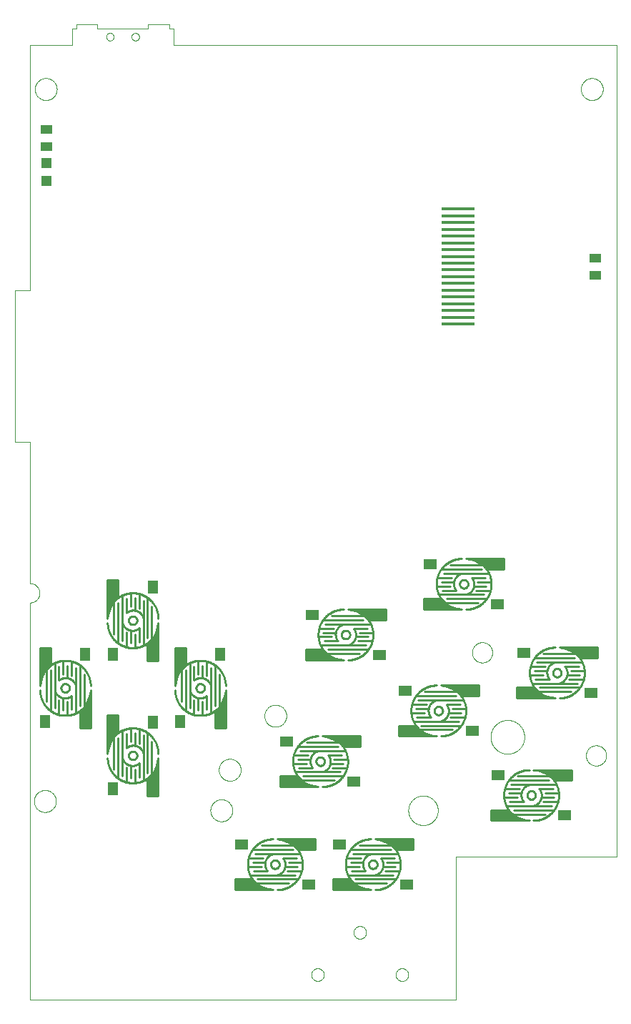
<source format=gtp>
G75*
%MOIN*%
%OFA0B0*%
%FSLAX25Y25*%
%IPPOS*%
%LPD*%
%AMOC8*
5,1,8,0,0,1.08239X$1,22.5*
%
%ADD10C,0.00000*%
%ADD11C,0.00039*%
%ADD12R,0.05512X0.04331*%
%ADD13R,0.15748X0.01575*%
%ADD14R,0.06102X0.05118*%
%ADD15C,0.01000*%
%ADD16R,0.04724X0.04724*%
%ADD17R,0.05118X0.06102*%
D10*
X0029320Y0017142D02*
X0029320Y0202181D01*
X0029453Y0202183D01*
X0029586Y0202189D01*
X0029718Y0202199D01*
X0029851Y0202212D01*
X0029982Y0202230D01*
X0030114Y0202251D01*
X0030244Y0202276D01*
X0030374Y0202305D01*
X0030503Y0202338D01*
X0030630Y0202375D01*
X0030757Y0202415D01*
X0030883Y0202459D01*
X0031007Y0202507D01*
X0031129Y0202558D01*
X0031250Y0202613D01*
X0031370Y0202672D01*
X0031487Y0202733D01*
X0031603Y0202799D01*
X0031717Y0202867D01*
X0031829Y0202939D01*
X0031938Y0203015D01*
X0032046Y0203093D01*
X0032151Y0203175D01*
X0032253Y0203259D01*
X0032353Y0203347D01*
X0032451Y0203437D01*
X0032545Y0203531D01*
X0032637Y0203627D01*
X0032726Y0203726D01*
X0032812Y0203827D01*
X0032895Y0203931D01*
X0032975Y0204037D01*
X0033052Y0204145D01*
X0033126Y0204256D01*
X0033196Y0204369D01*
X0033263Y0204483D01*
X0033327Y0204600D01*
X0033387Y0204719D01*
X0033444Y0204839D01*
X0033497Y0204961D01*
X0033546Y0205084D01*
X0033592Y0205209D01*
X0033635Y0205335D01*
X0033673Y0205462D01*
X0033708Y0205591D01*
X0033739Y0205720D01*
X0033766Y0205850D01*
X0033789Y0205981D01*
X0033809Y0206112D01*
X0033824Y0206245D01*
X0033836Y0206377D01*
X0033844Y0206510D01*
X0033848Y0206643D01*
X0033848Y0206775D01*
X0033844Y0206908D01*
X0033836Y0207041D01*
X0033824Y0207173D01*
X0033809Y0207306D01*
X0033789Y0207437D01*
X0033766Y0207568D01*
X0033739Y0207698D01*
X0033708Y0207827D01*
X0033673Y0207956D01*
X0033635Y0208083D01*
X0033592Y0208209D01*
X0033546Y0208334D01*
X0033497Y0208457D01*
X0033444Y0208579D01*
X0033387Y0208699D01*
X0033327Y0208818D01*
X0033263Y0208935D01*
X0033196Y0209049D01*
X0033126Y0209162D01*
X0033052Y0209273D01*
X0032975Y0209381D01*
X0032895Y0209487D01*
X0032812Y0209591D01*
X0032726Y0209692D01*
X0032637Y0209791D01*
X0032545Y0209887D01*
X0032451Y0209981D01*
X0032353Y0210071D01*
X0032253Y0210159D01*
X0032151Y0210243D01*
X0032046Y0210325D01*
X0031938Y0210403D01*
X0031829Y0210479D01*
X0031717Y0210551D01*
X0031603Y0210619D01*
X0031487Y0210685D01*
X0031370Y0210746D01*
X0031250Y0210805D01*
X0031129Y0210860D01*
X0031007Y0210911D01*
X0030883Y0210959D01*
X0030757Y0211003D01*
X0030630Y0211043D01*
X0030503Y0211080D01*
X0030374Y0211113D01*
X0030244Y0211142D01*
X0030114Y0211167D01*
X0029982Y0211188D01*
X0029851Y0211206D01*
X0029718Y0211219D01*
X0029586Y0211229D01*
X0029453Y0211235D01*
X0029320Y0211237D01*
X0029320Y0211236D02*
X0029320Y0276984D01*
X0022430Y0276984D01*
X0022430Y0347850D01*
X0029320Y0347850D01*
X0029320Y0462024D01*
X0049005Y0462024D01*
X0049005Y0469898D01*
X0050974Y0469898D01*
X0050974Y0471866D01*
X0060816Y0471866D01*
X0060816Y0469898D01*
X0084438Y0469898D01*
X0084438Y0471866D01*
X0094281Y0471866D01*
X0094281Y0469898D01*
X0096249Y0469898D01*
X0096249Y0462024D01*
X0302942Y0462024D01*
X0302942Y0083874D01*
X0228139Y0083874D01*
X0228139Y0017142D01*
X0029320Y0017142D01*
X0075383Y0130921D02*
X0075385Y0131009D01*
X0075391Y0131097D01*
X0075401Y0131185D01*
X0075415Y0131273D01*
X0075432Y0131359D01*
X0075454Y0131445D01*
X0075479Y0131529D01*
X0075509Y0131613D01*
X0075541Y0131695D01*
X0075578Y0131775D01*
X0075618Y0131854D01*
X0075662Y0131931D01*
X0075709Y0132006D01*
X0075759Y0132078D01*
X0075813Y0132149D01*
X0075869Y0132216D01*
X0075929Y0132282D01*
X0075991Y0132344D01*
X0076057Y0132404D01*
X0076124Y0132460D01*
X0076195Y0132514D01*
X0076267Y0132564D01*
X0076342Y0132611D01*
X0076419Y0132655D01*
X0076498Y0132695D01*
X0076578Y0132732D01*
X0076660Y0132764D01*
X0076744Y0132794D01*
X0076828Y0132819D01*
X0076914Y0132841D01*
X0077000Y0132858D01*
X0077088Y0132872D01*
X0077176Y0132882D01*
X0077264Y0132888D01*
X0077352Y0132890D01*
X0077440Y0132888D01*
X0077528Y0132882D01*
X0077616Y0132872D01*
X0077704Y0132858D01*
X0077790Y0132841D01*
X0077876Y0132819D01*
X0077960Y0132794D01*
X0078044Y0132764D01*
X0078126Y0132732D01*
X0078206Y0132695D01*
X0078285Y0132655D01*
X0078362Y0132611D01*
X0078437Y0132564D01*
X0078509Y0132514D01*
X0078580Y0132460D01*
X0078647Y0132404D01*
X0078713Y0132344D01*
X0078775Y0132282D01*
X0078835Y0132216D01*
X0078891Y0132149D01*
X0078945Y0132078D01*
X0078995Y0132006D01*
X0079042Y0131931D01*
X0079086Y0131854D01*
X0079126Y0131775D01*
X0079163Y0131695D01*
X0079195Y0131613D01*
X0079225Y0131529D01*
X0079250Y0131445D01*
X0079272Y0131359D01*
X0079289Y0131273D01*
X0079303Y0131185D01*
X0079313Y0131097D01*
X0079319Y0131009D01*
X0079321Y0130921D01*
X0079319Y0130833D01*
X0079313Y0130745D01*
X0079303Y0130657D01*
X0079289Y0130569D01*
X0079272Y0130483D01*
X0079250Y0130397D01*
X0079225Y0130313D01*
X0079195Y0130229D01*
X0079163Y0130147D01*
X0079126Y0130067D01*
X0079086Y0129988D01*
X0079042Y0129911D01*
X0078995Y0129836D01*
X0078945Y0129764D01*
X0078891Y0129693D01*
X0078835Y0129626D01*
X0078775Y0129560D01*
X0078713Y0129498D01*
X0078647Y0129438D01*
X0078580Y0129382D01*
X0078509Y0129328D01*
X0078437Y0129278D01*
X0078362Y0129231D01*
X0078285Y0129187D01*
X0078206Y0129147D01*
X0078126Y0129110D01*
X0078044Y0129078D01*
X0077960Y0129048D01*
X0077876Y0129023D01*
X0077790Y0129001D01*
X0077704Y0128984D01*
X0077616Y0128970D01*
X0077528Y0128960D01*
X0077440Y0128954D01*
X0077352Y0128952D01*
X0077264Y0128954D01*
X0077176Y0128960D01*
X0077088Y0128970D01*
X0077000Y0128984D01*
X0076914Y0129001D01*
X0076828Y0129023D01*
X0076744Y0129048D01*
X0076660Y0129078D01*
X0076578Y0129110D01*
X0076498Y0129147D01*
X0076419Y0129187D01*
X0076342Y0129231D01*
X0076267Y0129278D01*
X0076195Y0129328D01*
X0076124Y0129382D01*
X0076057Y0129438D01*
X0075991Y0129498D01*
X0075929Y0129560D01*
X0075869Y0129626D01*
X0075813Y0129693D01*
X0075759Y0129764D01*
X0075709Y0129836D01*
X0075662Y0129911D01*
X0075618Y0129988D01*
X0075578Y0130067D01*
X0075541Y0130147D01*
X0075509Y0130229D01*
X0075479Y0130313D01*
X0075454Y0130397D01*
X0075432Y0130483D01*
X0075415Y0130569D01*
X0075401Y0130657D01*
X0075391Y0130745D01*
X0075385Y0130833D01*
X0075383Y0130921D01*
X0043887Y0162417D02*
X0043889Y0162505D01*
X0043895Y0162593D01*
X0043905Y0162681D01*
X0043919Y0162769D01*
X0043936Y0162855D01*
X0043958Y0162941D01*
X0043983Y0163025D01*
X0044013Y0163109D01*
X0044045Y0163191D01*
X0044082Y0163271D01*
X0044122Y0163350D01*
X0044166Y0163427D01*
X0044213Y0163502D01*
X0044263Y0163574D01*
X0044317Y0163645D01*
X0044373Y0163712D01*
X0044433Y0163778D01*
X0044495Y0163840D01*
X0044561Y0163900D01*
X0044628Y0163956D01*
X0044699Y0164010D01*
X0044771Y0164060D01*
X0044846Y0164107D01*
X0044923Y0164151D01*
X0045002Y0164191D01*
X0045082Y0164228D01*
X0045164Y0164260D01*
X0045248Y0164290D01*
X0045332Y0164315D01*
X0045418Y0164337D01*
X0045504Y0164354D01*
X0045592Y0164368D01*
X0045680Y0164378D01*
X0045768Y0164384D01*
X0045856Y0164386D01*
X0045944Y0164384D01*
X0046032Y0164378D01*
X0046120Y0164368D01*
X0046208Y0164354D01*
X0046294Y0164337D01*
X0046380Y0164315D01*
X0046464Y0164290D01*
X0046548Y0164260D01*
X0046630Y0164228D01*
X0046710Y0164191D01*
X0046789Y0164151D01*
X0046866Y0164107D01*
X0046941Y0164060D01*
X0047013Y0164010D01*
X0047084Y0163956D01*
X0047151Y0163900D01*
X0047217Y0163840D01*
X0047279Y0163778D01*
X0047339Y0163712D01*
X0047395Y0163645D01*
X0047449Y0163574D01*
X0047499Y0163502D01*
X0047546Y0163427D01*
X0047590Y0163350D01*
X0047630Y0163271D01*
X0047667Y0163191D01*
X0047699Y0163109D01*
X0047729Y0163025D01*
X0047754Y0162941D01*
X0047776Y0162855D01*
X0047793Y0162769D01*
X0047807Y0162681D01*
X0047817Y0162593D01*
X0047823Y0162505D01*
X0047825Y0162417D01*
X0047823Y0162329D01*
X0047817Y0162241D01*
X0047807Y0162153D01*
X0047793Y0162065D01*
X0047776Y0161979D01*
X0047754Y0161893D01*
X0047729Y0161809D01*
X0047699Y0161725D01*
X0047667Y0161643D01*
X0047630Y0161563D01*
X0047590Y0161484D01*
X0047546Y0161407D01*
X0047499Y0161332D01*
X0047449Y0161260D01*
X0047395Y0161189D01*
X0047339Y0161122D01*
X0047279Y0161056D01*
X0047217Y0160994D01*
X0047151Y0160934D01*
X0047084Y0160878D01*
X0047013Y0160824D01*
X0046941Y0160774D01*
X0046866Y0160727D01*
X0046789Y0160683D01*
X0046710Y0160643D01*
X0046630Y0160606D01*
X0046548Y0160574D01*
X0046464Y0160544D01*
X0046380Y0160519D01*
X0046294Y0160497D01*
X0046208Y0160480D01*
X0046120Y0160466D01*
X0046032Y0160456D01*
X0045944Y0160450D01*
X0045856Y0160448D01*
X0045768Y0160450D01*
X0045680Y0160456D01*
X0045592Y0160466D01*
X0045504Y0160480D01*
X0045418Y0160497D01*
X0045332Y0160519D01*
X0045248Y0160544D01*
X0045164Y0160574D01*
X0045082Y0160606D01*
X0045002Y0160643D01*
X0044923Y0160683D01*
X0044846Y0160727D01*
X0044771Y0160774D01*
X0044699Y0160824D01*
X0044628Y0160878D01*
X0044561Y0160934D01*
X0044495Y0160994D01*
X0044433Y0161056D01*
X0044373Y0161122D01*
X0044317Y0161189D01*
X0044263Y0161260D01*
X0044213Y0161332D01*
X0044166Y0161407D01*
X0044122Y0161484D01*
X0044082Y0161563D01*
X0044045Y0161643D01*
X0044013Y0161725D01*
X0043983Y0161809D01*
X0043958Y0161893D01*
X0043936Y0161979D01*
X0043919Y0162065D01*
X0043905Y0162153D01*
X0043895Y0162241D01*
X0043889Y0162329D01*
X0043887Y0162417D01*
X0075383Y0193913D02*
X0075385Y0194001D01*
X0075391Y0194089D01*
X0075401Y0194177D01*
X0075415Y0194265D01*
X0075432Y0194351D01*
X0075454Y0194437D01*
X0075479Y0194521D01*
X0075509Y0194605D01*
X0075541Y0194687D01*
X0075578Y0194767D01*
X0075618Y0194846D01*
X0075662Y0194923D01*
X0075709Y0194998D01*
X0075759Y0195070D01*
X0075813Y0195141D01*
X0075869Y0195208D01*
X0075929Y0195274D01*
X0075991Y0195336D01*
X0076057Y0195396D01*
X0076124Y0195452D01*
X0076195Y0195506D01*
X0076267Y0195556D01*
X0076342Y0195603D01*
X0076419Y0195647D01*
X0076498Y0195687D01*
X0076578Y0195724D01*
X0076660Y0195756D01*
X0076744Y0195786D01*
X0076828Y0195811D01*
X0076914Y0195833D01*
X0077000Y0195850D01*
X0077088Y0195864D01*
X0077176Y0195874D01*
X0077264Y0195880D01*
X0077352Y0195882D01*
X0077440Y0195880D01*
X0077528Y0195874D01*
X0077616Y0195864D01*
X0077704Y0195850D01*
X0077790Y0195833D01*
X0077876Y0195811D01*
X0077960Y0195786D01*
X0078044Y0195756D01*
X0078126Y0195724D01*
X0078206Y0195687D01*
X0078285Y0195647D01*
X0078362Y0195603D01*
X0078437Y0195556D01*
X0078509Y0195506D01*
X0078580Y0195452D01*
X0078647Y0195396D01*
X0078713Y0195336D01*
X0078775Y0195274D01*
X0078835Y0195208D01*
X0078891Y0195141D01*
X0078945Y0195070D01*
X0078995Y0194998D01*
X0079042Y0194923D01*
X0079086Y0194846D01*
X0079126Y0194767D01*
X0079163Y0194687D01*
X0079195Y0194605D01*
X0079225Y0194521D01*
X0079250Y0194437D01*
X0079272Y0194351D01*
X0079289Y0194265D01*
X0079303Y0194177D01*
X0079313Y0194089D01*
X0079319Y0194001D01*
X0079321Y0193913D01*
X0079319Y0193825D01*
X0079313Y0193737D01*
X0079303Y0193649D01*
X0079289Y0193561D01*
X0079272Y0193475D01*
X0079250Y0193389D01*
X0079225Y0193305D01*
X0079195Y0193221D01*
X0079163Y0193139D01*
X0079126Y0193059D01*
X0079086Y0192980D01*
X0079042Y0192903D01*
X0078995Y0192828D01*
X0078945Y0192756D01*
X0078891Y0192685D01*
X0078835Y0192618D01*
X0078775Y0192552D01*
X0078713Y0192490D01*
X0078647Y0192430D01*
X0078580Y0192374D01*
X0078509Y0192320D01*
X0078437Y0192270D01*
X0078362Y0192223D01*
X0078285Y0192179D01*
X0078206Y0192139D01*
X0078126Y0192102D01*
X0078044Y0192070D01*
X0077960Y0192040D01*
X0077876Y0192015D01*
X0077790Y0191993D01*
X0077704Y0191976D01*
X0077616Y0191962D01*
X0077528Y0191952D01*
X0077440Y0191946D01*
X0077352Y0191944D01*
X0077264Y0191946D01*
X0077176Y0191952D01*
X0077088Y0191962D01*
X0077000Y0191976D01*
X0076914Y0191993D01*
X0076828Y0192015D01*
X0076744Y0192040D01*
X0076660Y0192070D01*
X0076578Y0192102D01*
X0076498Y0192139D01*
X0076419Y0192179D01*
X0076342Y0192223D01*
X0076267Y0192270D01*
X0076195Y0192320D01*
X0076124Y0192374D01*
X0076057Y0192430D01*
X0075991Y0192490D01*
X0075929Y0192552D01*
X0075869Y0192618D01*
X0075813Y0192685D01*
X0075759Y0192756D01*
X0075709Y0192828D01*
X0075662Y0192903D01*
X0075618Y0192980D01*
X0075578Y0193059D01*
X0075541Y0193139D01*
X0075509Y0193221D01*
X0075479Y0193305D01*
X0075454Y0193389D01*
X0075432Y0193475D01*
X0075415Y0193561D01*
X0075401Y0193649D01*
X0075391Y0193737D01*
X0075385Y0193825D01*
X0075383Y0193913D01*
X0106879Y0162417D02*
X0106881Y0162505D01*
X0106887Y0162593D01*
X0106897Y0162681D01*
X0106911Y0162769D01*
X0106928Y0162855D01*
X0106950Y0162941D01*
X0106975Y0163025D01*
X0107005Y0163109D01*
X0107037Y0163191D01*
X0107074Y0163271D01*
X0107114Y0163350D01*
X0107158Y0163427D01*
X0107205Y0163502D01*
X0107255Y0163574D01*
X0107309Y0163645D01*
X0107365Y0163712D01*
X0107425Y0163778D01*
X0107487Y0163840D01*
X0107553Y0163900D01*
X0107620Y0163956D01*
X0107691Y0164010D01*
X0107763Y0164060D01*
X0107838Y0164107D01*
X0107915Y0164151D01*
X0107994Y0164191D01*
X0108074Y0164228D01*
X0108156Y0164260D01*
X0108240Y0164290D01*
X0108324Y0164315D01*
X0108410Y0164337D01*
X0108496Y0164354D01*
X0108584Y0164368D01*
X0108672Y0164378D01*
X0108760Y0164384D01*
X0108848Y0164386D01*
X0108936Y0164384D01*
X0109024Y0164378D01*
X0109112Y0164368D01*
X0109200Y0164354D01*
X0109286Y0164337D01*
X0109372Y0164315D01*
X0109456Y0164290D01*
X0109540Y0164260D01*
X0109622Y0164228D01*
X0109702Y0164191D01*
X0109781Y0164151D01*
X0109858Y0164107D01*
X0109933Y0164060D01*
X0110005Y0164010D01*
X0110076Y0163956D01*
X0110143Y0163900D01*
X0110209Y0163840D01*
X0110271Y0163778D01*
X0110331Y0163712D01*
X0110387Y0163645D01*
X0110441Y0163574D01*
X0110491Y0163502D01*
X0110538Y0163427D01*
X0110582Y0163350D01*
X0110622Y0163271D01*
X0110659Y0163191D01*
X0110691Y0163109D01*
X0110721Y0163025D01*
X0110746Y0162941D01*
X0110768Y0162855D01*
X0110785Y0162769D01*
X0110799Y0162681D01*
X0110809Y0162593D01*
X0110815Y0162505D01*
X0110817Y0162417D01*
X0110815Y0162329D01*
X0110809Y0162241D01*
X0110799Y0162153D01*
X0110785Y0162065D01*
X0110768Y0161979D01*
X0110746Y0161893D01*
X0110721Y0161809D01*
X0110691Y0161725D01*
X0110659Y0161643D01*
X0110622Y0161563D01*
X0110582Y0161484D01*
X0110538Y0161407D01*
X0110491Y0161332D01*
X0110441Y0161260D01*
X0110387Y0161189D01*
X0110331Y0161122D01*
X0110271Y0161056D01*
X0110209Y0160994D01*
X0110143Y0160934D01*
X0110076Y0160878D01*
X0110005Y0160824D01*
X0109933Y0160774D01*
X0109858Y0160727D01*
X0109781Y0160683D01*
X0109702Y0160643D01*
X0109622Y0160606D01*
X0109540Y0160574D01*
X0109456Y0160544D01*
X0109372Y0160519D01*
X0109286Y0160497D01*
X0109200Y0160480D01*
X0109112Y0160466D01*
X0109024Y0160456D01*
X0108936Y0160450D01*
X0108848Y0160448D01*
X0108760Y0160450D01*
X0108672Y0160456D01*
X0108584Y0160466D01*
X0108496Y0160480D01*
X0108410Y0160497D01*
X0108324Y0160519D01*
X0108240Y0160544D01*
X0108156Y0160574D01*
X0108074Y0160606D01*
X0107994Y0160643D01*
X0107915Y0160683D01*
X0107838Y0160727D01*
X0107763Y0160774D01*
X0107691Y0160824D01*
X0107620Y0160878D01*
X0107553Y0160934D01*
X0107487Y0160994D01*
X0107425Y0161056D01*
X0107365Y0161122D01*
X0107309Y0161189D01*
X0107255Y0161260D01*
X0107205Y0161332D01*
X0107158Y0161407D01*
X0107114Y0161484D01*
X0107074Y0161563D01*
X0107037Y0161643D01*
X0107005Y0161725D01*
X0106975Y0161809D01*
X0106950Y0161893D01*
X0106928Y0161979D01*
X0106911Y0162065D01*
X0106897Y0162153D01*
X0106887Y0162241D01*
X0106881Y0162329D01*
X0106879Y0162417D01*
X0141741Y0080173D02*
X0141743Y0080261D01*
X0141749Y0080349D01*
X0141759Y0080437D01*
X0141773Y0080525D01*
X0141790Y0080611D01*
X0141812Y0080697D01*
X0141837Y0080781D01*
X0141867Y0080865D01*
X0141899Y0080947D01*
X0141936Y0081027D01*
X0141976Y0081106D01*
X0142020Y0081183D01*
X0142067Y0081258D01*
X0142117Y0081330D01*
X0142171Y0081401D01*
X0142227Y0081468D01*
X0142287Y0081534D01*
X0142349Y0081596D01*
X0142415Y0081656D01*
X0142482Y0081712D01*
X0142553Y0081766D01*
X0142625Y0081816D01*
X0142700Y0081863D01*
X0142777Y0081907D01*
X0142856Y0081947D01*
X0142936Y0081984D01*
X0143018Y0082016D01*
X0143102Y0082046D01*
X0143186Y0082071D01*
X0143272Y0082093D01*
X0143358Y0082110D01*
X0143446Y0082124D01*
X0143534Y0082134D01*
X0143622Y0082140D01*
X0143710Y0082142D01*
X0143798Y0082140D01*
X0143886Y0082134D01*
X0143974Y0082124D01*
X0144062Y0082110D01*
X0144148Y0082093D01*
X0144234Y0082071D01*
X0144318Y0082046D01*
X0144402Y0082016D01*
X0144484Y0081984D01*
X0144564Y0081947D01*
X0144643Y0081907D01*
X0144720Y0081863D01*
X0144795Y0081816D01*
X0144867Y0081766D01*
X0144938Y0081712D01*
X0145005Y0081656D01*
X0145071Y0081596D01*
X0145133Y0081534D01*
X0145193Y0081468D01*
X0145249Y0081401D01*
X0145303Y0081330D01*
X0145353Y0081258D01*
X0145400Y0081183D01*
X0145444Y0081106D01*
X0145484Y0081027D01*
X0145521Y0080947D01*
X0145553Y0080865D01*
X0145583Y0080781D01*
X0145608Y0080697D01*
X0145630Y0080611D01*
X0145647Y0080525D01*
X0145661Y0080437D01*
X0145671Y0080349D01*
X0145677Y0080261D01*
X0145679Y0080173D01*
X0145677Y0080085D01*
X0145671Y0079997D01*
X0145661Y0079909D01*
X0145647Y0079821D01*
X0145630Y0079735D01*
X0145608Y0079649D01*
X0145583Y0079565D01*
X0145553Y0079481D01*
X0145521Y0079399D01*
X0145484Y0079319D01*
X0145444Y0079240D01*
X0145400Y0079163D01*
X0145353Y0079088D01*
X0145303Y0079016D01*
X0145249Y0078945D01*
X0145193Y0078878D01*
X0145133Y0078812D01*
X0145071Y0078750D01*
X0145005Y0078690D01*
X0144938Y0078634D01*
X0144867Y0078580D01*
X0144795Y0078530D01*
X0144720Y0078483D01*
X0144643Y0078439D01*
X0144564Y0078399D01*
X0144484Y0078362D01*
X0144402Y0078330D01*
X0144318Y0078300D01*
X0144234Y0078275D01*
X0144148Y0078253D01*
X0144062Y0078236D01*
X0143974Y0078222D01*
X0143886Y0078212D01*
X0143798Y0078206D01*
X0143710Y0078204D01*
X0143622Y0078206D01*
X0143534Y0078212D01*
X0143446Y0078222D01*
X0143358Y0078236D01*
X0143272Y0078253D01*
X0143186Y0078275D01*
X0143102Y0078300D01*
X0143018Y0078330D01*
X0142936Y0078362D01*
X0142856Y0078399D01*
X0142777Y0078439D01*
X0142700Y0078483D01*
X0142625Y0078530D01*
X0142553Y0078580D01*
X0142482Y0078634D01*
X0142415Y0078690D01*
X0142349Y0078750D01*
X0142287Y0078812D01*
X0142227Y0078878D01*
X0142171Y0078945D01*
X0142117Y0079016D01*
X0142067Y0079088D01*
X0142020Y0079163D01*
X0141976Y0079240D01*
X0141936Y0079319D01*
X0141899Y0079399D01*
X0141867Y0079481D01*
X0141837Y0079565D01*
X0141812Y0079649D01*
X0141790Y0079735D01*
X0141773Y0079821D01*
X0141759Y0079909D01*
X0141749Y0079997D01*
X0141743Y0080085D01*
X0141741Y0080173D01*
X0162863Y0128205D02*
X0162865Y0128293D01*
X0162871Y0128381D01*
X0162881Y0128469D01*
X0162895Y0128557D01*
X0162912Y0128643D01*
X0162934Y0128729D01*
X0162959Y0128813D01*
X0162989Y0128897D01*
X0163021Y0128979D01*
X0163058Y0129059D01*
X0163098Y0129138D01*
X0163142Y0129215D01*
X0163189Y0129290D01*
X0163239Y0129362D01*
X0163293Y0129433D01*
X0163349Y0129500D01*
X0163409Y0129566D01*
X0163471Y0129628D01*
X0163537Y0129688D01*
X0163604Y0129744D01*
X0163675Y0129798D01*
X0163747Y0129848D01*
X0163822Y0129895D01*
X0163899Y0129939D01*
X0163978Y0129979D01*
X0164058Y0130016D01*
X0164140Y0130048D01*
X0164224Y0130078D01*
X0164308Y0130103D01*
X0164394Y0130125D01*
X0164480Y0130142D01*
X0164568Y0130156D01*
X0164656Y0130166D01*
X0164744Y0130172D01*
X0164832Y0130174D01*
X0164920Y0130172D01*
X0165008Y0130166D01*
X0165096Y0130156D01*
X0165184Y0130142D01*
X0165270Y0130125D01*
X0165356Y0130103D01*
X0165440Y0130078D01*
X0165524Y0130048D01*
X0165606Y0130016D01*
X0165686Y0129979D01*
X0165765Y0129939D01*
X0165842Y0129895D01*
X0165917Y0129848D01*
X0165989Y0129798D01*
X0166060Y0129744D01*
X0166127Y0129688D01*
X0166193Y0129628D01*
X0166255Y0129566D01*
X0166315Y0129500D01*
X0166371Y0129433D01*
X0166425Y0129362D01*
X0166475Y0129290D01*
X0166522Y0129215D01*
X0166566Y0129138D01*
X0166606Y0129059D01*
X0166643Y0128979D01*
X0166675Y0128897D01*
X0166705Y0128813D01*
X0166730Y0128729D01*
X0166752Y0128643D01*
X0166769Y0128557D01*
X0166783Y0128469D01*
X0166793Y0128381D01*
X0166799Y0128293D01*
X0166801Y0128205D01*
X0166799Y0128117D01*
X0166793Y0128029D01*
X0166783Y0127941D01*
X0166769Y0127853D01*
X0166752Y0127767D01*
X0166730Y0127681D01*
X0166705Y0127597D01*
X0166675Y0127513D01*
X0166643Y0127431D01*
X0166606Y0127351D01*
X0166566Y0127272D01*
X0166522Y0127195D01*
X0166475Y0127120D01*
X0166425Y0127048D01*
X0166371Y0126977D01*
X0166315Y0126910D01*
X0166255Y0126844D01*
X0166193Y0126782D01*
X0166127Y0126722D01*
X0166060Y0126666D01*
X0165989Y0126612D01*
X0165917Y0126562D01*
X0165842Y0126515D01*
X0165765Y0126471D01*
X0165686Y0126431D01*
X0165606Y0126394D01*
X0165524Y0126362D01*
X0165440Y0126332D01*
X0165356Y0126307D01*
X0165270Y0126285D01*
X0165184Y0126268D01*
X0165096Y0126254D01*
X0165008Y0126244D01*
X0164920Y0126238D01*
X0164832Y0126236D01*
X0164744Y0126238D01*
X0164656Y0126244D01*
X0164568Y0126254D01*
X0164480Y0126268D01*
X0164394Y0126285D01*
X0164308Y0126307D01*
X0164224Y0126332D01*
X0164140Y0126362D01*
X0164058Y0126394D01*
X0163978Y0126431D01*
X0163899Y0126471D01*
X0163822Y0126515D01*
X0163747Y0126562D01*
X0163675Y0126612D01*
X0163604Y0126666D01*
X0163537Y0126722D01*
X0163471Y0126782D01*
X0163409Y0126844D01*
X0163349Y0126910D01*
X0163293Y0126977D01*
X0163239Y0127048D01*
X0163189Y0127120D01*
X0163142Y0127195D01*
X0163098Y0127272D01*
X0163058Y0127351D01*
X0163021Y0127431D01*
X0162989Y0127513D01*
X0162959Y0127597D01*
X0162934Y0127681D01*
X0162912Y0127767D01*
X0162895Y0127853D01*
X0162881Y0127941D01*
X0162871Y0128029D01*
X0162865Y0128117D01*
X0162863Y0128205D01*
X0187410Y0080173D02*
X0187412Y0080261D01*
X0187418Y0080349D01*
X0187428Y0080437D01*
X0187442Y0080525D01*
X0187459Y0080611D01*
X0187481Y0080697D01*
X0187506Y0080781D01*
X0187536Y0080865D01*
X0187568Y0080947D01*
X0187605Y0081027D01*
X0187645Y0081106D01*
X0187689Y0081183D01*
X0187736Y0081258D01*
X0187786Y0081330D01*
X0187840Y0081401D01*
X0187896Y0081468D01*
X0187956Y0081534D01*
X0188018Y0081596D01*
X0188084Y0081656D01*
X0188151Y0081712D01*
X0188222Y0081766D01*
X0188294Y0081816D01*
X0188369Y0081863D01*
X0188446Y0081907D01*
X0188525Y0081947D01*
X0188605Y0081984D01*
X0188687Y0082016D01*
X0188771Y0082046D01*
X0188855Y0082071D01*
X0188941Y0082093D01*
X0189027Y0082110D01*
X0189115Y0082124D01*
X0189203Y0082134D01*
X0189291Y0082140D01*
X0189379Y0082142D01*
X0189467Y0082140D01*
X0189555Y0082134D01*
X0189643Y0082124D01*
X0189731Y0082110D01*
X0189817Y0082093D01*
X0189903Y0082071D01*
X0189987Y0082046D01*
X0190071Y0082016D01*
X0190153Y0081984D01*
X0190233Y0081947D01*
X0190312Y0081907D01*
X0190389Y0081863D01*
X0190464Y0081816D01*
X0190536Y0081766D01*
X0190607Y0081712D01*
X0190674Y0081656D01*
X0190740Y0081596D01*
X0190802Y0081534D01*
X0190862Y0081468D01*
X0190918Y0081401D01*
X0190972Y0081330D01*
X0191022Y0081258D01*
X0191069Y0081183D01*
X0191113Y0081106D01*
X0191153Y0081027D01*
X0191190Y0080947D01*
X0191222Y0080865D01*
X0191252Y0080781D01*
X0191277Y0080697D01*
X0191299Y0080611D01*
X0191316Y0080525D01*
X0191330Y0080437D01*
X0191340Y0080349D01*
X0191346Y0080261D01*
X0191348Y0080173D01*
X0191346Y0080085D01*
X0191340Y0079997D01*
X0191330Y0079909D01*
X0191316Y0079821D01*
X0191299Y0079735D01*
X0191277Y0079649D01*
X0191252Y0079565D01*
X0191222Y0079481D01*
X0191190Y0079399D01*
X0191153Y0079319D01*
X0191113Y0079240D01*
X0191069Y0079163D01*
X0191022Y0079088D01*
X0190972Y0079016D01*
X0190918Y0078945D01*
X0190862Y0078878D01*
X0190802Y0078812D01*
X0190740Y0078750D01*
X0190674Y0078690D01*
X0190607Y0078634D01*
X0190536Y0078580D01*
X0190464Y0078530D01*
X0190389Y0078483D01*
X0190312Y0078439D01*
X0190233Y0078399D01*
X0190153Y0078362D01*
X0190071Y0078330D01*
X0189987Y0078300D01*
X0189903Y0078275D01*
X0189817Y0078253D01*
X0189731Y0078236D01*
X0189643Y0078222D01*
X0189555Y0078212D01*
X0189467Y0078206D01*
X0189379Y0078204D01*
X0189291Y0078206D01*
X0189203Y0078212D01*
X0189115Y0078222D01*
X0189027Y0078236D01*
X0188941Y0078253D01*
X0188855Y0078275D01*
X0188771Y0078300D01*
X0188687Y0078330D01*
X0188605Y0078362D01*
X0188525Y0078399D01*
X0188446Y0078439D01*
X0188369Y0078483D01*
X0188294Y0078530D01*
X0188222Y0078580D01*
X0188151Y0078634D01*
X0188084Y0078690D01*
X0188018Y0078750D01*
X0187956Y0078812D01*
X0187896Y0078878D01*
X0187840Y0078945D01*
X0187786Y0079016D01*
X0187736Y0079088D01*
X0187689Y0079163D01*
X0187645Y0079240D01*
X0187605Y0079319D01*
X0187568Y0079399D01*
X0187536Y0079481D01*
X0187506Y0079565D01*
X0187481Y0079649D01*
X0187459Y0079735D01*
X0187442Y0079821D01*
X0187428Y0079909D01*
X0187418Y0079997D01*
X0187412Y0080085D01*
X0187410Y0080173D01*
X0180304Y0048441D02*
X0180306Y0048549D01*
X0180312Y0048658D01*
X0180322Y0048766D01*
X0180336Y0048873D01*
X0180354Y0048980D01*
X0180375Y0049087D01*
X0180401Y0049192D01*
X0180431Y0049297D01*
X0180464Y0049400D01*
X0180501Y0049502D01*
X0180542Y0049602D01*
X0180586Y0049701D01*
X0180635Y0049799D01*
X0180686Y0049894D01*
X0180741Y0049987D01*
X0180800Y0050079D01*
X0180862Y0050168D01*
X0180927Y0050255D01*
X0180995Y0050339D01*
X0181066Y0050421D01*
X0181140Y0050500D01*
X0181217Y0050576D01*
X0181297Y0050650D01*
X0181380Y0050720D01*
X0181465Y0050788D01*
X0181552Y0050852D01*
X0181642Y0050913D01*
X0181734Y0050971D01*
X0181828Y0051025D01*
X0181924Y0051076D01*
X0182021Y0051123D01*
X0182121Y0051167D01*
X0182222Y0051207D01*
X0182324Y0051243D01*
X0182427Y0051275D01*
X0182532Y0051304D01*
X0182638Y0051328D01*
X0182744Y0051349D01*
X0182851Y0051366D01*
X0182959Y0051379D01*
X0183067Y0051388D01*
X0183176Y0051393D01*
X0183284Y0051394D01*
X0183393Y0051391D01*
X0183501Y0051384D01*
X0183609Y0051373D01*
X0183716Y0051358D01*
X0183823Y0051339D01*
X0183929Y0051316D01*
X0184034Y0051290D01*
X0184139Y0051259D01*
X0184241Y0051225D01*
X0184343Y0051187D01*
X0184443Y0051145D01*
X0184542Y0051100D01*
X0184639Y0051051D01*
X0184733Y0050998D01*
X0184826Y0050942D01*
X0184917Y0050883D01*
X0185006Y0050820D01*
X0185092Y0050755D01*
X0185176Y0050686D01*
X0185257Y0050614D01*
X0185335Y0050539D01*
X0185411Y0050461D01*
X0185484Y0050380D01*
X0185554Y0050297D01*
X0185620Y0050212D01*
X0185684Y0050124D01*
X0185744Y0050033D01*
X0185801Y0049941D01*
X0185854Y0049846D01*
X0185904Y0049750D01*
X0185950Y0049652D01*
X0185993Y0049552D01*
X0186032Y0049451D01*
X0186067Y0049348D01*
X0186099Y0049245D01*
X0186126Y0049140D01*
X0186150Y0049034D01*
X0186170Y0048927D01*
X0186186Y0048820D01*
X0186198Y0048712D01*
X0186206Y0048604D01*
X0186210Y0048495D01*
X0186210Y0048387D01*
X0186206Y0048278D01*
X0186198Y0048170D01*
X0186186Y0048062D01*
X0186170Y0047955D01*
X0186150Y0047848D01*
X0186126Y0047742D01*
X0186099Y0047637D01*
X0186067Y0047534D01*
X0186032Y0047431D01*
X0185993Y0047330D01*
X0185950Y0047230D01*
X0185904Y0047132D01*
X0185854Y0047036D01*
X0185801Y0046941D01*
X0185744Y0046849D01*
X0185684Y0046758D01*
X0185620Y0046670D01*
X0185554Y0046585D01*
X0185484Y0046502D01*
X0185411Y0046421D01*
X0185335Y0046343D01*
X0185257Y0046268D01*
X0185176Y0046196D01*
X0185092Y0046127D01*
X0185006Y0046062D01*
X0184917Y0045999D01*
X0184826Y0045940D01*
X0184734Y0045884D01*
X0184639Y0045831D01*
X0184542Y0045782D01*
X0184443Y0045737D01*
X0184343Y0045695D01*
X0184241Y0045657D01*
X0184139Y0045623D01*
X0184034Y0045592D01*
X0183929Y0045566D01*
X0183823Y0045543D01*
X0183716Y0045524D01*
X0183609Y0045509D01*
X0183501Y0045498D01*
X0183393Y0045491D01*
X0183284Y0045488D01*
X0183176Y0045489D01*
X0183067Y0045494D01*
X0182959Y0045503D01*
X0182851Y0045516D01*
X0182744Y0045533D01*
X0182638Y0045554D01*
X0182532Y0045578D01*
X0182427Y0045607D01*
X0182324Y0045639D01*
X0182222Y0045675D01*
X0182121Y0045715D01*
X0182021Y0045759D01*
X0181924Y0045806D01*
X0181828Y0045857D01*
X0181734Y0045911D01*
X0181642Y0045969D01*
X0181552Y0046030D01*
X0181465Y0046094D01*
X0181380Y0046162D01*
X0181297Y0046232D01*
X0181217Y0046306D01*
X0181140Y0046382D01*
X0181066Y0046461D01*
X0180995Y0046543D01*
X0180927Y0046627D01*
X0180862Y0046714D01*
X0180800Y0046803D01*
X0180741Y0046895D01*
X0180686Y0046988D01*
X0180635Y0047083D01*
X0180586Y0047181D01*
X0180542Y0047280D01*
X0180501Y0047380D01*
X0180464Y0047482D01*
X0180431Y0047585D01*
X0180401Y0047690D01*
X0180375Y0047795D01*
X0180354Y0047902D01*
X0180336Y0048009D01*
X0180322Y0048116D01*
X0180312Y0048224D01*
X0180306Y0048333D01*
X0180304Y0048441D01*
X0160619Y0028756D02*
X0160621Y0028864D01*
X0160627Y0028973D01*
X0160637Y0029081D01*
X0160651Y0029188D01*
X0160669Y0029295D01*
X0160690Y0029402D01*
X0160716Y0029507D01*
X0160746Y0029612D01*
X0160779Y0029715D01*
X0160816Y0029817D01*
X0160857Y0029917D01*
X0160901Y0030016D01*
X0160950Y0030114D01*
X0161001Y0030209D01*
X0161056Y0030302D01*
X0161115Y0030394D01*
X0161177Y0030483D01*
X0161242Y0030570D01*
X0161310Y0030654D01*
X0161381Y0030736D01*
X0161455Y0030815D01*
X0161532Y0030891D01*
X0161612Y0030965D01*
X0161695Y0031035D01*
X0161780Y0031103D01*
X0161867Y0031167D01*
X0161957Y0031228D01*
X0162049Y0031286D01*
X0162143Y0031340D01*
X0162239Y0031391D01*
X0162336Y0031438D01*
X0162436Y0031482D01*
X0162537Y0031522D01*
X0162639Y0031558D01*
X0162742Y0031590D01*
X0162847Y0031619D01*
X0162953Y0031643D01*
X0163059Y0031664D01*
X0163166Y0031681D01*
X0163274Y0031694D01*
X0163382Y0031703D01*
X0163491Y0031708D01*
X0163599Y0031709D01*
X0163708Y0031706D01*
X0163816Y0031699D01*
X0163924Y0031688D01*
X0164031Y0031673D01*
X0164138Y0031654D01*
X0164244Y0031631D01*
X0164349Y0031605D01*
X0164454Y0031574D01*
X0164556Y0031540D01*
X0164658Y0031502D01*
X0164758Y0031460D01*
X0164857Y0031415D01*
X0164954Y0031366D01*
X0165048Y0031313D01*
X0165141Y0031257D01*
X0165232Y0031198D01*
X0165321Y0031135D01*
X0165407Y0031070D01*
X0165491Y0031001D01*
X0165572Y0030929D01*
X0165650Y0030854D01*
X0165726Y0030776D01*
X0165799Y0030695D01*
X0165869Y0030612D01*
X0165935Y0030527D01*
X0165999Y0030439D01*
X0166059Y0030348D01*
X0166116Y0030256D01*
X0166169Y0030161D01*
X0166219Y0030065D01*
X0166265Y0029967D01*
X0166308Y0029867D01*
X0166347Y0029766D01*
X0166382Y0029663D01*
X0166414Y0029560D01*
X0166441Y0029455D01*
X0166465Y0029349D01*
X0166485Y0029242D01*
X0166501Y0029135D01*
X0166513Y0029027D01*
X0166521Y0028919D01*
X0166525Y0028810D01*
X0166525Y0028702D01*
X0166521Y0028593D01*
X0166513Y0028485D01*
X0166501Y0028377D01*
X0166485Y0028270D01*
X0166465Y0028163D01*
X0166441Y0028057D01*
X0166414Y0027952D01*
X0166382Y0027849D01*
X0166347Y0027746D01*
X0166308Y0027645D01*
X0166265Y0027545D01*
X0166219Y0027447D01*
X0166169Y0027351D01*
X0166116Y0027256D01*
X0166059Y0027164D01*
X0165999Y0027073D01*
X0165935Y0026985D01*
X0165869Y0026900D01*
X0165799Y0026817D01*
X0165726Y0026736D01*
X0165650Y0026658D01*
X0165572Y0026583D01*
X0165491Y0026511D01*
X0165407Y0026442D01*
X0165321Y0026377D01*
X0165232Y0026314D01*
X0165141Y0026255D01*
X0165049Y0026199D01*
X0164954Y0026146D01*
X0164857Y0026097D01*
X0164758Y0026052D01*
X0164658Y0026010D01*
X0164556Y0025972D01*
X0164454Y0025938D01*
X0164349Y0025907D01*
X0164244Y0025881D01*
X0164138Y0025858D01*
X0164031Y0025839D01*
X0163924Y0025824D01*
X0163816Y0025813D01*
X0163708Y0025806D01*
X0163599Y0025803D01*
X0163491Y0025804D01*
X0163382Y0025809D01*
X0163274Y0025818D01*
X0163166Y0025831D01*
X0163059Y0025848D01*
X0162953Y0025869D01*
X0162847Y0025893D01*
X0162742Y0025922D01*
X0162639Y0025954D01*
X0162537Y0025990D01*
X0162436Y0026030D01*
X0162336Y0026074D01*
X0162239Y0026121D01*
X0162143Y0026172D01*
X0162049Y0026226D01*
X0161957Y0026284D01*
X0161867Y0026345D01*
X0161780Y0026409D01*
X0161695Y0026477D01*
X0161612Y0026547D01*
X0161532Y0026621D01*
X0161455Y0026697D01*
X0161381Y0026776D01*
X0161310Y0026858D01*
X0161242Y0026942D01*
X0161177Y0027029D01*
X0161115Y0027118D01*
X0161056Y0027210D01*
X0161001Y0027303D01*
X0160950Y0027398D01*
X0160901Y0027496D01*
X0160857Y0027595D01*
X0160816Y0027695D01*
X0160779Y0027797D01*
X0160746Y0027900D01*
X0160716Y0028005D01*
X0160690Y0028110D01*
X0160669Y0028217D01*
X0160651Y0028324D01*
X0160637Y0028431D01*
X0160627Y0028539D01*
X0160621Y0028648D01*
X0160619Y0028756D01*
X0199989Y0028756D02*
X0199991Y0028864D01*
X0199997Y0028973D01*
X0200007Y0029081D01*
X0200021Y0029188D01*
X0200039Y0029295D01*
X0200060Y0029402D01*
X0200086Y0029507D01*
X0200116Y0029612D01*
X0200149Y0029715D01*
X0200186Y0029817D01*
X0200227Y0029917D01*
X0200271Y0030016D01*
X0200320Y0030114D01*
X0200371Y0030209D01*
X0200426Y0030302D01*
X0200485Y0030394D01*
X0200547Y0030483D01*
X0200612Y0030570D01*
X0200680Y0030654D01*
X0200751Y0030736D01*
X0200825Y0030815D01*
X0200902Y0030891D01*
X0200982Y0030965D01*
X0201065Y0031035D01*
X0201150Y0031103D01*
X0201237Y0031167D01*
X0201327Y0031228D01*
X0201419Y0031286D01*
X0201513Y0031340D01*
X0201609Y0031391D01*
X0201706Y0031438D01*
X0201806Y0031482D01*
X0201907Y0031522D01*
X0202009Y0031558D01*
X0202112Y0031590D01*
X0202217Y0031619D01*
X0202323Y0031643D01*
X0202429Y0031664D01*
X0202536Y0031681D01*
X0202644Y0031694D01*
X0202752Y0031703D01*
X0202861Y0031708D01*
X0202969Y0031709D01*
X0203078Y0031706D01*
X0203186Y0031699D01*
X0203294Y0031688D01*
X0203401Y0031673D01*
X0203508Y0031654D01*
X0203614Y0031631D01*
X0203719Y0031605D01*
X0203824Y0031574D01*
X0203926Y0031540D01*
X0204028Y0031502D01*
X0204128Y0031460D01*
X0204227Y0031415D01*
X0204324Y0031366D01*
X0204418Y0031313D01*
X0204511Y0031257D01*
X0204602Y0031198D01*
X0204691Y0031135D01*
X0204777Y0031070D01*
X0204861Y0031001D01*
X0204942Y0030929D01*
X0205020Y0030854D01*
X0205096Y0030776D01*
X0205169Y0030695D01*
X0205239Y0030612D01*
X0205305Y0030527D01*
X0205369Y0030439D01*
X0205429Y0030348D01*
X0205486Y0030256D01*
X0205539Y0030161D01*
X0205589Y0030065D01*
X0205635Y0029967D01*
X0205678Y0029867D01*
X0205717Y0029766D01*
X0205752Y0029663D01*
X0205784Y0029560D01*
X0205811Y0029455D01*
X0205835Y0029349D01*
X0205855Y0029242D01*
X0205871Y0029135D01*
X0205883Y0029027D01*
X0205891Y0028919D01*
X0205895Y0028810D01*
X0205895Y0028702D01*
X0205891Y0028593D01*
X0205883Y0028485D01*
X0205871Y0028377D01*
X0205855Y0028270D01*
X0205835Y0028163D01*
X0205811Y0028057D01*
X0205784Y0027952D01*
X0205752Y0027849D01*
X0205717Y0027746D01*
X0205678Y0027645D01*
X0205635Y0027545D01*
X0205589Y0027447D01*
X0205539Y0027351D01*
X0205486Y0027256D01*
X0205429Y0027164D01*
X0205369Y0027073D01*
X0205305Y0026985D01*
X0205239Y0026900D01*
X0205169Y0026817D01*
X0205096Y0026736D01*
X0205020Y0026658D01*
X0204942Y0026583D01*
X0204861Y0026511D01*
X0204777Y0026442D01*
X0204691Y0026377D01*
X0204602Y0026314D01*
X0204511Y0026255D01*
X0204419Y0026199D01*
X0204324Y0026146D01*
X0204227Y0026097D01*
X0204128Y0026052D01*
X0204028Y0026010D01*
X0203926Y0025972D01*
X0203824Y0025938D01*
X0203719Y0025907D01*
X0203614Y0025881D01*
X0203508Y0025858D01*
X0203401Y0025839D01*
X0203294Y0025824D01*
X0203186Y0025813D01*
X0203078Y0025806D01*
X0202969Y0025803D01*
X0202861Y0025804D01*
X0202752Y0025809D01*
X0202644Y0025818D01*
X0202536Y0025831D01*
X0202429Y0025848D01*
X0202323Y0025869D01*
X0202217Y0025893D01*
X0202112Y0025922D01*
X0202009Y0025954D01*
X0201907Y0025990D01*
X0201806Y0026030D01*
X0201706Y0026074D01*
X0201609Y0026121D01*
X0201513Y0026172D01*
X0201419Y0026226D01*
X0201327Y0026284D01*
X0201237Y0026345D01*
X0201150Y0026409D01*
X0201065Y0026477D01*
X0200982Y0026547D01*
X0200902Y0026621D01*
X0200825Y0026697D01*
X0200751Y0026776D01*
X0200680Y0026858D01*
X0200612Y0026942D01*
X0200547Y0027029D01*
X0200485Y0027118D01*
X0200426Y0027210D01*
X0200371Y0027303D01*
X0200320Y0027398D01*
X0200271Y0027496D01*
X0200227Y0027595D01*
X0200186Y0027695D01*
X0200149Y0027797D01*
X0200116Y0027900D01*
X0200086Y0028005D01*
X0200060Y0028110D01*
X0200039Y0028217D01*
X0200021Y0028324D01*
X0200007Y0028431D01*
X0199997Y0028539D01*
X0199991Y0028648D01*
X0199989Y0028756D01*
X0261288Y0112457D02*
X0261290Y0112545D01*
X0261296Y0112633D01*
X0261306Y0112721D01*
X0261320Y0112809D01*
X0261337Y0112895D01*
X0261359Y0112981D01*
X0261384Y0113065D01*
X0261414Y0113149D01*
X0261446Y0113231D01*
X0261483Y0113311D01*
X0261523Y0113390D01*
X0261567Y0113467D01*
X0261614Y0113542D01*
X0261664Y0113614D01*
X0261718Y0113685D01*
X0261774Y0113752D01*
X0261834Y0113818D01*
X0261896Y0113880D01*
X0261962Y0113940D01*
X0262029Y0113996D01*
X0262100Y0114050D01*
X0262172Y0114100D01*
X0262247Y0114147D01*
X0262324Y0114191D01*
X0262403Y0114231D01*
X0262483Y0114268D01*
X0262565Y0114300D01*
X0262649Y0114330D01*
X0262733Y0114355D01*
X0262819Y0114377D01*
X0262905Y0114394D01*
X0262993Y0114408D01*
X0263081Y0114418D01*
X0263169Y0114424D01*
X0263257Y0114426D01*
X0263345Y0114424D01*
X0263433Y0114418D01*
X0263521Y0114408D01*
X0263609Y0114394D01*
X0263695Y0114377D01*
X0263781Y0114355D01*
X0263865Y0114330D01*
X0263949Y0114300D01*
X0264031Y0114268D01*
X0264111Y0114231D01*
X0264190Y0114191D01*
X0264267Y0114147D01*
X0264342Y0114100D01*
X0264414Y0114050D01*
X0264485Y0113996D01*
X0264552Y0113940D01*
X0264618Y0113880D01*
X0264680Y0113818D01*
X0264740Y0113752D01*
X0264796Y0113685D01*
X0264850Y0113614D01*
X0264900Y0113542D01*
X0264947Y0113467D01*
X0264991Y0113390D01*
X0265031Y0113311D01*
X0265068Y0113231D01*
X0265100Y0113149D01*
X0265130Y0113065D01*
X0265155Y0112981D01*
X0265177Y0112895D01*
X0265194Y0112809D01*
X0265208Y0112721D01*
X0265218Y0112633D01*
X0265224Y0112545D01*
X0265226Y0112457D01*
X0265224Y0112369D01*
X0265218Y0112281D01*
X0265208Y0112193D01*
X0265194Y0112105D01*
X0265177Y0112019D01*
X0265155Y0111933D01*
X0265130Y0111849D01*
X0265100Y0111765D01*
X0265068Y0111683D01*
X0265031Y0111603D01*
X0264991Y0111524D01*
X0264947Y0111447D01*
X0264900Y0111372D01*
X0264850Y0111300D01*
X0264796Y0111229D01*
X0264740Y0111162D01*
X0264680Y0111096D01*
X0264618Y0111034D01*
X0264552Y0110974D01*
X0264485Y0110918D01*
X0264414Y0110864D01*
X0264342Y0110814D01*
X0264267Y0110767D01*
X0264190Y0110723D01*
X0264111Y0110683D01*
X0264031Y0110646D01*
X0263949Y0110614D01*
X0263865Y0110584D01*
X0263781Y0110559D01*
X0263695Y0110537D01*
X0263609Y0110520D01*
X0263521Y0110506D01*
X0263433Y0110496D01*
X0263345Y0110490D01*
X0263257Y0110488D01*
X0263169Y0110490D01*
X0263081Y0110496D01*
X0262993Y0110506D01*
X0262905Y0110520D01*
X0262819Y0110537D01*
X0262733Y0110559D01*
X0262649Y0110584D01*
X0262565Y0110614D01*
X0262483Y0110646D01*
X0262403Y0110683D01*
X0262324Y0110723D01*
X0262247Y0110767D01*
X0262172Y0110814D01*
X0262100Y0110864D01*
X0262029Y0110918D01*
X0261962Y0110974D01*
X0261896Y0111034D01*
X0261834Y0111096D01*
X0261774Y0111162D01*
X0261718Y0111229D01*
X0261664Y0111300D01*
X0261614Y0111372D01*
X0261567Y0111447D01*
X0261523Y0111524D01*
X0261483Y0111603D01*
X0261446Y0111683D01*
X0261414Y0111765D01*
X0261384Y0111849D01*
X0261359Y0111933D01*
X0261337Y0112019D01*
X0261320Y0112105D01*
X0261306Y0112193D01*
X0261296Y0112281D01*
X0261290Y0112369D01*
X0261288Y0112457D01*
X0273296Y0169504D02*
X0273298Y0169592D01*
X0273304Y0169680D01*
X0273314Y0169768D01*
X0273328Y0169856D01*
X0273345Y0169942D01*
X0273367Y0170028D01*
X0273392Y0170112D01*
X0273422Y0170196D01*
X0273454Y0170278D01*
X0273491Y0170358D01*
X0273531Y0170437D01*
X0273575Y0170514D01*
X0273622Y0170589D01*
X0273672Y0170661D01*
X0273726Y0170732D01*
X0273782Y0170799D01*
X0273842Y0170865D01*
X0273904Y0170927D01*
X0273970Y0170987D01*
X0274037Y0171043D01*
X0274108Y0171097D01*
X0274180Y0171147D01*
X0274255Y0171194D01*
X0274332Y0171238D01*
X0274411Y0171278D01*
X0274491Y0171315D01*
X0274573Y0171347D01*
X0274657Y0171377D01*
X0274741Y0171402D01*
X0274827Y0171424D01*
X0274913Y0171441D01*
X0275001Y0171455D01*
X0275089Y0171465D01*
X0275177Y0171471D01*
X0275265Y0171473D01*
X0275353Y0171471D01*
X0275441Y0171465D01*
X0275529Y0171455D01*
X0275617Y0171441D01*
X0275703Y0171424D01*
X0275789Y0171402D01*
X0275873Y0171377D01*
X0275957Y0171347D01*
X0276039Y0171315D01*
X0276119Y0171278D01*
X0276198Y0171238D01*
X0276275Y0171194D01*
X0276350Y0171147D01*
X0276422Y0171097D01*
X0276493Y0171043D01*
X0276560Y0170987D01*
X0276626Y0170927D01*
X0276688Y0170865D01*
X0276748Y0170799D01*
X0276804Y0170732D01*
X0276858Y0170661D01*
X0276908Y0170589D01*
X0276955Y0170514D01*
X0276999Y0170437D01*
X0277039Y0170358D01*
X0277076Y0170278D01*
X0277108Y0170196D01*
X0277138Y0170112D01*
X0277163Y0170028D01*
X0277185Y0169942D01*
X0277202Y0169856D01*
X0277216Y0169768D01*
X0277226Y0169680D01*
X0277232Y0169592D01*
X0277234Y0169504D01*
X0277232Y0169416D01*
X0277226Y0169328D01*
X0277216Y0169240D01*
X0277202Y0169152D01*
X0277185Y0169066D01*
X0277163Y0168980D01*
X0277138Y0168896D01*
X0277108Y0168812D01*
X0277076Y0168730D01*
X0277039Y0168650D01*
X0276999Y0168571D01*
X0276955Y0168494D01*
X0276908Y0168419D01*
X0276858Y0168347D01*
X0276804Y0168276D01*
X0276748Y0168209D01*
X0276688Y0168143D01*
X0276626Y0168081D01*
X0276560Y0168021D01*
X0276493Y0167965D01*
X0276422Y0167911D01*
X0276350Y0167861D01*
X0276275Y0167814D01*
X0276198Y0167770D01*
X0276119Y0167730D01*
X0276039Y0167693D01*
X0275957Y0167661D01*
X0275873Y0167631D01*
X0275789Y0167606D01*
X0275703Y0167584D01*
X0275617Y0167567D01*
X0275529Y0167553D01*
X0275441Y0167543D01*
X0275353Y0167537D01*
X0275265Y0167535D01*
X0275177Y0167537D01*
X0275089Y0167543D01*
X0275001Y0167553D01*
X0274913Y0167567D01*
X0274827Y0167584D01*
X0274741Y0167606D01*
X0274657Y0167631D01*
X0274573Y0167661D01*
X0274491Y0167693D01*
X0274411Y0167730D01*
X0274332Y0167770D01*
X0274255Y0167814D01*
X0274180Y0167861D01*
X0274108Y0167911D01*
X0274037Y0167965D01*
X0273970Y0168021D01*
X0273904Y0168081D01*
X0273842Y0168143D01*
X0273782Y0168209D01*
X0273726Y0168276D01*
X0273672Y0168347D01*
X0273622Y0168419D01*
X0273575Y0168494D01*
X0273531Y0168571D01*
X0273491Y0168650D01*
X0273454Y0168730D01*
X0273422Y0168812D01*
X0273392Y0168896D01*
X0273367Y0168980D01*
X0273345Y0169066D01*
X0273328Y0169152D01*
X0273314Y0169240D01*
X0273304Y0169328D01*
X0273298Y0169416D01*
X0273296Y0169504D01*
X0229792Y0210882D02*
X0229794Y0210970D01*
X0229800Y0211058D01*
X0229810Y0211146D01*
X0229824Y0211234D01*
X0229841Y0211320D01*
X0229863Y0211406D01*
X0229888Y0211490D01*
X0229918Y0211574D01*
X0229950Y0211656D01*
X0229987Y0211736D01*
X0230027Y0211815D01*
X0230071Y0211892D01*
X0230118Y0211967D01*
X0230168Y0212039D01*
X0230222Y0212110D01*
X0230278Y0212177D01*
X0230338Y0212243D01*
X0230400Y0212305D01*
X0230466Y0212365D01*
X0230533Y0212421D01*
X0230604Y0212475D01*
X0230676Y0212525D01*
X0230751Y0212572D01*
X0230828Y0212616D01*
X0230907Y0212656D01*
X0230987Y0212693D01*
X0231069Y0212725D01*
X0231153Y0212755D01*
X0231237Y0212780D01*
X0231323Y0212802D01*
X0231409Y0212819D01*
X0231497Y0212833D01*
X0231585Y0212843D01*
X0231673Y0212849D01*
X0231761Y0212851D01*
X0231849Y0212849D01*
X0231937Y0212843D01*
X0232025Y0212833D01*
X0232113Y0212819D01*
X0232199Y0212802D01*
X0232285Y0212780D01*
X0232369Y0212755D01*
X0232453Y0212725D01*
X0232535Y0212693D01*
X0232615Y0212656D01*
X0232694Y0212616D01*
X0232771Y0212572D01*
X0232846Y0212525D01*
X0232918Y0212475D01*
X0232989Y0212421D01*
X0233056Y0212365D01*
X0233122Y0212305D01*
X0233184Y0212243D01*
X0233244Y0212177D01*
X0233300Y0212110D01*
X0233354Y0212039D01*
X0233404Y0211967D01*
X0233451Y0211892D01*
X0233495Y0211815D01*
X0233535Y0211736D01*
X0233572Y0211656D01*
X0233604Y0211574D01*
X0233634Y0211490D01*
X0233659Y0211406D01*
X0233681Y0211320D01*
X0233698Y0211234D01*
X0233712Y0211146D01*
X0233722Y0211058D01*
X0233728Y0210970D01*
X0233730Y0210882D01*
X0233728Y0210794D01*
X0233722Y0210706D01*
X0233712Y0210618D01*
X0233698Y0210530D01*
X0233681Y0210444D01*
X0233659Y0210358D01*
X0233634Y0210274D01*
X0233604Y0210190D01*
X0233572Y0210108D01*
X0233535Y0210028D01*
X0233495Y0209949D01*
X0233451Y0209872D01*
X0233404Y0209797D01*
X0233354Y0209725D01*
X0233300Y0209654D01*
X0233244Y0209587D01*
X0233184Y0209521D01*
X0233122Y0209459D01*
X0233056Y0209399D01*
X0232989Y0209343D01*
X0232918Y0209289D01*
X0232846Y0209239D01*
X0232771Y0209192D01*
X0232694Y0209148D01*
X0232615Y0209108D01*
X0232535Y0209071D01*
X0232453Y0209039D01*
X0232369Y0209009D01*
X0232285Y0208984D01*
X0232199Y0208962D01*
X0232113Y0208945D01*
X0232025Y0208931D01*
X0231937Y0208921D01*
X0231849Y0208915D01*
X0231761Y0208913D01*
X0231673Y0208915D01*
X0231585Y0208921D01*
X0231497Y0208931D01*
X0231409Y0208945D01*
X0231323Y0208962D01*
X0231237Y0208984D01*
X0231153Y0209009D01*
X0231069Y0209039D01*
X0230987Y0209071D01*
X0230907Y0209108D01*
X0230828Y0209148D01*
X0230751Y0209192D01*
X0230676Y0209239D01*
X0230604Y0209289D01*
X0230533Y0209343D01*
X0230466Y0209399D01*
X0230400Y0209459D01*
X0230338Y0209521D01*
X0230278Y0209587D01*
X0230222Y0209654D01*
X0230168Y0209725D01*
X0230118Y0209797D01*
X0230071Y0209872D01*
X0230027Y0209949D01*
X0229987Y0210028D01*
X0229950Y0210108D01*
X0229918Y0210190D01*
X0229888Y0210274D01*
X0229863Y0210358D01*
X0229841Y0210444D01*
X0229824Y0210530D01*
X0229810Y0210618D01*
X0229800Y0210706D01*
X0229794Y0210794D01*
X0229792Y0210882D01*
X0217981Y0151827D02*
X0217983Y0151915D01*
X0217989Y0152003D01*
X0217999Y0152091D01*
X0218013Y0152179D01*
X0218030Y0152265D01*
X0218052Y0152351D01*
X0218077Y0152435D01*
X0218107Y0152519D01*
X0218139Y0152601D01*
X0218176Y0152681D01*
X0218216Y0152760D01*
X0218260Y0152837D01*
X0218307Y0152912D01*
X0218357Y0152984D01*
X0218411Y0153055D01*
X0218467Y0153122D01*
X0218527Y0153188D01*
X0218589Y0153250D01*
X0218655Y0153310D01*
X0218722Y0153366D01*
X0218793Y0153420D01*
X0218865Y0153470D01*
X0218940Y0153517D01*
X0219017Y0153561D01*
X0219096Y0153601D01*
X0219176Y0153638D01*
X0219258Y0153670D01*
X0219342Y0153700D01*
X0219426Y0153725D01*
X0219512Y0153747D01*
X0219598Y0153764D01*
X0219686Y0153778D01*
X0219774Y0153788D01*
X0219862Y0153794D01*
X0219950Y0153796D01*
X0220038Y0153794D01*
X0220126Y0153788D01*
X0220214Y0153778D01*
X0220302Y0153764D01*
X0220388Y0153747D01*
X0220474Y0153725D01*
X0220558Y0153700D01*
X0220642Y0153670D01*
X0220724Y0153638D01*
X0220804Y0153601D01*
X0220883Y0153561D01*
X0220960Y0153517D01*
X0221035Y0153470D01*
X0221107Y0153420D01*
X0221178Y0153366D01*
X0221245Y0153310D01*
X0221311Y0153250D01*
X0221373Y0153188D01*
X0221433Y0153122D01*
X0221489Y0153055D01*
X0221543Y0152984D01*
X0221593Y0152912D01*
X0221640Y0152837D01*
X0221684Y0152760D01*
X0221724Y0152681D01*
X0221761Y0152601D01*
X0221793Y0152519D01*
X0221823Y0152435D01*
X0221848Y0152351D01*
X0221870Y0152265D01*
X0221887Y0152179D01*
X0221901Y0152091D01*
X0221911Y0152003D01*
X0221917Y0151915D01*
X0221919Y0151827D01*
X0221917Y0151739D01*
X0221911Y0151651D01*
X0221901Y0151563D01*
X0221887Y0151475D01*
X0221870Y0151389D01*
X0221848Y0151303D01*
X0221823Y0151219D01*
X0221793Y0151135D01*
X0221761Y0151053D01*
X0221724Y0150973D01*
X0221684Y0150894D01*
X0221640Y0150817D01*
X0221593Y0150742D01*
X0221543Y0150670D01*
X0221489Y0150599D01*
X0221433Y0150532D01*
X0221373Y0150466D01*
X0221311Y0150404D01*
X0221245Y0150344D01*
X0221178Y0150288D01*
X0221107Y0150234D01*
X0221035Y0150184D01*
X0220960Y0150137D01*
X0220883Y0150093D01*
X0220804Y0150053D01*
X0220724Y0150016D01*
X0220642Y0149984D01*
X0220558Y0149954D01*
X0220474Y0149929D01*
X0220388Y0149907D01*
X0220302Y0149890D01*
X0220214Y0149876D01*
X0220126Y0149866D01*
X0220038Y0149860D01*
X0219950Y0149858D01*
X0219862Y0149860D01*
X0219774Y0149866D01*
X0219686Y0149876D01*
X0219598Y0149890D01*
X0219512Y0149907D01*
X0219426Y0149929D01*
X0219342Y0149954D01*
X0219258Y0149984D01*
X0219176Y0150016D01*
X0219096Y0150053D01*
X0219017Y0150093D01*
X0218940Y0150137D01*
X0218865Y0150184D01*
X0218793Y0150234D01*
X0218722Y0150288D01*
X0218655Y0150344D01*
X0218589Y0150404D01*
X0218527Y0150466D01*
X0218467Y0150532D01*
X0218411Y0150599D01*
X0218357Y0150670D01*
X0218307Y0150742D01*
X0218260Y0150817D01*
X0218216Y0150894D01*
X0218176Y0150973D01*
X0218139Y0151053D01*
X0218107Y0151135D01*
X0218077Y0151219D01*
X0218052Y0151303D01*
X0218030Y0151389D01*
X0218013Y0151475D01*
X0217999Y0151563D01*
X0217989Y0151651D01*
X0217983Y0151739D01*
X0217981Y0151827D01*
X0174674Y0187260D02*
X0174676Y0187348D01*
X0174682Y0187436D01*
X0174692Y0187524D01*
X0174706Y0187612D01*
X0174723Y0187698D01*
X0174745Y0187784D01*
X0174770Y0187868D01*
X0174800Y0187952D01*
X0174832Y0188034D01*
X0174869Y0188114D01*
X0174909Y0188193D01*
X0174953Y0188270D01*
X0175000Y0188345D01*
X0175050Y0188417D01*
X0175104Y0188488D01*
X0175160Y0188555D01*
X0175220Y0188621D01*
X0175282Y0188683D01*
X0175348Y0188743D01*
X0175415Y0188799D01*
X0175486Y0188853D01*
X0175558Y0188903D01*
X0175633Y0188950D01*
X0175710Y0188994D01*
X0175789Y0189034D01*
X0175869Y0189071D01*
X0175951Y0189103D01*
X0176035Y0189133D01*
X0176119Y0189158D01*
X0176205Y0189180D01*
X0176291Y0189197D01*
X0176379Y0189211D01*
X0176467Y0189221D01*
X0176555Y0189227D01*
X0176643Y0189229D01*
X0176731Y0189227D01*
X0176819Y0189221D01*
X0176907Y0189211D01*
X0176995Y0189197D01*
X0177081Y0189180D01*
X0177167Y0189158D01*
X0177251Y0189133D01*
X0177335Y0189103D01*
X0177417Y0189071D01*
X0177497Y0189034D01*
X0177576Y0188994D01*
X0177653Y0188950D01*
X0177728Y0188903D01*
X0177800Y0188853D01*
X0177871Y0188799D01*
X0177938Y0188743D01*
X0178004Y0188683D01*
X0178066Y0188621D01*
X0178126Y0188555D01*
X0178182Y0188488D01*
X0178236Y0188417D01*
X0178286Y0188345D01*
X0178333Y0188270D01*
X0178377Y0188193D01*
X0178417Y0188114D01*
X0178454Y0188034D01*
X0178486Y0187952D01*
X0178516Y0187868D01*
X0178541Y0187784D01*
X0178563Y0187698D01*
X0178580Y0187612D01*
X0178594Y0187524D01*
X0178604Y0187436D01*
X0178610Y0187348D01*
X0178612Y0187260D01*
X0178610Y0187172D01*
X0178604Y0187084D01*
X0178594Y0186996D01*
X0178580Y0186908D01*
X0178563Y0186822D01*
X0178541Y0186736D01*
X0178516Y0186652D01*
X0178486Y0186568D01*
X0178454Y0186486D01*
X0178417Y0186406D01*
X0178377Y0186327D01*
X0178333Y0186250D01*
X0178286Y0186175D01*
X0178236Y0186103D01*
X0178182Y0186032D01*
X0178126Y0185965D01*
X0178066Y0185899D01*
X0178004Y0185837D01*
X0177938Y0185777D01*
X0177871Y0185721D01*
X0177800Y0185667D01*
X0177728Y0185617D01*
X0177653Y0185570D01*
X0177576Y0185526D01*
X0177497Y0185486D01*
X0177417Y0185449D01*
X0177335Y0185417D01*
X0177251Y0185387D01*
X0177167Y0185362D01*
X0177081Y0185340D01*
X0176995Y0185323D01*
X0176907Y0185309D01*
X0176819Y0185299D01*
X0176731Y0185293D01*
X0176643Y0185291D01*
X0176555Y0185293D01*
X0176467Y0185299D01*
X0176379Y0185309D01*
X0176291Y0185323D01*
X0176205Y0185340D01*
X0176119Y0185362D01*
X0176035Y0185387D01*
X0175951Y0185417D01*
X0175869Y0185449D01*
X0175789Y0185486D01*
X0175710Y0185526D01*
X0175633Y0185570D01*
X0175558Y0185617D01*
X0175486Y0185667D01*
X0175415Y0185721D01*
X0175348Y0185777D01*
X0175282Y0185837D01*
X0175220Y0185899D01*
X0175160Y0185965D01*
X0175104Y0186032D01*
X0175050Y0186103D01*
X0175000Y0186175D01*
X0174953Y0186250D01*
X0174909Y0186327D01*
X0174869Y0186406D01*
X0174832Y0186486D01*
X0174800Y0186568D01*
X0174770Y0186652D01*
X0174745Y0186736D01*
X0174723Y0186822D01*
X0174706Y0186908D01*
X0174692Y0186996D01*
X0174682Y0187084D01*
X0174676Y0187172D01*
X0174674Y0187260D01*
X0076761Y0465961D02*
X0076763Y0466045D01*
X0076769Y0466128D01*
X0076779Y0466211D01*
X0076793Y0466294D01*
X0076810Y0466376D01*
X0076832Y0466457D01*
X0076857Y0466536D01*
X0076886Y0466615D01*
X0076919Y0466692D01*
X0076955Y0466767D01*
X0076995Y0466841D01*
X0077038Y0466913D01*
X0077085Y0466982D01*
X0077135Y0467049D01*
X0077188Y0467114D01*
X0077244Y0467176D01*
X0077302Y0467236D01*
X0077364Y0467293D01*
X0077428Y0467346D01*
X0077495Y0467397D01*
X0077564Y0467444D01*
X0077635Y0467489D01*
X0077708Y0467529D01*
X0077783Y0467566D01*
X0077860Y0467600D01*
X0077938Y0467630D01*
X0078017Y0467656D01*
X0078098Y0467679D01*
X0078180Y0467697D01*
X0078262Y0467712D01*
X0078345Y0467723D01*
X0078428Y0467730D01*
X0078512Y0467733D01*
X0078596Y0467732D01*
X0078679Y0467727D01*
X0078763Y0467718D01*
X0078845Y0467705D01*
X0078927Y0467689D01*
X0079008Y0467668D01*
X0079089Y0467644D01*
X0079167Y0467616D01*
X0079245Y0467584D01*
X0079321Y0467548D01*
X0079395Y0467509D01*
X0079467Y0467467D01*
X0079537Y0467421D01*
X0079605Y0467372D01*
X0079670Y0467320D01*
X0079733Y0467265D01*
X0079793Y0467207D01*
X0079851Y0467146D01*
X0079905Y0467082D01*
X0079957Y0467016D01*
X0080005Y0466948D01*
X0080050Y0466877D01*
X0080091Y0466804D01*
X0080130Y0466730D01*
X0080164Y0466654D01*
X0080195Y0466576D01*
X0080222Y0466497D01*
X0080246Y0466416D01*
X0080265Y0466335D01*
X0080281Y0466253D01*
X0080293Y0466170D01*
X0080301Y0466086D01*
X0080305Y0466003D01*
X0080305Y0465919D01*
X0080301Y0465836D01*
X0080293Y0465752D01*
X0080281Y0465669D01*
X0080265Y0465587D01*
X0080246Y0465506D01*
X0080222Y0465425D01*
X0080195Y0465346D01*
X0080164Y0465268D01*
X0080130Y0465192D01*
X0080091Y0465118D01*
X0080050Y0465045D01*
X0080005Y0464974D01*
X0079957Y0464906D01*
X0079905Y0464840D01*
X0079851Y0464776D01*
X0079793Y0464715D01*
X0079733Y0464657D01*
X0079670Y0464602D01*
X0079605Y0464550D01*
X0079537Y0464501D01*
X0079467Y0464455D01*
X0079395Y0464413D01*
X0079321Y0464374D01*
X0079245Y0464338D01*
X0079167Y0464306D01*
X0079089Y0464278D01*
X0079008Y0464254D01*
X0078927Y0464233D01*
X0078845Y0464217D01*
X0078763Y0464204D01*
X0078679Y0464195D01*
X0078596Y0464190D01*
X0078512Y0464189D01*
X0078428Y0464192D01*
X0078345Y0464199D01*
X0078262Y0464210D01*
X0078180Y0464225D01*
X0078098Y0464243D01*
X0078017Y0464266D01*
X0077938Y0464292D01*
X0077860Y0464322D01*
X0077783Y0464356D01*
X0077708Y0464393D01*
X0077635Y0464433D01*
X0077564Y0464478D01*
X0077495Y0464525D01*
X0077428Y0464576D01*
X0077364Y0464629D01*
X0077302Y0464686D01*
X0077244Y0464746D01*
X0077188Y0464808D01*
X0077135Y0464873D01*
X0077085Y0464940D01*
X0077038Y0465009D01*
X0076995Y0465081D01*
X0076955Y0465155D01*
X0076919Y0465230D01*
X0076886Y0465307D01*
X0076857Y0465386D01*
X0076832Y0465465D01*
X0076810Y0465546D01*
X0076793Y0465628D01*
X0076779Y0465711D01*
X0076769Y0465794D01*
X0076763Y0465877D01*
X0076761Y0465961D01*
X0064950Y0465961D02*
X0064952Y0466045D01*
X0064958Y0466128D01*
X0064968Y0466211D01*
X0064982Y0466294D01*
X0064999Y0466376D01*
X0065021Y0466457D01*
X0065046Y0466536D01*
X0065075Y0466615D01*
X0065108Y0466692D01*
X0065144Y0466767D01*
X0065184Y0466841D01*
X0065227Y0466913D01*
X0065274Y0466982D01*
X0065324Y0467049D01*
X0065377Y0467114D01*
X0065433Y0467176D01*
X0065491Y0467236D01*
X0065553Y0467293D01*
X0065617Y0467346D01*
X0065684Y0467397D01*
X0065753Y0467444D01*
X0065824Y0467489D01*
X0065897Y0467529D01*
X0065972Y0467566D01*
X0066049Y0467600D01*
X0066127Y0467630D01*
X0066206Y0467656D01*
X0066287Y0467679D01*
X0066369Y0467697D01*
X0066451Y0467712D01*
X0066534Y0467723D01*
X0066617Y0467730D01*
X0066701Y0467733D01*
X0066785Y0467732D01*
X0066868Y0467727D01*
X0066952Y0467718D01*
X0067034Y0467705D01*
X0067116Y0467689D01*
X0067197Y0467668D01*
X0067278Y0467644D01*
X0067356Y0467616D01*
X0067434Y0467584D01*
X0067510Y0467548D01*
X0067584Y0467509D01*
X0067656Y0467467D01*
X0067726Y0467421D01*
X0067794Y0467372D01*
X0067859Y0467320D01*
X0067922Y0467265D01*
X0067982Y0467207D01*
X0068040Y0467146D01*
X0068094Y0467082D01*
X0068146Y0467016D01*
X0068194Y0466948D01*
X0068239Y0466877D01*
X0068280Y0466804D01*
X0068319Y0466730D01*
X0068353Y0466654D01*
X0068384Y0466576D01*
X0068411Y0466497D01*
X0068435Y0466416D01*
X0068454Y0466335D01*
X0068470Y0466253D01*
X0068482Y0466170D01*
X0068490Y0466086D01*
X0068494Y0466003D01*
X0068494Y0465919D01*
X0068490Y0465836D01*
X0068482Y0465752D01*
X0068470Y0465669D01*
X0068454Y0465587D01*
X0068435Y0465506D01*
X0068411Y0465425D01*
X0068384Y0465346D01*
X0068353Y0465268D01*
X0068319Y0465192D01*
X0068280Y0465118D01*
X0068239Y0465045D01*
X0068194Y0464974D01*
X0068146Y0464906D01*
X0068094Y0464840D01*
X0068040Y0464776D01*
X0067982Y0464715D01*
X0067922Y0464657D01*
X0067859Y0464602D01*
X0067794Y0464550D01*
X0067726Y0464501D01*
X0067656Y0464455D01*
X0067584Y0464413D01*
X0067510Y0464374D01*
X0067434Y0464338D01*
X0067356Y0464306D01*
X0067278Y0464278D01*
X0067197Y0464254D01*
X0067116Y0464233D01*
X0067034Y0464217D01*
X0066952Y0464204D01*
X0066868Y0464195D01*
X0066785Y0464190D01*
X0066701Y0464189D01*
X0066617Y0464192D01*
X0066534Y0464199D01*
X0066451Y0464210D01*
X0066369Y0464225D01*
X0066287Y0464243D01*
X0066206Y0464266D01*
X0066127Y0464292D01*
X0066049Y0464322D01*
X0065972Y0464356D01*
X0065897Y0464393D01*
X0065824Y0464433D01*
X0065753Y0464478D01*
X0065684Y0464525D01*
X0065617Y0464576D01*
X0065553Y0464629D01*
X0065491Y0464686D01*
X0065433Y0464746D01*
X0065377Y0464808D01*
X0065324Y0464873D01*
X0065274Y0464940D01*
X0065227Y0465009D01*
X0065184Y0465081D01*
X0065144Y0465155D01*
X0065108Y0465230D01*
X0065075Y0465307D01*
X0065046Y0465386D01*
X0065021Y0465465D01*
X0064999Y0465546D01*
X0064982Y0465628D01*
X0064968Y0465711D01*
X0064958Y0465794D01*
X0064952Y0465877D01*
X0064950Y0465961D01*
D11*
X0031683Y0441551D02*
X0031685Y0441694D01*
X0031691Y0441837D01*
X0031701Y0441979D01*
X0031715Y0442121D01*
X0031733Y0442263D01*
X0031755Y0442405D01*
X0031780Y0442545D01*
X0031810Y0442685D01*
X0031844Y0442824D01*
X0031881Y0442962D01*
X0031923Y0443099D01*
X0031968Y0443234D01*
X0032017Y0443368D01*
X0032069Y0443501D01*
X0032125Y0443633D01*
X0032185Y0443762D01*
X0032249Y0443890D01*
X0032316Y0444017D01*
X0032387Y0444141D01*
X0032461Y0444263D01*
X0032538Y0444383D01*
X0032619Y0444501D01*
X0032703Y0444617D01*
X0032790Y0444730D01*
X0032880Y0444841D01*
X0032974Y0444949D01*
X0033070Y0445055D01*
X0033169Y0445157D01*
X0033272Y0445257D01*
X0033376Y0445354D01*
X0033484Y0445449D01*
X0033594Y0445540D01*
X0033707Y0445628D01*
X0033822Y0445712D01*
X0033939Y0445794D01*
X0034059Y0445872D01*
X0034180Y0445947D01*
X0034304Y0446019D01*
X0034430Y0446087D01*
X0034557Y0446151D01*
X0034687Y0446212D01*
X0034818Y0446269D01*
X0034950Y0446323D01*
X0035084Y0446372D01*
X0035219Y0446419D01*
X0035356Y0446461D01*
X0035494Y0446499D01*
X0035632Y0446534D01*
X0035772Y0446564D01*
X0035912Y0446591D01*
X0036053Y0446614D01*
X0036195Y0446633D01*
X0036337Y0446648D01*
X0036480Y0446659D01*
X0036622Y0446666D01*
X0036765Y0446669D01*
X0036908Y0446668D01*
X0037051Y0446663D01*
X0037194Y0446654D01*
X0037336Y0446641D01*
X0037478Y0446624D01*
X0037619Y0446603D01*
X0037760Y0446578D01*
X0037900Y0446550D01*
X0038039Y0446517D01*
X0038177Y0446480D01*
X0038314Y0446440D01*
X0038450Y0446396D01*
X0038585Y0446348D01*
X0038718Y0446296D01*
X0038850Y0446241D01*
X0038980Y0446182D01*
X0039109Y0446119D01*
X0039235Y0446053D01*
X0039360Y0445983D01*
X0039483Y0445910D01*
X0039603Y0445834D01*
X0039722Y0445754D01*
X0039838Y0445670D01*
X0039952Y0445584D01*
X0040063Y0445494D01*
X0040172Y0445402D01*
X0040278Y0445306D01*
X0040382Y0445208D01*
X0040483Y0445106D01*
X0040580Y0445002D01*
X0040675Y0444895D01*
X0040767Y0444786D01*
X0040856Y0444674D01*
X0040942Y0444559D01*
X0041024Y0444443D01*
X0041103Y0444323D01*
X0041179Y0444202D01*
X0041251Y0444079D01*
X0041320Y0443954D01*
X0041385Y0443827D01*
X0041447Y0443698D01*
X0041505Y0443567D01*
X0041560Y0443435D01*
X0041610Y0443301D01*
X0041657Y0443166D01*
X0041701Y0443030D01*
X0041740Y0442893D01*
X0041775Y0442754D01*
X0041807Y0442615D01*
X0041835Y0442475D01*
X0041859Y0442334D01*
X0041879Y0442192D01*
X0041895Y0442050D01*
X0041907Y0441908D01*
X0041915Y0441765D01*
X0041919Y0441622D01*
X0041919Y0441480D01*
X0041915Y0441337D01*
X0041907Y0441194D01*
X0041895Y0441052D01*
X0041879Y0440910D01*
X0041859Y0440768D01*
X0041835Y0440627D01*
X0041807Y0440487D01*
X0041775Y0440348D01*
X0041740Y0440209D01*
X0041701Y0440072D01*
X0041657Y0439936D01*
X0041610Y0439801D01*
X0041560Y0439667D01*
X0041505Y0439535D01*
X0041447Y0439404D01*
X0041385Y0439275D01*
X0041320Y0439148D01*
X0041251Y0439023D01*
X0041179Y0438900D01*
X0041103Y0438779D01*
X0041024Y0438659D01*
X0040942Y0438543D01*
X0040856Y0438428D01*
X0040767Y0438316D01*
X0040675Y0438207D01*
X0040580Y0438100D01*
X0040483Y0437996D01*
X0040382Y0437894D01*
X0040278Y0437796D01*
X0040172Y0437700D01*
X0040063Y0437608D01*
X0039952Y0437518D01*
X0039838Y0437432D01*
X0039722Y0437348D01*
X0039603Y0437268D01*
X0039483Y0437192D01*
X0039360Y0437119D01*
X0039235Y0437049D01*
X0039109Y0436983D01*
X0038980Y0436920D01*
X0038850Y0436861D01*
X0038718Y0436806D01*
X0038585Y0436754D01*
X0038450Y0436706D01*
X0038314Y0436662D01*
X0038177Y0436622D01*
X0038039Y0436585D01*
X0037900Y0436552D01*
X0037760Y0436524D01*
X0037619Y0436499D01*
X0037478Y0436478D01*
X0037336Y0436461D01*
X0037194Y0436448D01*
X0037051Y0436439D01*
X0036908Y0436434D01*
X0036765Y0436433D01*
X0036622Y0436436D01*
X0036480Y0436443D01*
X0036337Y0436454D01*
X0036195Y0436469D01*
X0036053Y0436488D01*
X0035912Y0436511D01*
X0035772Y0436538D01*
X0035632Y0436568D01*
X0035494Y0436603D01*
X0035356Y0436641D01*
X0035219Y0436683D01*
X0035084Y0436730D01*
X0034950Y0436779D01*
X0034818Y0436833D01*
X0034687Y0436890D01*
X0034557Y0436951D01*
X0034430Y0437015D01*
X0034304Y0437083D01*
X0034180Y0437155D01*
X0034059Y0437230D01*
X0033939Y0437308D01*
X0033822Y0437390D01*
X0033707Y0437474D01*
X0033594Y0437562D01*
X0033484Y0437653D01*
X0033376Y0437748D01*
X0033272Y0437845D01*
X0033169Y0437945D01*
X0033070Y0438047D01*
X0032974Y0438153D01*
X0032880Y0438261D01*
X0032790Y0438372D01*
X0032703Y0438485D01*
X0032619Y0438601D01*
X0032538Y0438719D01*
X0032461Y0438839D01*
X0032387Y0438961D01*
X0032316Y0439085D01*
X0032249Y0439212D01*
X0032185Y0439340D01*
X0032125Y0439469D01*
X0032069Y0439601D01*
X0032017Y0439734D01*
X0031968Y0439868D01*
X0031923Y0440003D01*
X0031881Y0440140D01*
X0031844Y0440278D01*
X0031810Y0440417D01*
X0031780Y0440557D01*
X0031755Y0440697D01*
X0031733Y0440839D01*
X0031715Y0440981D01*
X0031701Y0441123D01*
X0031691Y0441265D01*
X0031685Y0441408D01*
X0031683Y0441551D01*
X0138769Y0149425D02*
X0138771Y0149568D01*
X0138777Y0149711D01*
X0138787Y0149853D01*
X0138801Y0149995D01*
X0138819Y0150137D01*
X0138841Y0150279D01*
X0138866Y0150419D01*
X0138896Y0150559D01*
X0138930Y0150698D01*
X0138967Y0150836D01*
X0139009Y0150973D01*
X0139054Y0151108D01*
X0139103Y0151242D01*
X0139155Y0151375D01*
X0139211Y0151507D01*
X0139271Y0151636D01*
X0139335Y0151764D01*
X0139402Y0151891D01*
X0139473Y0152015D01*
X0139547Y0152137D01*
X0139624Y0152257D01*
X0139705Y0152375D01*
X0139789Y0152491D01*
X0139876Y0152604D01*
X0139966Y0152715D01*
X0140060Y0152823D01*
X0140156Y0152929D01*
X0140255Y0153031D01*
X0140358Y0153131D01*
X0140462Y0153228D01*
X0140570Y0153323D01*
X0140680Y0153414D01*
X0140793Y0153502D01*
X0140908Y0153586D01*
X0141025Y0153668D01*
X0141145Y0153746D01*
X0141266Y0153821D01*
X0141390Y0153893D01*
X0141516Y0153961D01*
X0141643Y0154025D01*
X0141773Y0154086D01*
X0141904Y0154143D01*
X0142036Y0154197D01*
X0142170Y0154246D01*
X0142305Y0154293D01*
X0142442Y0154335D01*
X0142580Y0154373D01*
X0142718Y0154408D01*
X0142858Y0154438D01*
X0142998Y0154465D01*
X0143139Y0154488D01*
X0143281Y0154507D01*
X0143423Y0154522D01*
X0143566Y0154533D01*
X0143708Y0154540D01*
X0143851Y0154543D01*
X0143994Y0154542D01*
X0144137Y0154537D01*
X0144280Y0154528D01*
X0144422Y0154515D01*
X0144564Y0154498D01*
X0144705Y0154477D01*
X0144846Y0154452D01*
X0144986Y0154424D01*
X0145125Y0154391D01*
X0145263Y0154354D01*
X0145400Y0154314D01*
X0145536Y0154270D01*
X0145671Y0154222D01*
X0145804Y0154170D01*
X0145936Y0154115D01*
X0146066Y0154056D01*
X0146195Y0153993D01*
X0146321Y0153927D01*
X0146446Y0153857D01*
X0146569Y0153784D01*
X0146689Y0153708D01*
X0146808Y0153628D01*
X0146924Y0153544D01*
X0147038Y0153458D01*
X0147149Y0153368D01*
X0147258Y0153276D01*
X0147364Y0153180D01*
X0147468Y0153082D01*
X0147569Y0152980D01*
X0147666Y0152876D01*
X0147761Y0152769D01*
X0147853Y0152660D01*
X0147942Y0152548D01*
X0148028Y0152433D01*
X0148110Y0152317D01*
X0148189Y0152197D01*
X0148265Y0152076D01*
X0148337Y0151953D01*
X0148406Y0151828D01*
X0148471Y0151701D01*
X0148533Y0151572D01*
X0148591Y0151441D01*
X0148646Y0151309D01*
X0148696Y0151175D01*
X0148743Y0151040D01*
X0148787Y0150904D01*
X0148826Y0150767D01*
X0148861Y0150628D01*
X0148893Y0150489D01*
X0148921Y0150349D01*
X0148945Y0150208D01*
X0148965Y0150066D01*
X0148981Y0149924D01*
X0148993Y0149782D01*
X0149001Y0149639D01*
X0149005Y0149496D01*
X0149005Y0149354D01*
X0149001Y0149211D01*
X0148993Y0149068D01*
X0148981Y0148926D01*
X0148965Y0148784D01*
X0148945Y0148642D01*
X0148921Y0148501D01*
X0148893Y0148361D01*
X0148861Y0148222D01*
X0148826Y0148083D01*
X0148787Y0147946D01*
X0148743Y0147810D01*
X0148696Y0147675D01*
X0148646Y0147541D01*
X0148591Y0147409D01*
X0148533Y0147278D01*
X0148471Y0147149D01*
X0148406Y0147022D01*
X0148337Y0146897D01*
X0148265Y0146774D01*
X0148189Y0146653D01*
X0148110Y0146533D01*
X0148028Y0146417D01*
X0147942Y0146302D01*
X0147853Y0146190D01*
X0147761Y0146081D01*
X0147666Y0145974D01*
X0147569Y0145870D01*
X0147468Y0145768D01*
X0147364Y0145670D01*
X0147258Y0145574D01*
X0147149Y0145482D01*
X0147038Y0145392D01*
X0146924Y0145306D01*
X0146808Y0145222D01*
X0146689Y0145142D01*
X0146569Y0145066D01*
X0146446Y0144993D01*
X0146321Y0144923D01*
X0146195Y0144857D01*
X0146066Y0144794D01*
X0145936Y0144735D01*
X0145804Y0144680D01*
X0145671Y0144628D01*
X0145536Y0144580D01*
X0145400Y0144536D01*
X0145263Y0144496D01*
X0145125Y0144459D01*
X0144986Y0144426D01*
X0144846Y0144398D01*
X0144705Y0144373D01*
X0144564Y0144352D01*
X0144422Y0144335D01*
X0144280Y0144322D01*
X0144137Y0144313D01*
X0143994Y0144308D01*
X0143851Y0144307D01*
X0143708Y0144310D01*
X0143566Y0144317D01*
X0143423Y0144328D01*
X0143281Y0144343D01*
X0143139Y0144362D01*
X0142998Y0144385D01*
X0142858Y0144412D01*
X0142718Y0144442D01*
X0142580Y0144477D01*
X0142442Y0144515D01*
X0142305Y0144557D01*
X0142170Y0144604D01*
X0142036Y0144653D01*
X0141904Y0144707D01*
X0141773Y0144764D01*
X0141643Y0144825D01*
X0141516Y0144889D01*
X0141390Y0144957D01*
X0141266Y0145029D01*
X0141145Y0145104D01*
X0141025Y0145182D01*
X0140908Y0145264D01*
X0140793Y0145348D01*
X0140680Y0145436D01*
X0140570Y0145527D01*
X0140462Y0145622D01*
X0140358Y0145719D01*
X0140255Y0145819D01*
X0140156Y0145921D01*
X0140060Y0146027D01*
X0139966Y0146135D01*
X0139876Y0146246D01*
X0139789Y0146359D01*
X0139705Y0146475D01*
X0139624Y0146593D01*
X0139547Y0146713D01*
X0139473Y0146835D01*
X0139402Y0146959D01*
X0139335Y0147086D01*
X0139271Y0147214D01*
X0139211Y0147343D01*
X0139155Y0147475D01*
X0139103Y0147608D01*
X0139054Y0147742D01*
X0139009Y0147877D01*
X0138967Y0148014D01*
X0138930Y0148152D01*
X0138896Y0148291D01*
X0138866Y0148431D01*
X0138841Y0148571D01*
X0138819Y0148713D01*
X0138801Y0148855D01*
X0138787Y0148997D01*
X0138777Y0149139D01*
X0138771Y0149282D01*
X0138769Y0149425D01*
X0117509Y0124228D02*
X0117511Y0124371D01*
X0117517Y0124514D01*
X0117527Y0124656D01*
X0117541Y0124798D01*
X0117559Y0124940D01*
X0117581Y0125082D01*
X0117606Y0125222D01*
X0117636Y0125362D01*
X0117670Y0125501D01*
X0117707Y0125639D01*
X0117749Y0125776D01*
X0117794Y0125911D01*
X0117843Y0126045D01*
X0117895Y0126178D01*
X0117951Y0126310D01*
X0118011Y0126439D01*
X0118075Y0126567D01*
X0118142Y0126694D01*
X0118213Y0126818D01*
X0118287Y0126940D01*
X0118364Y0127060D01*
X0118445Y0127178D01*
X0118529Y0127294D01*
X0118616Y0127407D01*
X0118706Y0127518D01*
X0118800Y0127626D01*
X0118896Y0127732D01*
X0118995Y0127834D01*
X0119098Y0127934D01*
X0119202Y0128031D01*
X0119310Y0128126D01*
X0119420Y0128217D01*
X0119533Y0128305D01*
X0119648Y0128389D01*
X0119765Y0128471D01*
X0119885Y0128549D01*
X0120006Y0128624D01*
X0120130Y0128696D01*
X0120256Y0128764D01*
X0120383Y0128828D01*
X0120513Y0128889D01*
X0120644Y0128946D01*
X0120776Y0129000D01*
X0120910Y0129049D01*
X0121045Y0129096D01*
X0121182Y0129138D01*
X0121320Y0129176D01*
X0121458Y0129211D01*
X0121598Y0129241D01*
X0121738Y0129268D01*
X0121879Y0129291D01*
X0122021Y0129310D01*
X0122163Y0129325D01*
X0122306Y0129336D01*
X0122448Y0129343D01*
X0122591Y0129346D01*
X0122734Y0129345D01*
X0122877Y0129340D01*
X0123020Y0129331D01*
X0123162Y0129318D01*
X0123304Y0129301D01*
X0123445Y0129280D01*
X0123586Y0129255D01*
X0123726Y0129227D01*
X0123865Y0129194D01*
X0124003Y0129157D01*
X0124140Y0129117D01*
X0124276Y0129073D01*
X0124411Y0129025D01*
X0124544Y0128973D01*
X0124676Y0128918D01*
X0124806Y0128859D01*
X0124935Y0128796D01*
X0125061Y0128730D01*
X0125186Y0128660D01*
X0125309Y0128587D01*
X0125429Y0128511D01*
X0125548Y0128431D01*
X0125664Y0128347D01*
X0125778Y0128261D01*
X0125889Y0128171D01*
X0125998Y0128079D01*
X0126104Y0127983D01*
X0126208Y0127885D01*
X0126309Y0127783D01*
X0126406Y0127679D01*
X0126501Y0127572D01*
X0126593Y0127463D01*
X0126682Y0127351D01*
X0126768Y0127236D01*
X0126850Y0127120D01*
X0126929Y0127000D01*
X0127005Y0126879D01*
X0127077Y0126756D01*
X0127146Y0126631D01*
X0127211Y0126504D01*
X0127273Y0126375D01*
X0127331Y0126244D01*
X0127386Y0126112D01*
X0127436Y0125978D01*
X0127483Y0125843D01*
X0127527Y0125707D01*
X0127566Y0125570D01*
X0127601Y0125431D01*
X0127633Y0125292D01*
X0127661Y0125152D01*
X0127685Y0125011D01*
X0127705Y0124869D01*
X0127721Y0124727D01*
X0127733Y0124585D01*
X0127741Y0124442D01*
X0127745Y0124299D01*
X0127745Y0124157D01*
X0127741Y0124014D01*
X0127733Y0123871D01*
X0127721Y0123729D01*
X0127705Y0123587D01*
X0127685Y0123445D01*
X0127661Y0123304D01*
X0127633Y0123164D01*
X0127601Y0123025D01*
X0127566Y0122886D01*
X0127527Y0122749D01*
X0127483Y0122613D01*
X0127436Y0122478D01*
X0127386Y0122344D01*
X0127331Y0122212D01*
X0127273Y0122081D01*
X0127211Y0121952D01*
X0127146Y0121825D01*
X0127077Y0121700D01*
X0127005Y0121577D01*
X0126929Y0121456D01*
X0126850Y0121336D01*
X0126768Y0121220D01*
X0126682Y0121105D01*
X0126593Y0120993D01*
X0126501Y0120884D01*
X0126406Y0120777D01*
X0126309Y0120673D01*
X0126208Y0120571D01*
X0126104Y0120473D01*
X0125998Y0120377D01*
X0125889Y0120285D01*
X0125778Y0120195D01*
X0125664Y0120109D01*
X0125548Y0120025D01*
X0125429Y0119945D01*
X0125309Y0119869D01*
X0125186Y0119796D01*
X0125061Y0119726D01*
X0124935Y0119660D01*
X0124806Y0119597D01*
X0124676Y0119538D01*
X0124544Y0119483D01*
X0124411Y0119431D01*
X0124276Y0119383D01*
X0124140Y0119339D01*
X0124003Y0119299D01*
X0123865Y0119262D01*
X0123726Y0119229D01*
X0123586Y0119201D01*
X0123445Y0119176D01*
X0123304Y0119155D01*
X0123162Y0119138D01*
X0123020Y0119125D01*
X0122877Y0119116D01*
X0122734Y0119111D01*
X0122591Y0119110D01*
X0122448Y0119113D01*
X0122306Y0119120D01*
X0122163Y0119131D01*
X0122021Y0119146D01*
X0121879Y0119165D01*
X0121738Y0119188D01*
X0121598Y0119215D01*
X0121458Y0119245D01*
X0121320Y0119280D01*
X0121182Y0119318D01*
X0121045Y0119360D01*
X0120910Y0119407D01*
X0120776Y0119456D01*
X0120644Y0119510D01*
X0120513Y0119567D01*
X0120383Y0119628D01*
X0120256Y0119692D01*
X0120130Y0119760D01*
X0120006Y0119832D01*
X0119885Y0119907D01*
X0119765Y0119985D01*
X0119648Y0120067D01*
X0119533Y0120151D01*
X0119420Y0120239D01*
X0119310Y0120330D01*
X0119202Y0120425D01*
X0119098Y0120522D01*
X0118995Y0120622D01*
X0118896Y0120724D01*
X0118800Y0120830D01*
X0118706Y0120938D01*
X0118616Y0121049D01*
X0118529Y0121162D01*
X0118445Y0121278D01*
X0118364Y0121396D01*
X0118287Y0121516D01*
X0118213Y0121638D01*
X0118142Y0121762D01*
X0118075Y0121889D01*
X0118011Y0122017D01*
X0117951Y0122146D01*
X0117895Y0122278D01*
X0117843Y0122411D01*
X0117794Y0122545D01*
X0117749Y0122680D01*
X0117707Y0122817D01*
X0117670Y0122955D01*
X0117636Y0123094D01*
X0117606Y0123234D01*
X0117581Y0123374D01*
X0117559Y0123516D01*
X0117541Y0123658D01*
X0117527Y0123800D01*
X0117517Y0123942D01*
X0117511Y0124085D01*
X0117509Y0124228D01*
X0113572Y0105331D02*
X0113574Y0105474D01*
X0113580Y0105617D01*
X0113590Y0105759D01*
X0113604Y0105901D01*
X0113622Y0106043D01*
X0113644Y0106185D01*
X0113669Y0106325D01*
X0113699Y0106465D01*
X0113733Y0106604D01*
X0113770Y0106742D01*
X0113812Y0106879D01*
X0113857Y0107014D01*
X0113906Y0107148D01*
X0113958Y0107281D01*
X0114014Y0107413D01*
X0114074Y0107542D01*
X0114138Y0107670D01*
X0114205Y0107797D01*
X0114276Y0107921D01*
X0114350Y0108043D01*
X0114427Y0108163D01*
X0114508Y0108281D01*
X0114592Y0108397D01*
X0114679Y0108510D01*
X0114769Y0108621D01*
X0114863Y0108729D01*
X0114959Y0108835D01*
X0115058Y0108937D01*
X0115161Y0109037D01*
X0115265Y0109134D01*
X0115373Y0109229D01*
X0115483Y0109320D01*
X0115596Y0109408D01*
X0115711Y0109492D01*
X0115828Y0109574D01*
X0115948Y0109652D01*
X0116069Y0109727D01*
X0116193Y0109799D01*
X0116319Y0109867D01*
X0116446Y0109931D01*
X0116576Y0109992D01*
X0116707Y0110049D01*
X0116839Y0110103D01*
X0116973Y0110152D01*
X0117108Y0110199D01*
X0117245Y0110241D01*
X0117383Y0110279D01*
X0117521Y0110314D01*
X0117661Y0110344D01*
X0117801Y0110371D01*
X0117942Y0110394D01*
X0118084Y0110413D01*
X0118226Y0110428D01*
X0118369Y0110439D01*
X0118511Y0110446D01*
X0118654Y0110449D01*
X0118797Y0110448D01*
X0118940Y0110443D01*
X0119083Y0110434D01*
X0119225Y0110421D01*
X0119367Y0110404D01*
X0119508Y0110383D01*
X0119649Y0110358D01*
X0119789Y0110330D01*
X0119928Y0110297D01*
X0120066Y0110260D01*
X0120203Y0110220D01*
X0120339Y0110176D01*
X0120474Y0110128D01*
X0120607Y0110076D01*
X0120739Y0110021D01*
X0120869Y0109962D01*
X0120998Y0109899D01*
X0121124Y0109833D01*
X0121249Y0109763D01*
X0121372Y0109690D01*
X0121492Y0109614D01*
X0121611Y0109534D01*
X0121727Y0109450D01*
X0121841Y0109364D01*
X0121952Y0109274D01*
X0122061Y0109182D01*
X0122167Y0109086D01*
X0122271Y0108988D01*
X0122372Y0108886D01*
X0122469Y0108782D01*
X0122564Y0108675D01*
X0122656Y0108566D01*
X0122745Y0108454D01*
X0122831Y0108339D01*
X0122913Y0108223D01*
X0122992Y0108103D01*
X0123068Y0107982D01*
X0123140Y0107859D01*
X0123209Y0107734D01*
X0123274Y0107607D01*
X0123336Y0107478D01*
X0123394Y0107347D01*
X0123449Y0107215D01*
X0123499Y0107081D01*
X0123546Y0106946D01*
X0123590Y0106810D01*
X0123629Y0106673D01*
X0123664Y0106534D01*
X0123696Y0106395D01*
X0123724Y0106255D01*
X0123748Y0106114D01*
X0123768Y0105972D01*
X0123784Y0105830D01*
X0123796Y0105688D01*
X0123804Y0105545D01*
X0123808Y0105402D01*
X0123808Y0105260D01*
X0123804Y0105117D01*
X0123796Y0104974D01*
X0123784Y0104832D01*
X0123768Y0104690D01*
X0123748Y0104548D01*
X0123724Y0104407D01*
X0123696Y0104267D01*
X0123664Y0104128D01*
X0123629Y0103989D01*
X0123590Y0103852D01*
X0123546Y0103716D01*
X0123499Y0103581D01*
X0123449Y0103447D01*
X0123394Y0103315D01*
X0123336Y0103184D01*
X0123274Y0103055D01*
X0123209Y0102928D01*
X0123140Y0102803D01*
X0123068Y0102680D01*
X0122992Y0102559D01*
X0122913Y0102439D01*
X0122831Y0102323D01*
X0122745Y0102208D01*
X0122656Y0102096D01*
X0122564Y0101987D01*
X0122469Y0101880D01*
X0122372Y0101776D01*
X0122271Y0101674D01*
X0122167Y0101576D01*
X0122061Y0101480D01*
X0121952Y0101388D01*
X0121841Y0101298D01*
X0121727Y0101212D01*
X0121611Y0101128D01*
X0121492Y0101048D01*
X0121372Y0100972D01*
X0121249Y0100899D01*
X0121124Y0100829D01*
X0120998Y0100763D01*
X0120869Y0100700D01*
X0120739Y0100641D01*
X0120607Y0100586D01*
X0120474Y0100534D01*
X0120339Y0100486D01*
X0120203Y0100442D01*
X0120066Y0100402D01*
X0119928Y0100365D01*
X0119789Y0100332D01*
X0119649Y0100304D01*
X0119508Y0100279D01*
X0119367Y0100258D01*
X0119225Y0100241D01*
X0119083Y0100228D01*
X0118940Y0100219D01*
X0118797Y0100214D01*
X0118654Y0100213D01*
X0118511Y0100216D01*
X0118369Y0100223D01*
X0118226Y0100234D01*
X0118084Y0100249D01*
X0117942Y0100268D01*
X0117801Y0100291D01*
X0117661Y0100318D01*
X0117521Y0100348D01*
X0117383Y0100383D01*
X0117245Y0100421D01*
X0117108Y0100463D01*
X0116973Y0100510D01*
X0116839Y0100559D01*
X0116707Y0100613D01*
X0116576Y0100670D01*
X0116446Y0100731D01*
X0116319Y0100795D01*
X0116193Y0100863D01*
X0116069Y0100935D01*
X0115948Y0101010D01*
X0115828Y0101088D01*
X0115711Y0101170D01*
X0115596Y0101254D01*
X0115483Y0101342D01*
X0115373Y0101433D01*
X0115265Y0101528D01*
X0115161Y0101625D01*
X0115058Y0101725D01*
X0114959Y0101827D01*
X0114863Y0101933D01*
X0114769Y0102041D01*
X0114679Y0102152D01*
X0114592Y0102265D01*
X0114508Y0102381D01*
X0114427Y0102499D01*
X0114350Y0102619D01*
X0114276Y0102741D01*
X0114205Y0102865D01*
X0114138Y0102992D01*
X0114074Y0103120D01*
X0114014Y0103249D01*
X0113958Y0103381D01*
X0113906Y0103514D01*
X0113857Y0103648D01*
X0113812Y0103783D01*
X0113770Y0103920D01*
X0113733Y0104058D01*
X0113699Y0104197D01*
X0113669Y0104337D01*
X0113644Y0104477D01*
X0113622Y0104619D01*
X0113604Y0104761D01*
X0113590Y0104903D01*
X0113580Y0105045D01*
X0113574Y0105188D01*
X0113572Y0105331D01*
X0031289Y0109661D02*
X0031291Y0109804D01*
X0031297Y0109947D01*
X0031307Y0110089D01*
X0031321Y0110231D01*
X0031339Y0110373D01*
X0031361Y0110515D01*
X0031386Y0110655D01*
X0031416Y0110795D01*
X0031450Y0110934D01*
X0031487Y0111072D01*
X0031529Y0111209D01*
X0031574Y0111344D01*
X0031623Y0111478D01*
X0031675Y0111611D01*
X0031731Y0111743D01*
X0031791Y0111872D01*
X0031855Y0112000D01*
X0031922Y0112127D01*
X0031993Y0112251D01*
X0032067Y0112373D01*
X0032144Y0112493D01*
X0032225Y0112611D01*
X0032309Y0112727D01*
X0032396Y0112840D01*
X0032486Y0112951D01*
X0032580Y0113059D01*
X0032676Y0113165D01*
X0032775Y0113267D01*
X0032878Y0113367D01*
X0032982Y0113464D01*
X0033090Y0113559D01*
X0033200Y0113650D01*
X0033313Y0113738D01*
X0033428Y0113822D01*
X0033545Y0113904D01*
X0033665Y0113982D01*
X0033786Y0114057D01*
X0033910Y0114129D01*
X0034036Y0114197D01*
X0034163Y0114261D01*
X0034293Y0114322D01*
X0034424Y0114379D01*
X0034556Y0114433D01*
X0034690Y0114482D01*
X0034825Y0114529D01*
X0034962Y0114571D01*
X0035100Y0114609D01*
X0035238Y0114644D01*
X0035378Y0114674D01*
X0035518Y0114701D01*
X0035659Y0114724D01*
X0035801Y0114743D01*
X0035943Y0114758D01*
X0036086Y0114769D01*
X0036228Y0114776D01*
X0036371Y0114779D01*
X0036514Y0114778D01*
X0036657Y0114773D01*
X0036800Y0114764D01*
X0036942Y0114751D01*
X0037084Y0114734D01*
X0037225Y0114713D01*
X0037366Y0114688D01*
X0037506Y0114660D01*
X0037645Y0114627D01*
X0037783Y0114590D01*
X0037920Y0114550D01*
X0038056Y0114506D01*
X0038191Y0114458D01*
X0038324Y0114406D01*
X0038456Y0114351D01*
X0038586Y0114292D01*
X0038715Y0114229D01*
X0038841Y0114163D01*
X0038966Y0114093D01*
X0039089Y0114020D01*
X0039209Y0113944D01*
X0039328Y0113864D01*
X0039444Y0113780D01*
X0039558Y0113694D01*
X0039669Y0113604D01*
X0039778Y0113512D01*
X0039884Y0113416D01*
X0039988Y0113318D01*
X0040089Y0113216D01*
X0040186Y0113112D01*
X0040281Y0113005D01*
X0040373Y0112896D01*
X0040462Y0112784D01*
X0040548Y0112669D01*
X0040630Y0112553D01*
X0040709Y0112433D01*
X0040785Y0112312D01*
X0040857Y0112189D01*
X0040926Y0112064D01*
X0040991Y0111937D01*
X0041053Y0111808D01*
X0041111Y0111677D01*
X0041166Y0111545D01*
X0041216Y0111411D01*
X0041263Y0111276D01*
X0041307Y0111140D01*
X0041346Y0111003D01*
X0041381Y0110864D01*
X0041413Y0110725D01*
X0041441Y0110585D01*
X0041465Y0110444D01*
X0041485Y0110302D01*
X0041501Y0110160D01*
X0041513Y0110018D01*
X0041521Y0109875D01*
X0041525Y0109732D01*
X0041525Y0109590D01*
X0041521Y0109447D01*
X0041513Y0109304D01*
X0041501Y0109162D01*
X0041485Y0109020D01*
X0041465Y0108878D01*
X0041441Y0108737D01*
X0041413Y0108597D01*
X0041381Y0108458D01*
X0041346Y0108319D01*
X0041307Y0108182D01*
X0041263Y0108046D01*
X0041216Y0107911D01*
X0041166Y0107777D01*
X0041111Y0107645D01*
X0041053Y0107514D01*
X0040991Y0107385D01*
X0040926Y0107258D01*
X0040857Y0107133D01*
X0040785Y0107010D01*
X0040709Y0106889D01*
X0040630Y0106769D01*
X0040548Y0106653D01*
X0040462Y0106538D01*
X0040373Y0106426D01*
X0040281Y0106317D01*
X0040186Y0106210D01*
X0040089Y0106106D01*
X0039988Y0106004D01*
X0039884Y0105906D01*
X0039778Y0105810D01*
X0039669Y0105718D01*
X0039558Y0105628D01*
X0039444Y0105542D01*
X0039328Y0105458D01*
X0039209Y0105378D01*
X0039089Y0105302D01*
X0038966Y0105229D01*
X0038841Y0105159D01*
X0038715Y0105093D01*
X0038586Y0105030D01*
X0038456Y0104971D01*
X0038324Y0104916D01*
X0038191Y0104864D01*
X0038056Y0104816D01*
X0037920Y0104772D01*
X0037783Y0104732D01*
X0037645Y0104695D01*
X0037506Y0104662D01*
X0037366Y0104634D01*
X0037225Y0104609D01*
X0037084Y0104588D01*
X0036942Y0104571D01*
X0036800Y0104558D01*
X0036657Y0104549D01*
X0036514Y0104544D01*
X0036371Y0104543D01*
X0036228Y0104546D01*
X0036086Y0104553D01*
X0035943Y0104564D01*
X0035801Y0104579D01*
X0035659Y0104598D01*
X0035518Y0104621D01*
X0035378Y0104648D01*
X0035238Y0104678D01*
X0035100Y0104713D01*
X0034962Y0104751D01*
X0034825Y0104793D01*
X0034690Y0104840D01*
X0034556Y0104889D01*
X0034424Y0104943D01*
X0034293Y0105000D01*
X0034163Y0105061D01*
X0034036Y0105125D01*
X0033910Y0105193D01*
X0033786Y0105265D01*
X0033665Y0105340D01*
X0033545Y0105418D01*
X0033428Y0105500D01*
X0033313Y0105584D01*
X0033200Y0105672D01*
X0033090Y0105763D01*
X0032982Y0105858D01*
X0032878Y0105955D01*
X0032775Y0106055D01*
X0032676Y0106157D01*
X0032580Y0106263D01*
X0032486Y0106371D01*
X0032396Y0106482D01*
X0032309Y0106595D01*
X0032225Y0106711D01*
X0032144Y0106829D01*
X0032067Y0106949D01*
X0031993Y0107071D01*
X0031922Y0107195D01*
X0031855Y0107322D01*
X0031791Y0107450D01*
X0031731Y0107579D01*
X0031675Y0107711D01*
X0031623Y0107844D01*
X0031574Y0107978D01*
X0031529Y0108113D01*
X0031487Y0108250D01*
X0031450Y0108388D01*
X0031416Y0108527D01*
X0031386Y0108667D01*
X0031361Y0108807D01*
X0031339Y0108949D01*
X0031321Y0109091D01*
X0031307Y0109233D01*
X0031297Y0109375D01*
X0031291Y0109518D01*
X0031289Y0109661D01*
X0205895Y0105331D02*
X0205897Y0105500D01*
X0205903Y0105669D01*
X0205914Y0105838D01*
X0205928Y0106006D01*
X0205947Y0106174D01*
X0205970Y0106342D01*
X0205996Y0106509D01*
X0206027Y0106675D01*
X0206062Y0106841D01*
X0206101Y0107005D01*
X0206145Y0107169D01*
X0206192Y0107331D01*
X0206243Y0107492D01*
X0206298Y0107652D01*
X0206357Y0107811D01*
X0206419Y0107968D01*
X0206486Y0108123D01*
X0206557Y0108277D01*
X0206631Y0108429D01*
X0206709Y0108579D01*
X0206790Y0108727D01*
X0206875Y0108873D01*
X0206964Y0109017D01*
X0207056Y0109159D01*
X0207152Y0109298D01*
X0207251Y0109435D01*
X0207353Y0109570D01*
X0207459Y0109702D01*
X0207568Y0109831D01*
X0207680Y0109958D01*
X0207795Y0110082D01*
X0207913Y0110203D01*
X0208034Y0110321D01*
X0208158Y0110436D01*
X0208285Y0110548D01*
X0208414Y0110657D01*
X0208546Y0110763D01*
X0208681Y0110865D01*
X0208818Y0110964D01*
X0208957Y0111060D01*
X0209099Y0111152D01*
X0209243Y0111241D01*
X0209389Y0111326D01*
X0209537Y0111407D01*
X0209687Y0111485D01*
X0209839Y0111559D01*
X0209993Y0111630D01*
X0210148Y0111697D01*
X0210305Y0111759D01*
X0210464Y0111818D01*
X0210624Y0111873D01*
X0210785Y0111924D01*
X0210947Y0111971D01*
X0211111Y0112015D01*
X0211275Y0112054D01*
X0211441Y0112089D01*
X0211607Y0112120D01*
X0211774Y0112146D01*
X0211942Y0112169D01*
X0212110Y0112188D01*
X0212278Y0112202D01*
X0212447Y0112213D01*
X0212616Y0112219D01*
X0212785Y0112221D01*
X0212954Y0112219D01*
X0213123Y0112213D01*
X0213292Y0112202D01*
X0213460Y0112188D01*
X0213628Y0112169D01*
X0213796Y0112146D01*
X0213963Y0112120D01*
X0214129Y0112089D01*
X0214295Y0112054D01*
X0214459Y0112015D01*
X0214623Y0111971D01*
X0214785Y0111924D01*
X0214946Y0111873D01*
X0215106Y0111818D01*
X0215265Y0111759D01*
X0215422Y0111697D01*
X0215577Y0111630D01*
X0215731Y0111559D01*
X0215883Y0111485D01*
X0216033Y0111407D01*
X0216181Y0111326D01*
X0216327Y0111241D01*
X0216471Y0111152D01*
X0216613Y0111060D01*
X0216752Y0110964D01*
X0216889Y0110865D01*
X0217024Y0110763D01*
X0217156Y0110657D01*
X0217285Y0110548D01*
X0217412Y0110436D01*
X0217536Y0110321D01*
X0217657Y0110203D01*
X0217775Y0110082D01*
X0217890Y0109958D01*
X0218002Y0109831D01*
X0218111Y0109702D01*
X0218217Y0109570D01*
X0218319Y0109435D01*
X0218418Y0109298D01*
X0218514Y0109159D01*
X0218606Y0109017D01*
X0218695Y0108873D01*
X0218780Y0108727D01*
X0218861Y0108579D01*
X0218939Y0108429D01*
X0219013Y0108277D01*
X0219084Y0108123D01*
X0219151Y0107968D01*
X0219213Y0107811D01*
X0219272Y0107652D01*
X0219327Y0107492D01*
X0219378Y0107331D01*
X0219425Y0107169D01*
X0219469Y0107005D01*
X0219508Y0106841D01*
X0219543Y0106675D01*
X0219574Y0106509D01*
X0219600Y0106342D01*
X0219623Y0106174D01*
X0219642Y0106006D01*
X0219656Y0105838D01*
X0219667Y0105669D01*
X0219673Y0105500D01*
X0219675Y0105331D01*
X0219673Y0105162D01*
X0219667Y0104993D01*
X0219656Y0104824D01*
X0219642Y0104656D01*
X0219623Y0104488D01*
X0219600Y0104320D01*
X0219574Y0104153D01*
X0219543Y0103987D01*
X0219508Y0103821D01*
X0219469Y0103657D01*
X0219425Y0103493D01*
X0219378Y0103331D01*
X0219327Y0103170D01*
X0219272Y0103010D01*
X0219213Y0102851D01*
X0219151Y0102694D01*
X0219084Y0102539D01*
X0219013Y0102385D01*
X0218939Y0102233D01*
X0218861Y0102083D01*
X0218780Y0101935D01*
X0218695Y0101789D01*
X0218606Y0101645D01*
X0218514Y0101503D01*
X0218418Y0101364D01*
X0218319Y0101227D01*
X0218217Y0101092D01*
X0218111Y0100960D01*
X0218002Y0100831D01*
X0217890Y0100704D01*
X0217775Y0100580D01*
X0217657Y0100459D01*
X0217536Y0100341D01*
X0217412Y0100226D01*
X0217285Y0100114D01*
X0217156Y0100005D01*
X0217024Y0099899D01*
X0216889Y0099797D01*
X0216752Y0099698D01*
X0216613Y0099602D01*
X0216471Y0099510D01*
X0216327Y0099421D01*
X0216181Y0099336D01*
X0216033Y0099255D01*
X0215883Y0099177D01*
X0215731Y0099103D01*
X0215577Y0099032D01*
X0215422Y0098965D01*
X0215265Y0098903D01*
X0215106Y0098844D01*
X0214946Y0098789D01*
X0214785Y0098738D01*
X0214623Y0098691D01*
X0214459Y0098647D01*
X0214295Y0098608D01*
X0214129Y0098573D01*
X0213963Y0098542D01*
X0213796Y0098516D01*
X0213628Y0098493D01*
X0213460Y0098474D01*
X0213292Y0098460D01*
X0213123Y0098449D01*
X0212954Y0098443D01*
X0212785Y0098441D01*
X0212616Y0098443D01*
X0212447Y0098449D01*
X0212278Y0098460D01*
X0212110Y0098474D01*
X0211942Y0098493D01*
X0211774Y0098516D01*
X0211607Y0098542D01*
X0211441Y0098573D01*
X0211275Y0098608D01*
X0211111Y0098647D01*
X0210947Y0098691D01*
X0210785Y0098738D01*
X0210624Y0098789D01*
X0210464Y0098844D01*
X0210305Y0098903D01*
X0210148Y0098965D01*
X0209993Y0099032D01*
X0209839Y0099103D01*
X0209687Y0099177D01*
X0209537Y0099255D01*
X0209389Y0099336D01*
X0209243Y0099421D01*
X0209099Y0099510D01*
X0208957Y0099602D01*
X0208818Y0099698D01*
X0208681Y0099797D01*
X0208546Y0099899D01*
X0208414Y0100005D01*
X0208285Y0100114D01*
X0208158Y0100226D01*
X0208034Y0100341D01*
X0207913Y0100459D01*
X0207795Y0100580D01*
X0207680Y0100704D01*
X0207568Y0100831D01*
X0207459Y0100960D01*
X0207353Y0101092D01*
X0207251Y0101227D01*
X0207152Y0101364D01*
X0207056Y0101503D01*
X0206964Y0101645D01*
X0206875Y0101789D01*
X0206790Y0101935D01*
X0206709Y0102083D01*
X0206631Y0102233D01*
X0206557Y0102385D01*
X0206486Y0102539D01*
X0206419Y0102694D01*
X0206357Y0102851D01*
X0206298Y0103010D01*
X0206243Y0103170D01*
X0206192Y0103331D01*
X0206145Y0103493D01*
X0206101Y0103657D01*
X0206062Y0103821D01*
X0206027Y0103987D01*
X0205996Y0104153D01*
X0205970Y0104320D01*
X0205947Y0104488D01*
X0205928Y0104656D01*
X0205914Y0104824D01*
X0205903Y0104993D01*
X0205897Y0105162D01*
X0205895Y0105331D01*
X0244281Y0139583D02*
X0244283Y0139776D01*
X0244290Y0139969D01*
X0244302Y0140162D01*
X0244319Y0140355D01*
X0244340Y0140547D01*
X0244366Y0140738D01*
X0244397Y0140929D01*
X0244432Y0141119D01*
X0244472Y0141308D01*
X0244517Y0141496D01*
X0244566Y0141683D01*
X0244620Y0141869D01*
X0244678Y0142053D01*
X0244741Y0142236D01*
X0244809Y0142417D01*
X0244880Y0142596D01*
X0244957Y0142774D01*
X0245037Y0142950D01*
X0245122Y0143123D01*
X0245211Y0143295D01*
X0245304Y0143464D01*
X0245401Y0143631D01*
X0245503Y0143796D01*
X0245608Y0143958D01*
X0245717Y0144117D01*
X0245831Y0144274D01*
X0245948Y0144427D01*
X0246068Y0144578D01*
X0246193Y0144726D01*
X0246321Y0144871D01*
X0246452Y0145012D01*
X0246587Y0145151D01*
X0246726Y0145286D01*
X0246867Y0145417D01*
X0247012Y0145545D01*
X0247160Y0145670D01*
X0247311Y0145790D01*
X0247464Y0145907D01*
X0247621Y0146021D01*
X0247780Y0146130D01*
X0247942Y0146235D01*
X0248107Y0146337D01*
X0248274Y0146434D01*
X0248443Y0146527D01*
X0248615Y0146616D01*
X0248788Y0146701D01*
X0248964Y0146781D01*
X0249142Y0146858D01*
X0249321Y0146929D01*
X0249502Y0146997D01*
X0249685Y0147060D01*
X0249869Y0147118D01*
X0250055Y0147172D01*
X0250242Y0147221D01*
X0250430Y0147266D01*
X0250619Y0147306D01*
X0250809Y0147341D01*
X0251000Y0147372D01*
X0251191Y0147398D01*
X0251383Y0147419D01*
X0251576Y0147436D01*
X0251769Y0147448D01*
X0251962Y0147455D01*
X0252155Y0147457D01*
X0252348Y0147455D01*
X0252541Y0147448D01*
X0252734Y0147436D01*
X0252927Y0147419D01*
X0253119Y0147398D01*
X0253310Y0147372D01*
X0253501Y0147341D01*
X0253691Y0147306D01*
X0253880Y0147266D01*
X0254068Y0147221D01*
X0254255Y0147172D01*
X0254441Y0147118D01*
X0254625Y0147060D01*
X0254808Y0146997D01*
X0254989Y0146929D01*
X0255168Y0146858D01*
X0255346Y0146781D01*
X0255522Y0146701D01*
X0255695Y0146616D01*
X0255867Y0146527D01*
X0256036Y0146434D01*
X0256203Y0146337D01*
X0256368Y0146235D01*
X0256530Y0146130D01*
X0256689Y0146021D01*
X0256846Y0145907D01*
X0256999Y0145790D01*
X0257150Y0145670D01*
X0257298Y0145545D01*
X0257443Y0145417D01*
X0257584Y0145286D01*
X0257723Y0145151D01*
X0257858Y0145012D01*
X0257989Y0144871D01*
X0258117Y0144726D01*
X0258242Y0144578D01*
X0258362Y0144427D01*
X0258479Y0144274D01*
X0258593Y0144117D01*
X0258702Y0143958D01*
X0258807Y0143796D01*
X0258909Y0143631D01*
X0259006Y0143464D01*
X0259099Y0143295D01*
X0259188Y0143123D01*
X0259273Y0142950D01*
X0259353Y0142774D01*
X0259430Y0142596D01*
X0259501Y0142417D01*
X0259569Y0142236D01*
X0259632Y0142053D01*
X0259690Y0141869D01*
X0259744Y0141683D01*
X0259793Y0141496D01*
X0259838Y0141308D01*
X0259878Y0141119D01*
X0259913Y0140929D01*
X0259944Y0140738D01*
X0259970Y0140547D01*
X0259991Y0140355D01*
X0260008Y0140162D01*
X0260020Y0139969D01*
X0260027Y0139776D01*
X0260029Y0139583D01*
X0260027Y0139390D01*
X0260020Y0139197D01*
X0260008Y0139004D01*
X0259991Y0138811D01*
X0259970Y0138619D01*
X0259944Y0138428D01*
X0259913Y0138237D01*
X0259878Y0138047D01*
X0259838Y0137858D01*
X0259793Y0137670D01*
X0259744Y0137483D01*
X0259690Y0137297D01*
X0259632Y0137113D01*
X0259569Y0136930D01*
X0259501Y0136749D01*
X0259430Y0136570D01*
X0259353Y0136392D01*
X0259273Y0136216D01*
X0259188Y0136043D01*
X0259099Y0135871D01*
X0259006Y0135702D01*
X0258909Y0135535D01*
X0258807Y0135370D01*
X0258702Y0135208D01*
X0258593Y0135049D01*
X0258479Y0134892D01*
X0258362Y0134739D01*
X0258242Y0134588D01*
X0258117Y0134440D01*
X0257989Y0134295D01*
X0257858Y0134154D01*
X0257723Y0134015D01*
X0257584Y0133880D01*
X0257443Y0133749D01*
X0257298Y0133621D01*
X0257150Y0133496D01*
X0256999Y0133376D01*
X0256846Y0133259D01*
X0256689Y0133145D01*
X0256530Y0133036D01*
X0256368Y0132931D01*
X0256203Y0132829D01*
X0256036Y0132732D01*
X0255867Y0132639D01*
X0255695Y0132550D01*
X0255522Y0132465D01*
X0255346Y0132385D01*
X0255168Y0132308D01*
X0254989Y0132237D01*
X0254808Y0132169D01*
X0254625Y0132106D01*
X0254441Y0132048D01*
X0254255Y0131994D01*
X0254068Y0131945D01*
X0253880Y0131900D01*
X0253691Y0131860D01*
X0253501Y0131825D01*
X0253310Y0131794D01*
X0253119Y0131768D01*
X0252927Y0131747D01*
X0252734Y0131730D01*
X0252541Y0131718D01*
X0252348Y0131711D01*
X0252155Y0131709D01*
X0251962Y0131711D01*
X0251769Y0131718D01*
X0251576Y0131730D01*
X0251383Y0131747D01*
X0251191Y0131768D01*
X0251000Y0131794D01*
X0250809Y0131825D01*
X0250619Y0131860D01*
X0250430Y0131900D01*
X0250242Y0131945D01*
X0250055Y0131994D01*
X0249869Y0132048D01*
X0249685Y0132106D01*
X0249502Y0132169D01*
X0249321Y0132237D01*
X0249142Y0132308D01*
X0248964Y0132385D01*
X0248788Y0132465D01*
X0248615Y0132550D01*
X0248443Y0132639D01*
X0248274Y0132732D01*
X0248107Y0132829D01*
X0247942Y0132931D01*
X0247780Y0133036D01*
X0247621Y0133145D01*
X0247464Y0133259D01*
X0247311Y0133376D01*
X0247160Y0133496D01*
X0247012Y0133621D01*
X0246867Y0133749D01*
X0246726Y0133880D01*
X0246587Y0134015D01*
X0246452Y0134154D01*
X0246321Y0134295D01*
X0246193Y0134440D01*
X0246068Y0134588D01*
X0245948Y0134739D01*
X0245831Y0134892D01*
X0245717Y0135049D01*
X0245608Y0135208D01*
X0245503Y0135370D01*
X0245401Y0135535D01*
X0245304Y0135702D01*
X0245211Y0135871D01*
X0245122Y0136043D01*
X0245037Y0136216D01*
X0244957Y0136392D01*
X0244880Y0136570D01*
X0244809Y0136749D01*
X0244741Y0136930D01*
X0244678Y0137113D01*
X0244620Y0137297D01*
X0244566Y0137483D01*
X0244517Y0137670D01*
X0244472Y0137858D01*
X0244432Y0138047D01*
X0244397Y0138237D01*
X0244366Y0138428D01*
X0244340Y0138619D01*
X0244319Y0138811D01*
X0244302Y0139004D01*
X0244290Y0139197D01*
X0244283Y0139390D01*
X0244281Y0139583D01*
X0235620Y0178953D02*
X0235622Y0179090D01*
X0235628Y0179228D01*
X0235638Y0179365D01*
X0235652Y0179501D01*
X0235670Y0179638D01*
X0235692Y0179773D01*
X0235718Y0179908D01*
X0235747Y0180042D01*
X0235781Y0180176D01*
X0235818Y0180308D01*
X0235860Y0180439D01*
X0235905Y0180569D01*
X0235954Y0180697D01*
X0236006Y0180824D01*
X0236063Y0180949D01*
X0236122Y0181073D01*
X0236186Y0181195D01*
X0236253Y0181315D01*
X0236323Y0181433D01*
X0236397Y0181549D01*
X0236474Y0181663D01*
X0236555Y0181774D01*
X0236638Y0181883D01*
X0236725Y0181990D01*
X0236815Y0182093D01*
X0236908Y0182195D01*
X0237004Y0182293D01*
X0237102Y0182389D01*
X0237204Y0182482D01*
X0237307Y0182572D01*
X0237414Y0182659D01*
X0237523Y0182742D01*
X0237634Y0182823D01*
X0237748Y0182900D01*
X0237864Y0182974D01*
X0237982Y0183044D01*
X0238102Y0183111D01*
X0238224Y0183175D01*
X0238348Y0183234D01*
X0238473Y0183291D01*
X0238600Y0183343D01*
X0238728Y0183392D01*
X0238858Y0183437D01*
X0238989Y0183479D01*
X0239121Y0183516D01*
X0239255Y0183550D01*
X0239389Y0183579D01*
X0239524Y0183605D01*
X0239659Y0183627D01*
X0239796Y0183645D01*
X0239932Y0183659D01*
X0240069Y0183669D01*
X0240207Y0183675D01*
X0240344Y0183677D01*
X0240481Y0183675D01*
X0240619Y0183669D01*
X0240756Y0183659D01*
X0240892Y0183645D01*
X0241029Y0183627D01*
X0241164Y0183605D01*
X0241299Y0183579D01*
X0241433Y0183550D01*
X0241567Y0183516D01*
X0241699Y0183479D01*
X0241830Y0183437D01*
X0241960Y0183392D01*
X0242088Y0183343D01*
X0242215Y0183291D01*
X0242340Y0183234D01*
X0242464Y0183175D01*
X0242586Y0183111D01*
X0242706Y0183044D01*
X0242824Y0182974D01*
X0242940Y0182900D01*
X0243054Y0182823D01*
X0243165Y0182742D01*
X0243274Y0182659D01*
X0243381Y0182572D01*
X0243484Y0182482D01*
X0243586Y0182389D01*
X0243684Y0182293D01*
X0243780Y0182195D01*
X0243873Y0182093D01*
X0243963Y0181990D01*
X0244050Y0181883D01*
X0244133Y0181774D01*
X0244214Y0181663D01*
X0244291Y0181549D01*
X0244365Y0181433D01*
X0244435Y0181315D01*
X0244502Y0181195D01*
X0244566Y0181073D01*
X0244625Y0180949D01*
X0244682Y0180824D01*
X0244734Y0180697D01*
X0244783Y0180569D01*
X0244828Y0180439D01*
X0244870Y0180308D01*
X0244907Y0180176D01*
X0244941Y0180042D01*
X0244970Y0179908D01*
X0244996Y0179773D01*
X0245018Y0179638D01*
X0245036Y0179501D01*
X0245050Y0179365D01*
X0245060Y0179228D01*
X0245066Y0179090D01*
X0245068Y0178953D01*
X0245066Y0178816D01*
X0245060Y0178678D01*
X0245050Y0178541D01*
X0245036Y0178405D01*
X0245018Y0178268D01*
X0244996Y0178133D01*
X0244970Y0177998D01*
X0244941Y0177864D01*
X0244907Y0177730D01*
X0244870Y0177598D01*
X0244828Y0177467D01*
X0244783Y0177337D01*
X0244734Y0177209D01*
X0244682Y0177082D01*
X0244625Y0176957D01*
X0244566Y0176833D01*
X0244502Y0176711D01*
X0244435Y0176591D01*
X0244365Y0176473D01*
X0244291Y0176357D01*
X0244214Y0176243D01*
X0244133Y0176132D01*
X0244050Y0176023D01*
X0243963Y0175916D01*
X0243873Y0175813D01*
X0243780Y0175711D01*
X0243684Y0175613D01*
X0243586Y0175517D01*
X0243484Y0175424D01*
X0243381Y0175334D01*
X0243274Y0175247D01*
X0243165Y0175164D01*
X0243054Y0175083D01*
X0242940Y0175006D01*
X0242824Y0174932D01*
X0242706Y0174862D01*
X0242586Y0174795D01*
X0242464Y0174731D01*
X0242340Y0174672D01*
X0242215Y0174615D01*
X0242088Y0174563D01*
X0241960Y0174514D01*
X0241830Y0174469D01*
X0241699Y0174427D01*
X0241567Y0174390D01*
X0241433Y0174356D01*
X0241299Y0174327D01*
X0241164Y0174301D01*
X0241029Y0174279D01*
X0240892Y0174261D01*
X0240756Y0174247D01*
X0240619Y0174237D01*
X0240481Y0174231D01*
X0240344Y0174229D01*
X0240207Y0174231D01*
X0240069Y0174237D01*
X0239932Y0174247D01*
X0239796Y0174261D01*
X0239659Y0174279D01*
X0239524Y0174301D01*
X0239389Y0174327D01*
X0239255Y0174356D01*
X0239121Y0174390D01*
X0238989Y0174427D01*
X0238858Y0174469D01*
X0238728Y0174514D01*
X0238600Y0174563D01*
X0238473Y0174615D01*
X0238348Y0174672D01*
X0238224Y0174731D01*
X0238102Y0174795D01*
X0237982Y0174862D01*
X0237864Y0174932D01*
X0237748Y0175006D01*
X0237634Y0175083D01*
X0237523Y0175164D01*
X0237414Y0175247D01*
X0237307Y0175334D01*
X0237204Y0175424D01*
X0237102Y0175517D01*
X0237004Y0175613D01*
X0236908Y0175711D01*
X0236815Y0175813D01*
X0236725Y0175916D01*
X0236638Y0176023D01*
X0236555Y0176132D01*
X0236474Y0176243D01*
X0236397Y0176357D01*
X0236323Y0176473D01*
X0236253Y0176591D01*
X0236186Y0176711D01*
X0236122Y0176833D01*
X0236063Y0176957D01*
X0236006Y0177082D01*
X0235954Y0177209D01*
X0235905Y0177337D01*
X0235860Y0177467D01*
X0235818Y0177598D01*
X0235781Y0177730D01*
X0235747Y0177864D01*
X0235718Y0177998D01*
X0235692Y0178133D01*
X0235670Y0178268D01*
X0235652Y0178405D01*
X0235638Y0178541D01*
X0235628Y0178678D01*
X0235622Y0178816D01*
X0235620Y0178953D01*
X0288769Y0130921D02*
X0288771Y0131058D01*
X0288777Y0131196D01*
X0288787Y0131333D01*
X0288801Y0131469D01*
X0288819Y0131606D01*
X0288841Y0131741D01*
X0288867Y0131876D01*
X0288896Y0132010D01*
X0288930Y0132144D01*
X0288967Y0132276D01*
X0289009Y0132407D01*
X0289054Y0132537D01*
X0289103Y0132665D01*
X0289155Y0132792D01*
X0289212Y0132917D01*
X0289271Y0133041D01*
X0289335Y0133163D01*
X0289402Y0133283D01*
X0289472Y0133401D01*
X0289546Y0133517D01*
X0289623Y0133631D01*
X0289704Y0133742D01*
X0289787Y0133851D01*
X0289874Y0133958D01*
X0289964Y0134061D01*
X0290057Y0134163D01*
X0290153Y0134261D01*
X0290251Y0134357D01*
X0290353Y0134450D01*
X0290456Y0134540D01*
X0290563Y0134627D01*
X0290672Y0134710D01*
X0290783Y0134791D01*
X0290897Y0134868D01*
X0291013Y0134942D01*
X0291131Y0135012D01*
X0291251Y0135079D01*
X0291373Y0135143D01*
X0291497Y0135202D01*
X0291622Y0135259D01*
X0291749Y0135311D01*
X0291877Y0135360D01*
X0292007Y0135405D01*
X0292138Y0135447D01*
X0292270Y0135484D01*
X0292404Y0135518D01*
X0292538Y0135547D01*
X0292673Y0135573D01*
X0292808Y0135595D01*
X0292945Y0135613D01*
X0293081Y0135627D01*
X0293218Y0135637D01*
X0293356Y0135643D01*
X0293493Y0135645D01*
X0293630Y0135643D01*
X0293768Y0135637D01*
X0293905Y0135627D01*
X0294041Y0135613D01*
X0294178Y0135595D01*
X0294313Y0135573D01*
X0294448Y0135547D01*
X0294582Y0135518D01*
X0294716Y0135484D01*
X0294848Y0135447D01*
X0294979Y0135405D01*
X0295109Y0135360D01*
X0295237Y0135311D01*
X0295364Y0135259D01*
X0295489Y0135202D01*
X0295613Y0135143D01*
X0295735Y0135079D01*
X0295855Y0135012D01*
X0295973Y0134942D01*
X0296089Y0134868D01*
X0296203Y0134791D01*
X0296314Y0134710D01*
X0296423Y0134627D01*
X0296530Y0134540D01*
X0296633Y0134450D01*
X0296735Y0134357D01*
X0296833Y0134261D01*
X0296929Y0134163D01*
X0297022Y0134061D01*
X0297112Y0133958D01*
X0297199Y0133851D01*
X0297282Y0133742D01*
X0297363Y0133631D01*
X0297440Y0133517D01*
X0297514Y0133401D01*
X0297584Y0133283D01*
X0297651Y0133163D01*
X0297715Y0133041D01*
X0297774Y0132917D01*
X0297831Y0132792D01*
X0297883Y0132665D01*
X0297932Y0132537D01*
X0297977Y0132407D01*
X0298019Y0132276D01*
X0298056Y0132144D01*
X0298090Y0132010D01*
X0298119Y0131876D01*
X0298145Y0131741D01*
X0298167Y0131606D01*
X0298185Y0131469D01*
X0298199Y0131333D01*
X0298209Y0131196D01*
X0298215Y0131058D01*
X0298217Y0130921D01*
X0298215Y0130784D01*
X0298209Y0130646D01*
X0298199Y0130509D01*
X0298185Y0130373D01*
X0298167Y0130236D01*
X0298145Y0130101D01*
X0298119Y0129966D01*
X0298090Y0129832D01*
X0298056Y0129698D01*
X0298019Y0129566D01*
X0297977Y0129435D01*
X0297932Y0129305D01*
X0297883Y0129177D01*
X0297831Y0129050D01*
X0297774Y0128925D01*
X0297715Y0128801D01*
X0297651Y0128679D01*
X0297584Y0128559D01*
X0297514Y0128441D01*
X0297440Y0128325D01*
X0297363Y0128211D01*
X0297282Y0128100D01*
X0297199Y0127991D01*
X0297112Y0127884D01*
X0297022Y0127781D01*
X0296929Y0127679D01*
X0296833Y0127581D01*
X0296735Y0127485D01*
X0296633Y0127392D01*
X0296530Y0127302D01*
X0296423Y0127215D01*
X0296314Y0127132D01*
X0296203Y0127051D01*
X0296089Y0126974D01*
X0295973Y0126900D01*
X0295855Y0126830D01*
X0295735Y0126763D01*
X0295613Y0126699D01*
X0295489Y0126640D01*
X0295364Y0126583D01*
X0295237Y0126531D01*
X0295109Y0126482D01*
X0294979Y0126437D01*
X0294848Y0126395D01*
X0294716Y0126358D01*
X0294582Y0126324D01*
X0294448Y0126295D01*
X0294313Y0126269D01*
X0294178Y0126247D01*
X0294041Y0126229D01*
X0293905Y0126215D01*
X0293768Y0126205D01*
X0293630Y0126199D01*
X0293493Y0126197D01*
X0293356Y0126199D01*
X0293218Y0126205D01*
X0293081Y0126215D01*
X0292945Y0126229D01*
X0292808Y0126247D01*
X0292673Y0126269D01*
X0292538Y0126295D01*
X0292404Y0126324D01*
X0292270Y0126358D01*
X0292138Y0126395D01*
X0292007Y0126437D01*
X0291877Y0126482D01*
X0291749Y0126531D01*
X0291622Y0126583D01*
X0291497Y0126640D01*
X0291373Y0126699D01*
X0291251Y0126763D01*
X0291131Y0126830D01*
X0291013Y0126900D01*
X0290897Y0126974D01*
X0290783Y0127051D01*
X0290672Y0127132D01*
X0290563Y0127215D01*
X0290456Y0127302D01*
X0290353Y0127392D01*
X0290251Y0127485D01*
X0290153Y0127581D01*
X0290057Y0127679D01*
X0289964Y0127781D01*
X0289874Y0127884D01*
X0289787Y0127991D01*
X0289704Y0128100D01*
X0289623Y0128211D01*
X0289546Y0128325D01*
X0289472Y0128441D01*
X0289402Y0128559D01*
X0289335Y0128679D01*
X0289271Y0128801D01*
X0289212Y0128925D01*
X0289155Y0129050D01*
X0289103Y0129177D01*
X0289054Y0129305D01*
X0289009Y0129435D01*
X0288967Y0129566D01*
X0288930Y0129698D01*
X0288896Y0129832D01*
X0288867Y0129966D01*
X0288841Y0130101D01*
X0288819Y0130236D01*
X0288801Y0130373D01*
X0288787Y0130509D01*
X0288777Y0130646D01*
X0288771Y0130784D01*
X0288769Y0130921D01*
X0286407Y0441551D02*
X0286409Y0441694D01*
X0286415Y0441837D01*
X0286425Y0441979D01*
X0286439Y0442121D01*
X0286457Y0442263D01*
X0286479Y0442405D01*
X0286504Y0442545D01*
X0286534Y0442685D01*
X0286568Y0442824D01*
X0286605Y0442962D01*
X0286647Y0443099D01*
X0286692Y0443234D01*
X0286741Y0443368D01*
X0286793Y0443501D01*
X0286849Y0443633D01*
X0286909Y0443762D01*
X0286973Y0443890D01*
X0287040Y0444017D01*
X0287111Y0444141D01*
X0287185Y0444263D01*
X0287262Y0444383D01*
X0287343Y0444501D01*
X0287427Y0444617D01*
X0287514Y0444730D01*
X0287604Y0444841D01*
X0287698Y0444949D01*
X0287794Y0445055D01*
X0287893Y0445157D01*
X0287996Y0445257D01*
X0288100Y0445354D01*
X0288208Y0445449D01*
X0288318Y0445540D01*
X0288431Y0445628D01*
X0288546Y0445712D01*
X0288663Y0445794D01*
X0288783Y0445872D01*
X0288904Y0445947D01*
X0289028Y0446019D01*
X0289154Y0446087D01*
X0289281Y0446151D01*
X0289411Y0446212D01*
X0289542Y0446269D01*
X0289674Y0446323D01*
X0289808Y0446372D01*
X0289943Y0446419D01*
X0290080Y0446461D01*
X0290218Y0446499D01*
X0290356Y0446534D01*
X0290496Y0446564D01*
X0290636Y0446591D01*
X0290777Y0446614D01*
X0290919Y0446633D01*
X0291061Y0446648D01*
X0291204Y0446659D01*
X0291346Y0446666D01*
X0291489Y0446669D01*
X0291632Y0446668D01*
X0291775Y0446663D01*
X0291918Y0446654D01*
X0292060Y0446641D01*
X0292202Y0446624D01*
X0292343Y0446603D01*
X0292484Y0446578D01*
X0292624Y0446550D01*
X0292763Y0446517D01*
X0292901Y0446480D01*
X0293038Y0446440D01*
X0293174Y0446396D01*
X0293309Y0446348D01*
X0293442Y0446296D01*
X0293574Y0446241D01*
X0293704Y0446182D01*
X0293833Y0446119D01*
X0293959Y0446053D01*
X0294084Y0445983D01*
X0294207Y0445910D01*
X0294327Y0445834D01*
X0294446Y0445754D01*
X0294562Y0445670D01*
X0294676Y0445584D01*
X0294787Y0445494D01*
X0294896Y0445402D01*
X0295002Y0445306D01*
X0295106Y0445208D01*
X0295207Y0445106D01*
X0295304Y0445002D01*
X0295399Y0444895D01*
X0295491Y0444786D01*
X0295580Y0444674D01*
X0295666Y0444559D01*
X0295748Y0444443D01*
X0295827Y0444323D01*
X0295903Y0444202D01*
X0295975Y0444079D01*
X0296044Y0443954D01*
X0296109Y0443827D01*
X0296171Y0443698D01*
X0296229Y0443567D01*
X0296284Y0443435D01*
X0296334Y0443301D01*
X0296381Y0443166D01*
X0296425Y0443030D01*
X0296464Y0442893D01*
X0296499Y0442754D01*
X0296531Y0442615D01*
X0296559Y0442475D01*
X0296583Y0442334D01*
X0296603Y0442192D01*
X0296619Y0442050D01*
X0296631Y0441908D01*
X0296639Y0441765D01*
X0296643Y0441622D01*
X0296643Y0441480D01*
X0296639Y0441337D01*
X0296631Y0441194D01*
X0296619Y0441052D01*
X0296603Y0440910D01*
X0296583Y0440768D01*
X0296559Y0440627D01*
X0296531Y0440487D01*
X0296499Y0440348D01*
X0296464Y0440209D01*
X0296425Y0440072D01*
X0296381Y0439936D01*
X0296334Y0439801D01*
X0296284Y0439667D01*
X0296229Y0439535D01*
X0296171Y0439404D01*
X0296109Y0439275D01*
X0296044Y0439148D01*
X0295975Y0439023D01*
X0295903Y0438900D01*
X0295827Y0438779D01*
X0295748Y0438659D01*
X0295666Y0438543D01*
X0295580Y0438428D01*
X0295491Y0438316D01*
X0295399Y0438207D01*
X0295304Y0438100D01*
X0295207Y0437996D01*
X0295106Y0437894D01*
X0295002Y0437796D01*
X0294896Y0437700D01*
X0294787Y0437608D01*
X0294676Y0437518D01*
X0294562Y0437432D01*
X0294446Y0437348D01*
X0294327Y0437268D01*
X0294207Y0437192D01*
X0294084Y0437119D01*
X0293959Y0437049D01*
X0293833Y0436983D01*
X0293704Y0436920D01*
X0293574Y0436861D01*
X0293442Y0436806D01*
X0293309Y0436754D01*
X0293174Y0436706D01*
X0293038Y0436662D01*
X0292901Y0436622D01*
X0292763Y0436585D01*
X0292624Y0436552D01*
X0292484Y0436524D01*
X0292343Y0436499D01*
X0292202Y0436478D01*
X0292060Y0436461D01*
X0291918Y0436448D01*
X0291775Y0436439D01*
X0291632Y0436434D01*
X0291489Y0436433D01*
X0291346Y0436436D01*
X0291204Y0436443D01*
X0291061Y0436454D01*
X0290919Y0436469D01*
X0290777Y0436488D01*
X0290636Y0436511D01*
X0290496Y0436538D01*
X0290356Y0436568D01*
X0290218Y0436603D01*
X0290080Y0436641D01*
X0289943Y0436683D01*
X0289808Y0436730D01*
X0289674Y0436779D01*
X0289542Y0436833D01*
X0289411Y0436890D01*
X0289281Y0436951D01*
X0289154Y0437015D01*
X0289028Y0437083D01*
X0288904Y0437155D01*
X0288783Y0437230D01*
X0288663Y0437308D01*
X0288546Y0437390D01*
X0288431Y0437474D01*
X0288318Y0437562D01*
X0288208Y0437653D01*
X0288100Y0437748D01*
X0287996Y0437845D01*
X0287893Y0437945D01*
X0287794Y0438047D01*
X0287698Y0438153D01*
X0287604Y0438261D01*
X0287514Y0438372D01*
X0287427Y0438485D01*
X0287343Y0438601D01*
X0287262Y0438719D01*
X0287185Y0438839D01*
X0287111Y0438961D01*
X0287040Y0439085D01*
X0286973Y0439212D01*
X0286909Y0439340D01*
X0286849Y0439469D01*
X0286793Y0439601D01*
X0286741Y0439734D01*
X0286692Y0439868D01*
X0286647Y0440003D01*
X0286605Y0440140D01*
X0286568Y0440278D01*
X0286534Y0440417D01*
X0286504Y0440557D01*
X0286479Y0440697D01*
X0286457Y0440839D01*
X0286439Y0440981D01*
X0286425Y0441123D01*
X0286415Y0441265D01*
X0286409Y0441408D01*
X0286407Y0441551D01*
D12*
X0293100Y0362811D03*
X0293100Y0354937D03*
X0037194Y0414780D03*
X0037194Y0422654D03*
D13*
X0229123Y0385646D03*
X0229123Y0382496D03*
X0229123Y0379346D03*
X0229123Y0376197D03*
X0229123Y0373047D03*
X0229123Y0369898D03*
X0229123Y0366748D03*
X0229123Y0363598D03*
X0229123Y0360449D03*
X0229123Y0357299D03*
X0229123Y0354150D03*
X0229123Y0351000D03*
X0229123Y0347850D03*
X0229123Y0344701D03*
X0229123Y0341551D03*
X0229123Y0338402D03*
X0229123Y0335252D03*
X0229123Y0332102D03*
D14*
X0216112Y0220193D03*
X0216112Y0201492D03*
X0192293Y0196571D03*
X0192293Y0177870D03*
X0204301Y0161138D03*
X0204301Y0142437D03*
X0180482Y0137516D03*
X0180482Y0118815D03*
X0173730Y0089484D03*
X0173730Y0070783D03*
X0159360Y0070783D03*
X0159360Y0089484D03*
X0149182Y0118815D03*
X0149182Y0137516D03*
X0160993Y0177870D03*
X0160993Y0196571D03*
X0128060Y0089484D03*
X0128060Y0070783D03*
X0205029Y0070783D03*
X0205029Y0089484D03*
X0235600Y0142437D03*
X0235600Y0161138D03*
X0259615Y0160114D03*
X0259615Y0178815D03*
X0247411Y0201492D03*
X0247411Y0220193D03*
X0290915Y0178815D03*
X0290915Y0160114D03*
X0278907Y0121768D03*
X0278907Y0103067D03*
X0247608Y0103067D03*
X0247608Y0121768D03*
D15*
X0251249Y0115409D02*
X0257647Y0115409D01*
X0258631Y0113441D02*
X0252824Y0113441D01*
X0250856Y0111472D02*
X0256860Y0111472D01*
X0259615Y0109504D02*
X0253218Y0109504D01*
X0251938Y0107535D02*
X0264241Y0107535D01*
X0272608Y0107535D01*
X0273493Y0105567D02*
X0255088Y0105567D01*
X0254033Y0104012D02*
X0244556Y0104012D01*
X0244556Y0103014D02*
X0255346Y0103014D01*
X0255239Y0103077D02*
X0256862Y0102127D01*
X0258596Y0101398D01*
X0260410Y0100901D01*
X0262273Y0100646D01*
X0244556Y0100646D01*
X0244556Y0105567D01*
X0252430Y0105567D01*
X0253753Y0104230D01*
X0255239Y0103077D01*
X0254989Y0103598D02*
X0269753Y0103598D01*
X0268867Y0109504D02*
X0275265Y0109504D01*
X0273690Y0111472D02*
X0267883Y0111472D01*
X0269655Y0113441D02*
X0275659Y0113441D01*
X0273297Y0115409D02*
X0266899Y0115409D01*
X0264241Y0124268D02*
X0264529Y0124264D01*
X0264816Y0124254D01*
X0265103Y0124236D01*
X0265390Y0124212D01*
X0265676Y0124181D01*
X0265961Y0124142D01*
X0266245Y0124097D01*
X0266528Y0124045D01*
X0266809Y0123985D01*
X0267089Y0123919D01*
X0267367Y0123847D01*
X0267644Y0123767D01*
X0267918Y0123681D01*
X0268190Y0123588D01*
X0268460Y0123489D01*
X0268728Y0123383D01*
X0268992Y0123270D01*
X0269254Y0123151D01*
X0269513Y0123026D01*
X0269769Y0122894D01*
X0270022Y0122757D01*
X0270271Y0122613D01*
X0270516Y0122463D01*
X0270758Y0122307D01*
X0270996Y0122146D01*
X0271230Y0121978D01*
X0271460Y0121805D01*
X0271685Y0121627D01*
X0271906Y0121443D01*
X0272123Y0121254D01*
X0272335Y0121059D01*
X0272542Y0120859D01*
X0272744Y0120655D01*
X0272941Y0120445D01*
X0273133Y0120231D01*
X0273319Y0120012D01*
X0273501Y0119789D01*
X0273677Y0119561D01*
X0273847Y0119329D01*
X0274011Y0119093D01*
X0274170Y0118854D01*
X0274323Y0118610D01*
X0274470Y0118363D01*
X0274610Y0118112D01*
X0274745Y0117857D01*
X0274873Y0117600D01*
X0274995Y0117340D01*
X0275111Y0117076D01*
X0275220Y0116810D01*
X0275323Y0116542D01*
X0275419Y0116271D01*
X0275509Y0115997D01*
X0275592Y0115722D01*
X0275668Y0115444D01*
X0275737Y0115165D01*
X0275800Y0114885D01*
X0275856Y0114602D01*
X0275904Y0114319D01*
X0275946Y0114034D01*
X0275981Y0113749D01*
X0276009Y0113463D01*
X0276030Y0113176D01*
X0276044Y0112888D01*
X0276051Y0112601D01*
X0276051Y0112313D01*
X0276044Y0112026D01*
X0276030Y0111738D01*
X0276009Y0111451D01*
X0275981Y0111165D01*
X0275946Y0110880D01*
X0275904Y0110595D01*
X0275856Y0110312D01*
X0275800Y0110029D01*
X0275737Y0109749D01*
X0275668Y0109470D01*
X0275592Y0109192D01*
X0275509Y0108917D01*
X0275419Y0108643D01*
X0275323Y0108372D01*
X0275220Y0108104D01*
X0275111Y0107838D01*
X0274995Y0107574D01*
X0274873Y0107314D01*
X0274745Y0107057D01*
X0274610Y0106802D01*
X0274470Y0106552D01*
X0274323Y0106304D01*
X0274170Y0106060D01*
X0274011Y0105821D01*
X0273847Y0105585D01*
X0273677Y0105353D01*
X0273501Y0105125D01*
X0273319Y0104902D01*
X0273133Y0104683D01*
X0272941Y0104469D01*
X0272744Y0104259D01*
X0272542Y0104055D01*
X0272335Y0103855D01*
X0272123Y0103660D01*
X0271906Y0103471D01*
X0271685Y0103287D01*
X0271460Y0103109D01*
X0271230Y0102936D01*
X0270996Y0102768D01*
X0270758Y0102607D01*
X0270516Y0102451D01*
X0270271Y0102301D01*
X0270022Y0102157D01*
X0269769Y0102020D01*
X0269513Y0101888D01*
X0269254Y0101763D01*
X0268992Y0101644D01*
X0268728Y0101531D01*
X0268460Y0101425D01*
X0268190Y0101326D01*
X0267918Y0101233D01*
X0267644Y0101147D01*
X0267367Y0101067D01*
X0267089Y0100995D01*
X0266809Y0100929D01*
X0266528Y0100869D01*
X0266245Y0100817D01*
X0265961Y0100772D01*
X0265676Y0100733D01*
X0265390Y0100702D01*
X0265103Y0100678D01*
X0264816Y0100660D01*
X0264529Y0100650D01*
X0264241Y0100646D01*
X0259989Y0101017D02*
X0244556Y0101017D01*
X0244556Y0102015D02*
X0257129Y0102015D01*
X0252981Y0105011D02*
X0244556Y0105011D01*
X0253808Y0117378D02*
X0262273Y0117378D01*
X0274576Y0117378D01*
X0274084Y0119346D02*
X0272761Y0120684D01*
X0271276Y0121837D01*
X0269652Y0122786D01*
X0267919Y0123515D01*
X0266105Y0124012D01*
X0264241Y0124268D01*
X0281958Y0124268D01*
X0281958Y0119346D01*
X0274084Y0119346D01*
X0273449Y0119988D02*
X0281958Y0119988D01*
X0281958Y0120987D02*
X0272371Y0120987D01*
X0271722Y0121315D02*
X0256860Y0121315D01*
X0253119Y0119346D02*
X0271525Y0119346D01*
X0271021Y0121985D02*
X0281958Y0121985D01*
X0281958Y0122984D02*
X0269182Y0122984D01*
X0266213Y0123982D02*
X0281958Y0123982D01*
X0262273Y0117378D02*
X0262138Y0117342D01*
X0262004Y0117303D01*
X0261872Y0117261D01*
X0261740Y0117214D01*
X0261610Y0117164D01*
X0261482Y0117110D01*
X0261355Y0117053D01*
X0261230Y0116991D01*
X0261106Y0116927D01*
X0260985Y0116859D01*
X0260865Y0116787D01*
X0260748Y0116713D01*
X0260633Y0116635D01*
X0260519Y0116553D01*
X0260409Y0116469D01*
X0260300Y0116381D01*
X0260195Y0116291D01*
X0260091Y0116197D01*
X0259991Y0116101D01*
X0259893Y0116001D01*
X0259798Y0115899D01*
X0259706Y0115795D01*
X0259617Y0115688D01*
X0259531Y0115578D01*
X0259449Y0115466D01*
X0259369Y0115352D01*
X0259293Y0115235D01*
X0259220Y0115117D01*
X0259150Y0114996D01*
X0259084Y0114873D01*
X0259021Y0114749D01*
X0258962Y0114623D01*
X0258907Y0114495D01*
X0258855Y0114366D01*
X0258806Y0114235D01*
X0258762Y0114103D01*
X0258721Y0113970D01*
X0258684Y0113836D01*
X0258651Y0113701D01*
X0258622Y0113565D01*
X0258596Y0113428D01*
X0258574Y0113290D01*
X0258557Y0113152D01*
X0258543Y0113013D01*
X0258533Y0112874D01*
X0258527Y0112735D01*
X0258525Y0112596D01*
X0258527Y0112457D01*
X0258533Y0112318D01*
X0258543Y0112179D01*
X0258556Y0112040D01*
X0258574Y0111902D01*
X0258595Y0111764D01*
X0258621Y0111627D01*
X0258650Y0111491D01*
X0258683Y0111356D01*
X0258720Y0111222D01*
X0258761Y0111088D01*
X0258805Y0110956D01*
X0258853Y0110826D01*
X0258905Y0110696D01*
X0258961Y0110569D01*
X0259020Y0110442D01*
X0259082Y0110318D01*
X0259148Y0110195D01*
X0259218Y0110075D01*
X0259291Y0109956D01*
X0259367Y0109839D01*
X0259446Y0109725D01*
X0259529Y0109613D01*
X0259615Y0109503D01*
X0262273Y0100646D02*
X0261985Y0100650D01*
X0261698Y0100660D01*
X0261411Y0100678D01*
X0261124Y0100702D01*
X0260838Y0100733D01*
X0260553Y0100772D01*
X0260269Y0100817D01*
X0259986Y0100869D01*
X0259705Y0100929D01*
X0259425Y0100995D01*
X0259147Y0101067D01*
X0258870Y0101147D01*
X0258596Y0101233D01*
X0258324Y0101326D01*
X0258054Y0101425D01*
X0257786Y0101531D01*
X0257522Y0101644D01*
X0257260Y0101763D01*
X0257001Y0101888D01*
X0256745Y0102020D01*
X0256492Y0102157D01*
X0256243Y0102301D01*
X0255998Y0102451D01*
X0255756Y0102607D01*
X0255518Y0102768D01*
X0255284Y0102936D01*
X0255054Y0103109D01*
X0254829Y0103287D01*
X0254608Y0103471D01*
X0254391Y0103660D01*
X0254179Y0103855D01*
X0253972Y0104055D01*
X0253770Y0104259D01*
X0253573Y0104469D01*
X0253381Y0104683D01*
X0253195Y0104902D01*
X0253013Y0105125D01*
X0252837Y0105353D01*
X0252667Y0105585D01*
X0252503Y0105821D01*
X0252344Y0106060D01*
X0252191Y0106304D01*
X0252044Y0106551D01*
X0251904Y0106802D01*
X0251769Y0107057D01*
X0251641Y0107314D01*
X0251519Y0107574D01*
X0251403Y0107838D01*
X0251294Y0108104D01*
X0251191Y0108372D01*
X0251095Y0108643D01*
X0251005Y0108917D01*
X0250922Y0109192D01*
X0250846Y0109470D01*
X0250777Y0109749D01*
X0250714Y0110029D01*
X0250658Y0110312D01*
X0250610Y0110595D01*
X0250568Y0110880D01*
X0250533Y0111165D01*
X0250505Y0111451D01*
X0250484Y0111738D01*
X0250470Y0112026D01*
X0250463Y0112313D01*
X0250463Y0112601D01*
X0250470Y0112888D01*
X0250484Y0113176D01*
X0250505Y0113463D01*
X0250533Y0113749D01*
X0250568Y0114034D01*
X0250610Y0114319D01*
X0250658Y0114602D01*
X0250714Y0114885D01*
X0250777Y0115165D01*
X0250846Y0115444D01*
X0250922Y0115722D01*
X0251005Y0115997D01*
X0251095Y0116271D01*
X0251191Y0116542D01*
X0251294Y0116810D01*
X0251403Y0117076D01*
X0251519Y0117340D01*
X0251641Y0117600D01*
X0251769Y0117857D01*
X0251904Y0118112D01*
X0252044Y0118362D01*
X0252191Y0118610D01*
X0252344Y0118854D01*
X0252503Y0119093D01*
X0252667Y0119329D01*
X0252837Y0119561D01*
X0253013Y0119789D01*
X0253195Y0120012D01*
X0253381Y0120231D01*
X0253573Y0120445D01*
X0253770Y0120655D01*
X0253972Y0120859D01*
X0254179Y0121059D01*
X0254391Y0121254D01*
X0254608Y0121443D01*
X0254829Y0121627D01*
X0255054Y0121805D01*
X0255284Y0121978D01*
X0255518Y0122146D01*
X0255756Y0122307D01*
X0255998Y0122463D01*
X0256243Y0122613D01*
X0256492Y0122757D01*
X0256745Y0122894D01*
X0257001Y0123026D01*
X0257260Y0123151D01*
X0257522Y0123270D01*
X0257786Y0123383D01*
X0258054Y0123489D01*
X0258324Y0123588D01*
X0258596Y0123681D01*
X0258870Y0123767D01*
X0259147Y0123847D01*
X0259425Y0123919D01*
X0259705Y0123985D01*
X0259986Y0124045D01*
X0260269Y0124097D01*
X0260553Y0124142D01*
X0260838Y0124181D01*
X0261124Y0124212D01*
X0261411Y0124236D01*
X0261698Y0124254D01*
X0261985Y0124264D01*
X0262273Y0124268D01*
X0261288Y0112457D02*
X0261290Y0112545D01*
X0261296Y0112633D01*
X0261306Y0112721D01*
X0261320Y0112809D01*
X0261337Y0112895D01*
X0261359Y0112981D01*
X0261384Y0113065D01*
X0261414Y0113149D01*
X0261446Y0113231D01*
X0261483Y0113311D01*
X0261523Y0113390D01*
X0261567Y0113467D01*
X0261614Y0113542D01*
X0261664Y0113614D01*
X0261718Y0113685D01*
X0261774Y0113752D01*
X0261834Y0113818D01*
X0261896Y0113880D01*
X0261962Y0113940D01*
X0262029Y0113996D01*
X0262100Y0114050D01*
X0262172Y0114100D01*
X0262247Y0114147D01*
X0262324Y0114191D01*
X0262403Y0114231D01*
X0262483Y0114268D01*
X0262565Y0114300D01*
X0262649Y0114330D01*
X0262733Y0114355D01*
X0262819Y0114377D01*
X0262905Y0114394D01*
X0262993Y0114408D01*
X0263081Y0114418D01*
X0263169Y0114424D01*
X0263257Y0114426D01*
X0263345Y0114424D01*
X0263433Y0114418D01*
X0263521Y0114408D01*
X0263609Y0114394D01*
X0263695Y0114377D01*
X0263781Y0114355D01*
X0263865Y0114330D01*
X0263949Y0114300D01*
X0264031Y0114268D01*
X0264111Y0114231D01*
X0264190Y0114191D01*
X0264267Y0114147D01*
X0264342Y0114100D01*
X0264414Y0114050D01*
X0264485Y0113996D01*
X0264552Y0113940D01*
X0264618Y0113880D01*
X0264680Y0113818D01*
X0264740Y0113752D01*
X0264796Y0113685D01*
X0264850Y0113614D01*
X0264900Y0113542D01*
X0264947Y0113467D01*
X0264991Y0113390D01*
X0265031Y0113311D01*
X0265068Y0113231D01*
X0265100Y0113149D01*
X0265130Y0113065D01*
X0265155Y0112981D01*
X0265177Y0112895D01*
X0265194Y0112809D01*
X0265208Y0112721D01*
X0265218Y0112633D01*
X0265224Y0112545D01*
X0265226Y0112457D01*
X0265224Y0112369D01*
X0265218Y0112281D01*
X0265208Y0112193D01*
X0265194Y0112105D01*
X0265177Y0112019D01*
X0265155Y0111933D01*
X0265130Y0111849D01*
X0265100Y0111765D01*
X0265068Y0111683D01*
X0265031Y0111603D01*
X0264991Y0111524D01*
X0264947Y0111447D01*
X0264900Y0111372D01*
X0264850Y0111300D01*
X0264796Y0111229D01*
X0264740Y0111162D01*
X0264680Y0111096D01*
X0264618Y0111034D01*
X0264552Y0110974D01*
X0264485Y0110918D01*
X0264414Y0110864D01*
X0264342Y0110814D01*
X0264267Y0110767D01*
X0264190Y0110723D01*
X0264111Y0110683D01*
X0264031Y0110646D01*
X0263949Y0110614D01*
X0263865Y0110584D01*
X0263781Y0110559D01*
X0263695Y0110537D01*
X0263609Y0110520D01*
X0263521Y0110506D01*
X0263433Y0110496D01*
X0263345Y0110490D01*
X0263257Y0110488D01*
X0263169Y0110490D01*
X0263081Y0110496D01*
X0262993Y0110506D01*
X0262905Y0110520D01*
X0262819Y0110537D01*
X0262733Y0110559D01*
X0262649Y0110584D01*
X0262565Y0110614D01*
X0262483Y0110646D01*
X0262403Y0110683D01*
X0262324Y0110723D01*
X0262247Y0110767D01*
X0262172Y0110814D01*
X0262100Y0110864D01*
X0262029Y0110918D01*
X0261962Y0110974D01*
X0261896Y0111034D01*
X0261834Y0111096D01*
X0261774Y0111162D01*
X0261718Y0111229D01*
X0261664Y0111300D01*
X0261614Y0111372D01*
X0261567Y0111447D01*
X0261523Y0111524D01*
X0261483Y0111603D01*
X0261446Y0111683D01*
X0261414Y0111765D01*
X0261384Y0111849D01*
X0261359Y0111933D01*
X0261337Y0112019D01*
X0261320Y0112105D01*
X0261306Y0112193D01*
X0261296Y0112281D01*
X0261290Y0112369D01*
X0261288Y0112457D01*
X0264241Y0107535D02*
X0264376Y0107571D01*
X0264510Y0107610D01*
X0264642Y0107652D01*
X0264774Y0107699D01*
X0264904Y0107749D01*
X0265032Y0107803D01*
X0265159Y0107860D01*
X0265284Y0107922D01*
X0265408Y0107986D01*
X0265529Y0108054D01*
X0265649Y0108126D01*
X0265766Y0108200D01*
X0265881Y0108278D01*
X0265995Y0108360D01*
X0266105Y0108444D01*
X0266214Y0108532D01*
X0266319Y0108622D01*
X0266423Y0108716D01*
X0266523Y0108812D01*
X0266621Y0108912D01*
X0266716Y0109014D01*
X0266808Y0109118D01*
X0266897Y0109225D01*
X0266983Y0109335D01*
X0267065Y0109447D01*
X0267145Y0109561D01*
X0267221Y0109678D01*
X0267294Y0109796D01*
X0267364Y0109917D01*
X0267430Y0110040D01*
X0267493Y0110164D01*
X0267552Y0110290D01*
X0267607Y0110418D01*
X0267659Y0110547D01*
X0267708Y0110678D01*
X0267752Y0110810D01*
X0267793Y0110943D01*
X0267830Y0111077D01*
X0267863Y0111212D01*
X0267892Y0111348D01*
X0267918Y0111485D01*
X0267940Y0111623D01*
X0267957Y0111761D01*
X0267971Y0111900D01*
X0267981Y0112039D01*
X0267987Y0112178D01*
X0267989Y0112317D01*
X0267987Y0112456D01*
X0267981Y0112595D01*
X0267971Y0112734D01*
X0267958Y0112873D01*
X0267940Y0113011D01*
X0267919Y0113149D01*
X0267893Y0113286D01*
X0267864Y0113422D01*
X0267831Y0113557D01*
X0267794Y0113691D01*
X0267753Y0113825D01*
X0267709Y0113957D01*
X0267661Y0114087D01*
X0267609Y0114217D01*
X0267553Y0114344D01*
X0267494Y0114471D01*
X0267432Y0114595D01*
X0267366Y0114718D01*
X0267296Y0114838D01*
X0267223Y0114957D01*
X0267147Y0115074D01*
X0267068Y0115188D01*
X0266985Y0115300D01*
X0266899Y0115410D01*
X0272540Y0157932D02*
X0256564Y0157932D01*
X0256564Y0157693D02*
X0256564Y0162614D01*
X0264438Y0162614D01*
X0265761Y0161277D01*
X0267247Y0160124D01*
X0268870Y0159175D01*
X0270604Y0158445D01*
X0272418Y0157949D01*
X0274281Y0157693D01*
X0256564Y0157693D01*
X0256564Y0158930D02*
X0269451Y0158930D01*
X0267580Y0159929D02*
X0256564Y0159929D01*
X0256564Y0160927D02*
X0266211Y0160927D01*
X0266997Y0160646D02*
X0281761Y0160646D01*
X0285501Y0162614D02*
X0267096Y0162614D01*
X0265119Y0161926D02*
X0256564Y0161926D01*
X0263946Y0164583D02*
X0276249Y0164583D01*
X0284615Y0164583D01*
X0287273Y0166551D02*
X0280875Y0166551D01*
X0279891Y0168520D02*
X0285698Y0168520D01*
X0287667Y0170488D02*
X0281663Y0170488D01*
X0278907Y0172457D02*
X0285304Y0172457D01*
X0286584Y0174425D02*
X0274281Y0174425D01*
X0265816Y0174425D01*
X0265127Y0176394D02*
X0283533Y0176394D01*
X0284549Y0177902D02*
X0293966Y0177902D01*
X0293966Y0176904D02*
X0285588Y0176904D01*
X0286092Y0176394D02*
X0284769Y0177731D01*
X0283284Y0178884D01*
X0281660Y0179833D01*
X0279926Y0180562D01*
X0278113Y0181059D01*
X0276249Y0181315D01*
X0293966Y0181315D01*
X0293966Y0176394D01*
X0286092Y0176394D01*
X0283730Y0178362D02*
X0268867Y0178362D01*
X0269655Y0172457D02*
X0263257Y0172457D01*
X0264832Y0170488D02*
X0270639Y0170488D01*
X0268867Y0168520D02*
X0262864Y0168520D01*
X0265226Y0166551D02*
X0271623Y0166551D01*
X0274281Y0157693D02*
X0273993Y0157697D01*
X0273706Y0157707D01*
X0273419Y0157725D01*
X0273132Y0157749D01*
X0272846Y0157780D01*
X0272561Y0157819D01*
X0272277Y0157864D01*
X0271994Y0157916D01*
X0271713Y0157976D01*
X0271433Y0158042D01*
X0271155Y0158114D01*
X0270878Y0158194D01*
X0270604Y0158280D01*
X0270332Y0158373D01*
X0270062Y0158472D01*
X0269794Y0158578D01*
X0269530Y0158691D01*
X0269268Y0158810D01*
X0269009Y0158935D01*
X0268753Y0159067D01*
X0268500Y0159204D01*
X0268251Y0159348D01*
X0268006Y0159498D01*
X0267764Y0159654D01*
X0267526Y0159815D01*
X0267292Y0159983D01*
X0267062Y0160156D01*
X0266837Y0160334D01*
X0266616Y0160518D01*
X0266399Y0160707D01*
X0266187Y0160902D01*
X0265980Y0161102D01*
X0265778Y0161306D01*
X0265581Y0161516D01*
X0265389Y0161730D01*
X0265203Y0161949D01*
X0265021Y0162172D01*
X0264845Y0162400D01*
X0264675Y0162632D01*
X0264511Y0162868D01*
X0264352Y0163107D01*
X0264199Y0163351D01*
X0264052Y0163598D01*
X0263912Y0163849D01*
X0263777Y0164104D01*
X0263649Y0164361D01*
X0263527Y0164621D01*
X0263411Y0164885D01*
X0263302Y0165151D01*
X0263199Y0165419D01*
X0263103Y0165690D01*
X0263013Y0165964D01*
X0262930Y0166239D01*
X0262854Y0166517D01*
X0262785Y0166796D01*
X0262722Y0167076D01*
X0262666Y0167359D01*
X0262618Y0167642D01*
X0262576Y0167927D01*
X0262541Y0168212D01*
X0262513Y0168498D01*
X0262492Y0168785D01*
X0262478Y0169073D01*
X0262471Y0169360D01*
X0262471Y0169648D01*
X0262478Y0169935D01*
X0262492Y0170223D01*
X0262513Y0170510D01*
X0262541Y0170796D01*
X0262576Y0171081D01*
X0262618Y0171366D01*
X0262666Y0171649D01*
X0262722Y0171932D01*
X0262785Y0172212D01*
X0262854Y0172491D01*
X0262930Y0172769D01*
X0263013Y0173044D01*
X0263103Y0173318D01*
X0263199Y0173589D01*
X0263302Y0173857D01*
X0263411Y0174123D01*
X0263527Y0174387D01*
X0263649Y0174647D01*
X0263777Y0174904D01*
X0263912Y0175159D01*
X0264052Y0175410D01*
X0264199Y0175657D01*
X0264352Y0175901D01*
X0264511Y0176140D01*
X0264675Y0176376D01*
X0264845Y0176608D01*
X0265021Y0176836D01*
X0265203Y0177059D01*
X0265389Y0177278D01*
X0265581Y0177492D01*
X0265778Y0177702D01*
X0265980Y0177906D01*
X0266187Y0178106D01*
X0266399Y0178301D01*
X0266616Y0178490D01*
X0266837Y0178674D01*
X0267062Y0178852D01*
X0267292Y0179025D01*
X0267526Y0179193D01*
X0267764Y0179354D01*
X0268006Y0179510D01*
X0268251Y0179660D01*
X0268500Y0179804D01*
X0268753Y0179941D01*
X0269009Y0180073D01*
X0269268Y0180198D01*
X0269530Y0180317D01*
X0269794Y0180430D01*
X0270062Y0180536D01*
X0270332Y0180635D01*
X0270604Y0180728D01*
X0270878Y0180814D01*
X0271155Y0180894D01*
X0271433Y0180966D01*
X0271713Y0181032D01*
X0271994Y0181092D01*
X0272277Y0181144D01*
X0272561Y0181189D01*
X0272846Y0181228D01*
X0273132Y0181259D01*
X0273419Y0181283D01*
X0273706Y0181301D01*
X0273993Y0181311D01*
X0274281Y0181315D01*
X0278703Y0180898D02*
X0293966Y0180898D01*
X0293966Y0179899D02*
X0281504Y0179899D01*
X0283255Y0178901D02*
X0293966Y0178901D01*
X0276249Y0181315D02*
X0276537Y0181311D01*
X0276824Y0181301D01*
X0277111Y0181283D01*
X0277398Y0181259D01*
X0277684Y0181228D01*
X0277969Y0181189D01*
X0278253Y0181144D01*
X0278536Y0181092D01*
X0278817Y0181032D01*
X0279097Y0180966D01*
X0279375Y0180894D01*
X0279652Y0180814D01*
X0279926Y0180728D01*
X0280198Y0180635D01*
X0280468Y0180536D01*
X0280736Y0180430D01*
X0281000Y0180317D01*
X0281262Y0180198D01*
X0281521Y0180073D01*
X0281777Y0179941D01*
X0282030Y0179804D01*
X0282279Y0179660D01*
X0282524Y0179510D01*
X0282766Y0179354D01*
X0283004Y0179193D01*
X0283238Y0179025D01*
X0283468Y0178852D01*
X0283693Y0178674D01*
X0283914Y0178490D01*
X0284131Y0178301D01*
X0284343Y0178106D01*
X0284550Y0177906D01*
X0284752Y0177702D01*
X0284949Y0177492D01*
X0285141Y0177278D01*
X0285327Y0177059D01*
X0285509Y0176836D01*
X0285685Y0176608D01*
X0285855Y0176376D01*
X0286019Y0176140D01*
X0286178Y0175901D01*
X0286331Y0175657D01*
X0286478Y0175410D01*
X0286618Y0175159D01*
X0286753Y0174904D01*
X0286881Y0174647D01*
X0287003Y0174387D01*
X0287119Y0174123D01*
X0287228Y0173857D01*
X0287331Y0173589D01*
X0287427Y0173318D01*
X0287517Y0173044D01*
X0287600Y0172769D01*
X0287676Y0172491D01*
X0287745Y0172212D01*
X0287808Y0171932D01*
X0287864Y0171649D01*
X0287912Y0171366D01*
X0287954Y0171081D01*
X0287989Y0170796D01*
X0288017Y0170510D01*
X0288038Y0170223D01*
X0288052Y0169935D01*
X0288059Y0169648D01*
X0288059Y0169360D01*
X0288052Y0169073D01*
X0288038Y0168785D01*
X0288017Y0168498D01*
X0287989Y0168212D01*
X0287954Y0167927D01*
X0287912Y0167642D01*
X0287864Y0167359D01*
X0287808Y0167076D01*
X0287745Y0166796D01*
X0287676Y0166517D01*
X0287600Y0166239D01*
X0287517Y0165964D01*
X0287427Y0165690D01*
X0287331Y0165419D01*
X0287228Y0165151D01*
X0287119Y0164885D01*
X0287003Y0164621D01*
X0286881Y0164361D01*
X0286753Y0164104D01*
X0286618Y0163849D01*
X0286478Y0163599D01*
X0286331Y0163351D01*
X0286178Y0163107D01*
X0286019Y0162868D01*
X0285855Y0162632D01*
X0285685Y0162400D01*
X0285509Y0162172D01*
X0285327Y0161949D01*
X0285141Y0161730D01*
X0284949Y0161516D01*
X0284752Y0161306D01*
X0284550Y0161102D01*
X0284343Y0160902D01*
X0284131Y0160707D01*
X0283914Y0160518D01*
X0283693Y0160334D01*
X0283468Y0160156D01*
X0283238Y0159983D01*
X0283004Y0159815D01*
X0282766Y0159654D01*
X0282524Y0159498D01*
X0282279Y0159348D01*
X0282030Y0159204D01*
X0281777Y0159067D01*
X0281521Y0158935D01*
X0281262Y0158810D01*
X0281000Y0158691D01*
X0280736Y0158578D01*
X0280468Y0158472D01*
X0280198Y0158373D01*
X0279926Y0158280D01*
X0279652Y0158194D01*
X0279375Y0158114D01*
X0279097Y0158042D01*
X0278817Y0157976D01*
X0278536Y0157916D01*
X0278253Y0157864D01*
X0277969Y0157819D01*
X0277684Y0157780D01*
X0277398Y0157749D01*
X0277111Y0157725D01*
X0276824Y0157707D01*
X0276537Y0157697D01*
X0276249Y0157693D01*
X0276249Y0164582D02*
X0276384Y0164618D01*
X0276518Y0164657D01*
X0276650Y0164699D01*
X0276782Y0164746D01*
X0276912Y0164796D01*
X0277040Y0164850D01*
X0277167Y0164907D01*
X0277292Y0164969D01*
X0277416Y0165033D01*
X0277537Y0165101D01*
X0277657Y0165173D01*
X0277774Y0165247D01*
X0277889Y0165325D01*
X0278003Y0165407D01*
X0278113Y0165491D01*
X0278222Y0165579D01*
X0278327Y0165669D01*
X0278431Y0165763D01*
X0278531Y0165859D01*
X0278629Y0165959D01*
X0278724Y0166061D01*
X0278816Y0166165D01*
X0278905Y0166272D01*
X0278991Y0166382D01*
X0279073Y0166494D01*
X0279153Y0166608D01*
X0279229Y0166725D01*
X0279302Y0166843D01*
X0279372Y0166964D01*
X0279438Y0167087D01*
X0279501Y0167211D01*
X0279560Y0167337D01*
X0279615Y0167465D01*
X0279667Y0167594D01*
X0279716Y0167725D01*
X0279760Y0167857D01*
X0279801Y0167990D01*
X0279838Y0168124D01*
X0279871Y0168259D01*
X0279900Y0168395D01*
X0279926Y0168532D01*
X0279948Y0168670D01*
X0279965Y0168808D01*
X0279979Y0168947D01*
X0279989Y0169086D01*
X0279995Y0169225D01*
X0279997Y0169364D01*
X0279995Y0169503D01*
X0279989Y0169642D01*
X0279979Y0169781D01*
X0279966Y0169920D01*
X0279948Y0170058D01*
X0279927Y0170196D01*
X0279901Y0170333D01*
X0279872Y0170469D01*
X0279839Y0170604D01*
X0279802Y0170738D01*
X0279761Y0170872D01*
X0279717Y0171004D01*
X0279669Y0171134D01*
X0279617Y0171264D01*
X0279561Y0171391D01*
X0279502Y0171518D01*
X0279440Y0171642D01*
X0279374Y0171765D01*
X0279304Y0171885D01*
X0279231Y0172004D01*
X0279155Y0172121D01*
X0279076Y0172235D01*
X0278993Y0172347D01*
X0278907Y0172457D01*
X0274281Y0174426D02*
X0274146Y0174390D01*
X0274012Y0174351D01*
X0273880Y0174309D01*
X0273748Y0174262D01*
X0273618Y0174212D01*
X0273490Y0174158D01*
X0273363Y0174101D01*
X0273238Y0174039D01*
X0273114Y0173975D01*
X0272993Y0173907D01*
X0272873Y0173835D01*
X0272756Y0173761D01*
X0272641Y0173683D01*
X0272527Y0173601D01*
X0272417Y0173517D01*
X0272308Y0173429D01*
X0272203Y0173339D01*
X0272099Y0173245D01*
X0271999Y0173149D01*
X0271901Y0173049D01*
X0271806Y0172947D01*
X0271714Y0172843D01*
X0271625Y0172736D01*
X0271539Y0172626D01*
X0271457Y0172514D01*
X0271377Y0172400D01*
X0271301Y0172283D01*
X0271228Y0172165D01*
X0271158Y0172044D01*
X0271092Y0171921D01*
X0271029Y0171797D01*
X0270970Y0171671D01*
X0270915Y0171543D01*
X0270863Y0171414D01*
X0270814Y0171283D01*
X0270770Y0171151D01*
X0270729Y0171018D01*
X0270692Y0170884D01*
X0270659Y0170749D01*
X0270630Y0170613D01*
X0270604Y0170476D01*
X0270582Y0170338D01*
X0270565Y0170200D01*
X0270551Y0170061D01*
X0270541Y0169922D01*
X0270535Y0169783D01*
X0270533Y0169644D01*
X0270535Y0169505D01*
X0270541Y0169366D01*
X0270551Y0169227D01*
X0270564Y0169088D01*
X0270582Y0168950D01*
X0270603Y0168812D01*
X0270629Y0168675D01*
X0270658Y0168539D01*
X0270691Y0168404D01*
X0270728Y0168270D01*
X0270769Y0168136D01*
X0270813Y0168004D01*
X0270861Y0167874D01*
X0270913Y0167744D01*
X0270969Y0167617D01*
X0271028Y0167490D01*
X0271090Y0167366D01*
X0271156Y0167243D01*
X0271226Y0167123D01*
X0271299Y0167004D01*
X0271375Y0166887D01*
X0271454Y0166773D01*
X0271537Y0166661D01*
X0271623Y0166551D01*
X0273296Y0169504D02*
X0273298Y0169592D01*
X0273304Y0169680D01*
X0273314Y0169768D01*
X0273328Y0169856D01*
X0273345Y0169942D01*
X0273367Y0170028D01*
X0273392Y0170112D01*
X0273422Y0170196D01*
X0273454Y0170278D01*
X0273491Y0170358D01*
X0273531Y0170437D01*
X0273575Y0170514D01*
X0273622Y0170589D01*
X0273672Y0170661D01*
X0273726Y0170732D01*
X0273782Y0170799D01*
X0273842Y0170865D01*
X0273904Y0170927D01*
X0273970Y0170987D01*
X0274037Y0171043D01*
X0274108Y0171097D01*
X0274180Y0171147D01*
X0274255Y0171194D01*
X0274332Y0171238D01*
X0274411Y0171278D01*
X0274491Y0171315D01*
X0274573Y0171347D01*
X0274657Y0171377D01*
X0274741Y0171402D01*
X0274827Y0171424D01*
X0274913Y0171441D01*
X0275001Y0171455D01*
X0275089Y0171465D01*
X0275177Y0171471D01*
X0275265Y0171473D01*
X0275353Y0171471D01*
X0275441Y0171465D01*
X0275529Y0171455D01*
X0275617Y0171441D01*
X0275703Y0171424D01*
X0275789Y0171402D01*
X0275873Y0171377D01*
X0275957Y0171347D01*
X0276039Y0171315D01*
X0276119Y0171278D01*
X0276198Y0171238D01*
X0276275Y0171194D01*
X0276350Y0171147D01*
X0276422Y0171097D01*
X0276493Y0171043D01*
X0276560Y0170987D01*
X0276626Y0170927D01*
X0276688Y0170865D01*
X0276748Y0170799D01*
X0276804Y0170732D01*
X0276858Y0170661D01*
X0276908Y0170589D01*
X0276955Y0170514D01*
X0276999Y0170437D01*
X0277039Y0170358D01*
X0277076Y0170278D01*
X0277108Y0170196D01*
X0277138Y0170112D01*
X0277163Y0170028D01*
X0277185Y0169942D01*
X0277202Y0169856D01*
X0277216Y0169768D01*
X0277226Y0169680D01*
X0277232Y0169592D01*
X0277234Y0169504D01*
X0277232Y0169416D01*
X0277226Y0169328D01*
X0277216Y0169240D01*
X0277202Y0169152D01*
X0277185Y0169066D01*
X0277163Y0168980D01*
X0277138Y0168896D01*
X0277108Y0168812D01*
X0277076Y0168730D01*
X0277039Y0168650D01*
X0276999Y0168571D01*
X0276955Y0168494D01*
X0276908Y0168419D01*
X0276858Y0168347D01*
X0276804Y0168276D01*
X0276748Y0168209D01*
X0276688Y0168143D01*
X0276626Y0168081D01*
X0276560Y0168021D01*
X0276493Y0167965D01*
X0276422Y0167911D01*
X0276350Y0167861D01*
X0276275Y0167814D01*
X0276198Y0167770D01*
X0276119Y0167730D01*
X0276039Y0167693D01*
X0275957Y0167661D01*
X0275873Y0167631D01*
X0275789Y0167606D01*
X0275703Y0167584D01*
X0275617Y0167567D01*
X0275529Y0167553D01*
X0275441Y0167543D01*
X0275353Y0167537D01*
X0275265Y0167535D01*
X0275177Y0167537D01*
X0275089Y0167543D01*
X0275001Y0167553D01*
X0274913Y0167567D01*
X0274827Y0167584D01*
X0274741Y0167606D01*
X0274657Y0167631D01*
X0274573Y0167661D01*
X0274491Y0167693D01*
X0274411Y0167730D01*
X0274332Y0167770D01*
X0274255Y0167814D01*
X0274180Y0167861D01*
X0274108Y0167911D01*
X0274037Y0167965D01*
X0273970Y0168021D01*
X0273904Y0168081D01*
X0273842Y0168143D01*
X0273782Y0168209D01*
X0273726Y0168276D01*
X0273672Y0168347D01*
X0273622Y0168419D01*
X0273575Y0168494D01*
X0273531Y0168571D01*
X0273491Y0168650D01*
X0273454Y0168730D01*
X0273422Y0168812D01*
X0273392Y0168896D01*
X0273367Y0168980D01*
X0273345Y0169066D01*
X0273328Y0169152D01*
X0273314Y0169240D01*
X0273304Y0169328D01*
X0273298Y0169416D01*
X0273296Y0169504D01*
X0243769Y0207929D02*
X0237371Y0207929D01*
X0236387Y0209898D02*
X0242194Y0209898D01*
X0244163Y0211866D02*
X0238159Y0211866D01*
X0235403Y0213835D02*
X0241801Y0213835D01*
X0243080Y0215803D02*
X0230777Y0215803D01*
X0222312Y0215803D01*
X0221623Y0217772D02*
X0240029Y0217772D01*
X0241265Y0219109D02*
X0239780Y0220262D01*
X0238156Y0221211D01*
X0236423Y0221940D01*
X0234609Y0222437D01*
X0232745Y0222693D01*
X0250462Y0222693D01*
X0250462Y0217772D01*
X0242588Y0217772D01*
X0241265Y0219109D01*
X0241530Y0218841D02*
X0250462Y0218841D01*
X0250462Y0217843D02*
X0242518Y0217843D01*
X0240324Y0219840D02*
X0250462Y0219840D01*
X0250462Y0220838D02*
X0238794Y0220838D01*
X0240226Y0219740D02*
X0225364Y0219740D01*
X0226151Y0213835D02*
X0219753Y0213835D01*
X0221328Y0211866D02*
X0227135Y0211866D01*
X0225364Y0209898D02*
X0219360Y0209898D01*
X0221722Y0207929D02*
X0228119Y0207929D01*
X0230777Y0199071D02*
X0230489Y0199075D01*
X0230202Y0199085D01*
X0229915Y0199103D01*
X0229628Y0199127D01*
X0229342Y0199158D01*
X0229057Y0199197D01*
X0228773Y0199242D01*
X0228490Y0199294D01*
X0228209Y0199354D01*
X0227929Y0199420D01*
X0227651Y0199492D01*
X0227374Y0199572D01*
X0227100Y0199658D01*
X0226828Y0199751D01*
X0226558Y0199850D01*
X0226290Y0199956D01*
X0226026Y0200069D01*
X0225764Y0200188D01*
X0225505Y0200313D01*
X0225249Y0200445D01*
X0224996Y0200582D01*
X0224747Y0200726D01*
X0224502Y0200876D01*
X0224260Y0201032D01*
X0224022Y0201193D01*
X0223788Y0201361D01*
X0223558Y0201534D01*
X0223333Y0201712D01*
X0223112Y0201896D01*
X0222895Y0202085D01*
X0222683Y0202280D01*
X0222476Y0202480D01*
X0222274Y0202684D01*
X0222077Y0202894D01*
X0221885Y0203108D01*
X0221699Y0203327D01*
X0221517Y0203550D01*
X0221341Y0203778D01*
X0221171Y0204010D01*
X0221007Y0204246D01*
X0220848Y0204485D01*
X0220695Y0204729D01*
X0220548Y0204976D01*
X0220408Y0205227D01*
X0220273Y0205482D01*
X0220145Y0205739D01*
X0220023Y0205999D01*
X0219907Y0206263D01*
X0219798Y0206529D01*
X0219695Y0206797D01*
X0219599Y0207068D01*
X0219509Y0207342D01*
X0219426Y0207617D01*
X0219350Y0207895D01*
X0219281Y0208174D01*
X0219218Y0208454D01*
X0219162Y0208737D01*
X0219114Y0209020D01*
X0219072Y0209305D01*
X0219037Y0209590D01*
X0219009Y0209876D01*
X0218988Y0210163D01*
X0218974Y0210451D01*
X0218967Y0210738D01*
X0218967Y0211026D01*
X0218974Y0211313D01*
X0218988Y0211601D01*
X0219009Y0211888D01*
X0219037Y0212174D01*
X0219072Y0212459D01*
X0219114Y0212744D01*
X0219162Y0213027D01*
X0219218Y0213310D01*
X0219281Y0213590D01*
X0219350Y0213869D01*
X0219426Y0214147D01*
X0219509Y0214422D01*
X0219599Y0214696D01*
X0219695Y0214967D01*
X0219798Y0215235D01*
X0219907Y0215501D01*
X0220023Y0215765D01*
X0220145Y0216025D01*
X0220273Y0216282D01*
X0220408Y0216537D01*
X0220548Y0216788D01*
X0220695Y0217035D01*
X0220848Y0217279D01*
X0221007Y0217518D01*
X0221171Y0217754D01*
X0221341Y0217986D01*
X0221517Y0218214D01*
X0221699Y0218437D01*
X0221885Y0218656D01*
X0222077Y0218870D01*
X0222274Y0219080D01*
X0222476Y0219284D01*
X0222683Y0219484D01*
X0222895Y0219679D01*
X0223112Y0219868D01*
X0223333Y0220052D01*
X0223558Y0220230D01*
X0223788Y0220403D01*
X0224022Y0220571D01*
X0224260Y0220732D01*
X0224502Y0220888D01*
X0224747Y0221038D01*
X0224996Y0221182D01*
X0225249Y0221319D01*
X0225505Y0221451D01*
X0225764Y0221576D01*
X0226026Y0221695D01*
X0226290Y0221808D01*
X0226558Y0221914D01*
X0226828Y0222013D01*
X0227100Y0222106D01*
X0227374Y0222192D01*
X0227651Y0222272D01*
X0227929Y0222344D01*
X0228209Y0222410D01*
X0228490Y0222470D01*
X0228773Y0222522D01*
X0229057Y0222567D01*
X0229342Y0222606D01*
X0229628Y0222637D01*
X0229915Y0222661D01*
X0230202Y0222679D01*
X0230489Y0222689D01*
X0230777Y0222693D01*
X0236670Y0221837D02*
X0250462Y0221837D01*
X0241112Y0205961D02*
X0232745Y0205961D01*
X0220442Y0205961D01*
X0220934Y0203992D02*
X0222257Y0202655D01*
X0223743Y0201502D01*
X0225366Y0200553D01*
X0227100Y0199823D01*
X0228914Y0199327D01*
X0230777Y0199071D01*
X0213060Y0199071D01*
X0213060Y0203992D01*
X0220934Y0203992D01*
X0221062Y0203863D02*
X0213060Y0203863D01*
X0213060Y0202865D02*
X0222049Y0202865D01*
X0223273Y0201866D02*
X0213060Y0201866D01*
X0213060Y0200868D02*
X0224827Y0200868D01*
X0223493Y0202024D02*
X0238257Y0202024D01*
X0241997Y0203992D02*
X0223592Y0203992D01*
X0226990Y0199869D02*
X0213060Y0199869D01*
X0195344Y0199071D02*
X0195344Y0194150D01*
X0187470Y0194150D01*
X0186147Y0195487D01*
X0184662Y0196640D01*
X0183038Y0197589D01*
X0181304Y0198318D01*
X0179491Y0198815D01*
X0177627Y0199071D01*
X0195344Y0199071D01*
X0195344Y0198871D02*
X0179085Y0198871D01*
X0182365Y0197872D02*
X0195344Y0197872D01*
X0195344Y0196874D02*
X0184261Y0196874D01*
X0185108Y0196118D02*
X0170245Y0196118D01*
X0166505Y0194150D02*
X0184911Y0194150D01*
X0185647Y0195875D02*
X0195344Y0195875D01*
X0195344Y0194877D02*
X0186751Y0194877D01*
X0187962Y0192181D02*
X0175659Y0192181D01*
X0167194Y0192181D01*
X0164635Y0190213D02*
X0171033Y0190213D01*
X0172017Y0188244D02*
X0166210Y0188244D01*
X0164241Y0186276D02*
X0170245Y0186276D01*
X0173001Y0184307D02*
X0166604Y0184307D01*
X0165324Y0182339D02*
X0177627Y0182339D01*
X0185993Y0182339D01*
X0186879Y0180370D02*
X0168474Y0180370D01*
X0167309Y0178901D02*
X0157942Y0178901D01*
X0157942Y0179899D02*
X0166282Y0179899D01*
X0165816Y0180370D02*
X0167139Y0179033D01*
X0168625Y0177880D01*
X0170248Y0176931D01*
X0171982Y0176201D01*
X0173796Y0175705D01*
X0175659Y0175449D01*
X0157942Y0175449D01*
X0157942Y0180370D01*
X0165816Y0180370D01*
X0168375Y0178402D02*
X0183139Y0178402D01*
X0182253Y0184307D02*
X0188651Y0184307D01*
X0187076Y0186276D02*
X0181269Y0186276D01*
X0183041Y0188244D02*
X0189045Y0188244D01*
X0186682Y0190213D02*
X0180285Y0190213D01*
X0177627Y0199071D02*
X0177915Y0199067D01*
X0178202Y0199057D01*
X0178489Y0199039D01*
X0178776Y0199015D01*
X0179062Y0198984D01*
X0179347Y0198945D01*
X0179631Y0198900D01*
X0179914Y0198848D01*
X0180195Y0198788D01*
X0180475Y0198722D01*
X0180753Y0198650D01*
X0181030Y0198570D01*
X0181304Y0198484D01*
X0181576Y0198391D01*
X0181846Y0198292D01*
X0182114Y0198186D01*
X0182378Y0198073D01*
X0182640Y0197954D01*
X0182899Y0197829D01*
X0183155Y0197697D01*
X0183408Y0197560D01*
X0183657Y0197416D01*
X0183902Y0197266D01*
X0184144Y0197110D01*
X0184382Y0196949D01*
X0184616Y0196781D01*
X0184846Y0196608D01*
X0185071Y0196430D01*
X0185292Y0196246D01*
X0185509Y0196057D01*
X0185721Y0195862D01*
X0185928Y0195662D01*
X0186130Y0195458D01*
X0186327Y0195248D01*
X0186519Y0195034D01*
X0186705Y0194815D01*
X0186887Y0194592D01*
X0187063Y0194364D01*
X0187233Y0194132D01*
X0187397Y0193896D01*
X0187556Y0193657D01*
X0187709Y0193413D01*
X0187856Y0193166D01*
X0187996Y0192915D01*
X0188131Y0192660D01*
X0188259Y0192403D01*
X0188381Y0192143D01*
X0188497Y0191879D01*
X0188606Y0191613D01*
X0188709Y0191345D01*
X0188805Y0191074D01*
X0188895Y0190800D01*
X0188978Y0190525D01*
X0189054Y0190247D01*
X0189123Y0189968D01*
X0189186Y0189688D01*
X0189242Y0189405D01*
X0189290Y0189122D01*
X0189332Y0188837D01*
X0189367Y0188552D01*
X0189395Y0188266D01*
X0189416Y0187979D01*
X0189430Y0187691D01*
X0189437Y0187404D01*
X0189437Y0187116D01*
X0189430Y0186829D01*
X0189416Y0186541D01*
X0189395Y0186254D01*
X0189367Y0185968D01*
X0189332Y0185683D01*
X0189290Y0185398D01*
X0189242Y0185115D01*
X0189186Y0184832D01*
X0189123Y0184552D01*
X0189054Y0184273D01*
X0188978Y0183995D01*
X0188895Y0183720D01*
X0188805Y0183446D01*
X0188709Y0183175D01*
X0188606Y0182907D01*
X0188497Y0182641D01*
X0188381Y0182377D01*
X0188259Y0182117D01*
X0188131Y0181860D01*
X0187996Y0181605D01*
X0187856Y0181355D01*
X0187709Y0181107D01*
X0187556Y0180863D01*
X0187397Y0180624D01*
X0187233Y0180388D01*
X0187063Y0180156D01*
X0186887Y0179928D01*
X0186705Y0179705D01*
X0186519Y0179486D01*
X0186327Y0179272D01*
X0186130Y0179062D01*
X0185928Y0178858D01*
X0185721Y0178658D01*
X0185509Y0178463D01*
X0185292Y0178274D01*
X0185071Y0178090D01*
X0184846Y0177912D01*
X0184616Y0177739D01*
X0184382Y0177571D01*
X0184144Y0177410D01*
X0183902Y0177254D01*
X0183657Y0177104D01*
X0183408Y0176960D01*
X0183155Y0176823D01*
X0182899Y0176691D01*
X0182640Y0176566D01*
X0182378Y0176447D01*
X0182114Y0176334D01*
X0181846Y0176228D01*
X0181576Y0176129D01*
X0181304Y0176036D01*
X0181030Y0175950D01*
X0180753Y0175870D01*
X0180475Y0175798D01*
X0180195Y0175732D01*
X0179914Y0175672D01*
X0179631Y0175620D01*
X0179347Y0175575D01*
X0179062Y0175536D01*
X0178776Y0175505D01*
X0178489Y0175481D01*
X0178202Y0175463D01*
X0177915Y0175453D01*
X0177627Y0175449D01*
X0173063Y0175905D02*
X0157942Y0175905D01*
X0157942Y0176904D02*
X0170312Y0176904D01*
X0168596Y0177902D02*
X0157942Y0177902D01*
X0175659Y0175449D02*
X0175371Y0175453D01*
X0175084Y0175463D01*
X0174797Y0175481D01*
X0174510Y0175505D01*
X0174224Y0175536D01*
X0173939Y0175575D01*
X0173655Y0175620D01*
X0173372Y0175672D01*
X0173091Y0175732D01*
X0172811Y0175798D01*
X0172533Y0175870D01*
X0172256Y0175950D01*
X0171982Y0176036D01*
X0171710Y0176129D01*
X0171440Y0176228D01*
X0171172Y0176334D01*
X0170908Y0176447D01*
X0170646Y0176566D01*
X0170387Y0176691D01*
X0170131Y0176823D01*
X0169878Y0176960D01*
X0169629Y0177104D01*
X0169384Y0177254D01*
X0169142Y0177410D01*
X0168904Y0177571D01*
X0168670Y0177739D01*
X0168440Y0177912D01*
X0168215Y0178090D01*
X0167994Y0178274D01*
X0167777Y0178463D01*
X0167565Y0178658D01*
X0167358Y0178858D01*
X0167156Y0179062D01*
X0166959Y0179272D01*
X0166767Y0179486D01*
X0166581Y0179705D01*
X0166399Y0179928D01*
X0166223Y0180156D01*
X0166053Y0180388D01*
X0165889Y0180624D01*
X0165730Y0180863D01*
X0165577Y0181107D01*
X0165430Y0181354D01*
X0165290Y0181605D01*
X0165155Y0181860D01*
X0165027Y0182117D01*
X0164905Y0182377D01*
X0164789Y0182641D01*
X0164680Y0182907D01*
X0164577Y0183175D01*
X0164481Y0183446D01*
X0164391Y0183720D01*
X0164308Y0183995D01*
X0164232Y0184273D01*
X0164163Y0184552D01*
X0164100Y0184832D01*
X0164044Y0185115D01*
X0163996Y0185398D01*
X0163954Y0185683D01*
X0163919Y0185968D01*
X0163891Y0186254D01*
X0163870Y0186541D01*
X0163856Y0186829D01*
X0163849Y0187116D01*
X0163849Y0187404D01*
X0163856Y0187691D01*
X0163870Y0187979D01*
X0163891Y0188266D01*
X0163919Y0188552D01*
X0163954Y0188837D01*
X0163996Y0189122D01*
X0164044Y0189405D01*
X0164100Y0189688D01*
X0164163Y0189968D01*
X0164232Y0190247D01*
X0164308Y0190525D01*
X0164391Y0190800D01*
X0164481Y0191074D01*
X0164577Y0191345D01*
X0164680Y0191613D01*
X0164789Y0191879D01*
X0164905Y0192143D01*
X0165027Y0192403D01*
X0165155Y0192660D01*
X0165290Y0192915D01*
X0165430Y0193166D01*
X0165577Y0193413D01*
X0165730Y0193657D01*
X0165889Y0193896D01*
X0166053Y0194132D01*
X0166223Y0194364D01*
X0166399Y0194592D01*
X0166581Y0194815D01*
X0166767Y0195034D01*
X0166959Y0195248D01*
X0167156Y0195458D01*
X0167358Y0195662D01*
X0167565Y0195862D01*
X0167777Y0196057D01*
X0167994Y0196246D01*
X0168215Y0196430D01*
X0168440Y0196608D01*
X0168670Y0196781D01*
X0168904Y0196949D01*
X0169142Y0197110D01*
X0169384Y0197266D01*
X0169629Y0197416D01*
X0169878Y0197560D01*
X0170131Y0197697D01*
X0170387Y0197829D01*
X0170646Y0197954D01*
X0170908Y0198073D01*
X0171172Y0198186D01*
X0171440Y0198292D01*
X0171710Y0198391D01*
X0171982Y0198484D01*
X0172256Y0198570D01*
X0172533Y0198650D01*
X0172811Y0198722D01*
X0173091Y0198788D01*
X0173372Y0198848D01*
X0173655Y0198900D01*
X0173939Y0198945D01*
X0174224Y0198984D01*
X0174510Y0199015D01*
X0174797Y0199039D01*
X0175084Y0199057D01*
X0175371Y0199067D01*
X0175659Y0199071D01*
X0175659Y0192182D02*
X0175524Y0192146D01*
X0175390Y0192107D01*
X0175258Y0192065D01*
X0175126Y0192018D01*
X0174996Y0191968D01*
X0174868Y0191914D01*
X0174741Y0191857D01*
X0174616Y0191795D01*
X0174492Y0191731D01*
X0174371Y0191663D01*
X0174251Y0191591D01*
X0174134Y0191517D01*
X0174019Y0191439D01*
X0173905Y0191357D01*
X0173795Y0191273D01*
X0173686Y0191185D01*
X0173581Y0191095D01*
X0173477Y0191001D01*
X0173377Y0190905D01*
X0173279Y0190805D01*
X0173184Y0190703D01*
X0173092Y0190599D01*
X0173003Y0190492D01*
X0172917Y0190382D01*
X0172835Y0190270D01*
X0172755Y0190156D01*
X0172679Y0190039D01*
X0172606Y0189921D01*
X0172536Y0189800D01*
X0172470Y0189677D01*
X0172407Y0189553D01*
X0172348Y0189427D01*
X0172293Y0189299D01*
X0172241Y0189170D01*
X0172192Y0189039D01*
X0172148Y0188907D01*
X0172107Y0188774D01*
X0172070Y0188640D01*
X0172037Y0188505D01*
X0172008Y0188369D01*
X0171982Y0188232D01*
X0171960Y0188094D01*
X0171943Y0187956D01*
X0171929Y0187817D01*
X0171919Y0187678D01*
X0171913Y0187539D01*
X0171911Y0187400D01*
X0171913Y0187261D01*
X0171919Y0187122D01*
X0171929Y0186983D01*
X0171942Y0186844D01*
X0171960Y0186706D01*
X0171981Y0186568D01*
X0172007Y0186431D01*
X0172036Y0186295D01*
X0172069Y0186160D01*
X0172106Y0186026D01*
X0172147Y0185892D01*
X0172191Y0185760D01*
X0172239Y0185630D01*
X0172291Y0185500D01*
X0172347Y0185373D01*
X0172406Y0185246D01*
X0172468Y0185122D01*
X0172534Y0184999D01*
X0172604Y0184879D01*
X0172677Y0184760D01*
X0172753Y0184643D01*
X0172832Y0184529D01*
X0172915Y0184417D01*
X0173001Y0184307D01*
X0177627Y0182338D02*
X0177762Y0182374D01*
X0177896Y0182413D01*
X0178028Y0182455D01*
X0178160Y0182502D01*
X0178290Y0182552D01*
X0178418Y0182606D01*
X0178545Y0182663D01*
X0178670Y0182725D01*
X0178794Y0182789D01*
X0178915Y0182857D01*
X0179035Y0182929D01*
X0179152Y0183003D01*
X0179267Y0183081D01*
X0179381Y0183163D01*
X0179491Y0183247D01*
X0179600Y0183335D01*
X0179705Y0183425D01*
X0179809Y0183519D01*
X0179909Y0183615D01*
X0180007Y0183715D01*
X0180102Y0183817D01*
X0180194Y0183921D01*
X0180283Y0184028D01*
X0180369Y0184138D01*
X0180451Y0184250D01*
X0180531Y0184364D01*
X0180607Y0184481D01*
X0180680Y0184599D01*
X0180750Y0184720D01*
X0180816Y0184843D01*
X0180879Y0184967D01*
X0180938Y0185093D01*
X0180993Y0185221D01*
X0181045Y0185350D01*
X0181094Y0185481D01*
X0181138Y0185613D01*
X0181179Y0185746D01*
X0181216Y0185880D01*
X0181249Y0186015D01*
X0181278Y0186151D01*
X0181304Y0186288D01*
X0181326Y0186426D01*
X0181343Y0186564D01*
X0181357Y0186703D01*
X0181367Y0186842D01*
X0181373Y0186981D01*
X0181375Y0187120D01*
X0181373Y0187259D01*
X0181367Y0187398D01*
X0181357Y0187537D01*
X0181344Y0187676D01*
X0181326Y0187814D01*
X0181305Y0187952D01*
X0181279Y0188089D01*
X0181250Y0188225D01*
X0181217Y0188360D01*
X0181180Y0188494D01*
X0181139Y0188628D01*
X0181095Y0188760D01*
X0181047Y0188890D01*
X0180995Y0189020D01*
X0180939Y0189147D01*
X0180880Y0189274D01*
X0180818Y0189398D01*
X0180752Y0189521D01*
X0180682Y0189641D01*
X0180609Y0189760D01*
X0180533Y0189877D01*
X0180454Y0189991D01*
X0180371Y0190103D01*
X0180285Y0190213D01*
X0174674Y0187260D02*
X0174676Y0187348D01*
X0174682Y0187436D01*
X0174692Y0187524D01*
X0174706Y0187612D01*
X0174723Y0187698D01*
X0174745Y0187784D01*
X0174770Y0187868D01*
X0174800Y0187952D01*
X0174832Y0188034D01*
X0174869Y0188114D01*
X0174909Y0188193D01*
X0174953Y0188270D01*
X0175000Y0188345D01*
X0175050Y0188417D01*
X0175104Y0188488D01*
X0175160Y0188555D01*
X0175220Y0188621D01*
X0175282Y0188683D01*
X0175348Y0188743D01*
X0175415Y0188799D01*
X0175486Y0188853D01*
X0175558Y0188903D01*
X0175633Y0188950D01*
X0175710Y0188994D01*
X0175789Y0189034D01*
X0175869Y0189071D01*
X0175951Y0189103D01*
X0176035Y0189133D01*
X0176119Y0189158D01*
X0176205Y0189180D01*
X0176291Y0189197D01*
X0176379Y0189211D01*
X0176467Y0189221D01*
X0176555Y0189227D01*
X0176643Y0189229D01*
X0176731Y0189227D01*
X0176819Y0189221D01*
X0176907Y0189211D01*
X0176995Y0189197D01*
X0177081Y0189180D01*
X0177167Y0189158D01*
X0177251Y0189133D01*
X0177335Y0189103D01*
X0177417Y0189071D01*
X0177497Y0189034D01*
X0177576Y0188994D01*
X0177653Y0188950D01*
X0177728Y0188903D01*
X0177800Y0188853D01*
X0177871Y0188799D01*
X0177938Y0188743D01*
X0178004Y0188683D01*
X0178066Y0188621D01*
X0178126Y0188555D01*
X0178182Y0188488D01*
X0178236Y0188417D01*
X0178286Y0188345D01*
X0178333Y0188270D01*
X0178377Y0188193D01*
X0178417Y0188114D01*
X0178454Y0188034D01*
X0178486Y0187952D01*
X0178516Y0187868D01*
X0178541Y0187784D01*
X0178563Y0187698D01*
X0178580Y0187612D01*
X0178594Y0187524D01*
X0178604Y0187436D01*
X0178610Y0187348D01*
X0178612Y0187260D01*
X0178610Y0187172D01*
X0178604Y0187084D01*
X0178594Y0186996D01*
X0178580Y0186908D01*
X0178563Y0186822D01*
X0178541Y0186736D01*
X0178516Y0186652D01*
X0178486Y0186568D01*
X0178454Y0186486D01*
X0178417Y0186406D01*
X0178377Y0186327D01*
X0178333Y0186250D01*
X0178286Y0186175D01*
X0178236Y0186103D01*
X0178182Y0186032D01*
X0178126Y0185965D01*
X0178066Y0185899D01*
X0178004Y0185837D01*
X0177938Y0185777D01*
X0177871Y0185721D01*
X0177800Y0185667D01*
X0177728Y0185617D01*
X0177653Y0185570D01*
X0177576Y0185526D01*
X0177497Y0185486D01*
X0177417Y0185449D01*
X0177335Y0185417D01*
X0177251Y0185387D01*
X0177167Y0185362D01*
X0177081Y0185340D01*
X0176995Y0185323D01*
X0176907Y0185309D01*
X0176819Y0185299D01*
X0176731Y0185293D01*
X0176643Y0185291D01*
X0176555Y0185293D01*
X0176467Y0185299D01*
X0176379Y0185309D01*
X0176291Y0185323D01*
X0176205Y0185340D01*
X0176119Y0185362D01*
X0176035Y0185387D01*
X0175951Y0185417D01*
X0175869Y0185449D01*
X0175789Y0185486D01*
X0175710Y0185526D01*
X0175633Y0185570D01*
X0175558Y0185617D01*
X0175486Y0185667D01*
X0175415Y0185721D01*
X0175348Y0185777D01*
X0175282Y0185837D01*
X0175220Y0185899D01*
X0175160Y0185965D01*
X0175104Y0186032D01*
X0175050Y0186103D01*
X0175000Y0186175D01*
X0174953Y0186250D01*
X0174909Y0186327D01*
X0174869Y0186406D01*
X0174832Y0186486D01*
X0174800Y0186568D01*
X0174770Y0186652D01*
X0174745Y0186736D01*
X0174723Y0186822D01*
X0174706Y0186908D01*
X0174692Y0186996D01*
X0174682Y0187084D01*
X0174676Y0187172D01*
X0174674Y0187260D01*
X0201249Y0144937D02*
X0209123Y0144937D01*
X0210446Y0143600D01*
X0211932Y0142447D01*
X0213555Y0141497D01*
X0215289Y0140768D01*
X0217103Y0140271D01*
X0218966Y0140016D01*
X0201249Y0140016D01*
X0201249Y0144937D01*
X0201249Y0143953D02*
X0210097Y0143953D01*
X0211278Y0142954D02*
X0201249Y0142954D01*
X0201249Y0141956D02*
X0212772Y0141956D01*
X0211682Y0142969D02*
X0226446Y0142969D01*
X0230186Y0144937D02*
X0211781Y0144937D01*
X0208631Y0146906D02*
X0220934Y0146906D01*
X0229301Y0146906D01*
X0231958Y0148874D02*
X0225560Y0148874D01*
X0224576Y0150843D02*
X0230383Y0150843D01*
X0232352Y0152811D02*
X0226348Y0152811D01*
X0223592Y0154780D02*
X0229989Y0154780D01*
X0231269Y0156748D02*
X0218966Y0156748D01*
X0210501Y0156748D01*
X0209812Y0158717D02*
X0228218Y0158717D01*
X0229454Y0160054D02*
X0227969Y0161207D01*
X0226345Y0162156D01*
X0224612Y0162885D01*
X0222798Y0163382D01*
X0220934Y0163638D01*
X0238651Y0163638D01*
X0238651Y0158717D01*
X0230777Y0158717D01*
X0229454Y0160054D01*
X0229578Y0159929D02*
X0238651Y0159929D01*
X0238651Y0160927D02*
X0228329Y0160927D01*
X0228415Y0160685D02*
X0213552Y0160685D01*
X0214340Y0154780D02*
X0207942Y0154780D01*
X0209517Y0152811D02*
X0215324Y0152811D01*
X0213552Y0150843D02*
X0207549Y0150843D01*
X0209911Y0148874D02*
X0216308Y0148874D01*
X0218966Y0140016D02*
X0218678Y0140020D01*
X0218391Y0140030D01*
X0218104Y0140048D01*
X0217817Y0140072D01*
X0217531Y0140103D01*
X0217246Y0140142D01*
X0216962Y0140187D01*
X0216679Y0140239D01*
X0216398Y0140299D01*
X0216118Y0140365D01*
X0215840Y0140437D01*
X0215563Y0140517D01*
X0215289Y0140603D01*
X0215017Y0140696D01*
X0214747Y0140795D01*
X0214479Y0140901D01*
X0214215Y0141014D01*
X0213953Y0141133D01*
X0213694Y0141258D01*
X0213438Y0141390D01*
X0213185Y0141527D01*
X0212936Y0141671D01*
X0212691Y0141821D01*
X0212449Y0141977D01*
X0212211Y0142138D01*
X0211977Y0142306D01*
X0211747Y0142479D01*
X0211522Y0142657D01*
X0211301Y0142841D01*
X0211084Y0143030D01*
X0210872Y0143225D01*
X0210665Y0143425D01*
X0210463Y0143629D01*
X0210266Y0143839D01*
X0210074Y0144053D01*
X0209888Y0144272D01*
X0209706Y0144495D01*
X0209530Y0144723D01*
X0209360Y0144955D01*
X0209196Y0145191D01*
X0209037Y0145430D01*
X0208884Y0145674D01*
X0208737Y0145921D01*
X0208597Y0146172D01*
X0208462Y0146427D01*
X0208334Y0146684D01*
X0208212Y0146944D01*
X0208096Y0147208D01*
X0207987Y0147474D01*
X0207884Y0147742D01*
X0207788Y0148013D01*
X0207698Y0148287D01*
X0207615Y0148562D01*
X0207539Y0148840D01*
X0207470Y0149119D01*
X0207407Y0149399D01*
X0207351Y0149682D01*
X0207303Y0149965D01*
X0207261Y0150250D01*
X0207226Y0150535D01*
X0207198Y0150821D01*
X0207177Y0151108D01*
X0207163Y0151396D01*
X0207156Y0151683D01*
X0207156Y0151971D01*
X0207163Y0152258D01*
X0207177Y0152546D01*
X0207198Y0152833D01*
X0207226Y0153119D01*
X0207261Y0153404D01*
X0207303Y0153689D01*
X0207351Y0153972D01*
X0207407Y0154255D01*
X0207470Y0154535D01*
X0207539Y0154814D01*
X0207615Y0155092D01*
X0207698Y0155367D01*
X0207788Y0155641D01*
X0207884Y0155912D01*
X0207987Y0156180D01*
X0208096Y0156446D01*
X0208212Y0156710D01*
X0208334Y0156970D01*
X0208462Y0157227D01*
X0208597Y0157482D01*
X0208737Y0157733D01*
X0208884Y0157980D01*
X0209037Y0158224D01*
X0209196Y0158463D01*
X0209360Y0158699D01*
X0209530Y0158931D01*
X0209706Y0159159D01*
X0209888Y0159382D01*
X0210074Y0159601D01*
X0210266Y0159815D01*
X0210463Y0160025D01*
X0210665Y0160229D01*
X0210872Y0160429D01*
X0211084Y0160624D01*
X0211301Y0160813D01*
X0211522Y0160997D01*
X0211747Y0161175D01*
X0211977Y0161348D01*
X0212211Y0161516D01*
X0212449Y0161677D01*
X0212691Y0161833D01*
X0212936Y0161983D01*
X0213185Y0162127D01*
X0213438Y0162264D01*
X0213694Y0162396D01*
X0213953Y0162521D01*
X0214215Y0162640D01*
X0214479Y0162753D01*
X0214747Y0162859D01*
X0215017Y0162958D01*
X0215289Y0163051D01*
X0215563Y0163137D01*
X0215840Y0163217D01*
X0216118Y0163289D01*
X0216398Y0163355D01*
X0216679Y0163415D01*
X0216962Y0163467D01*
X0217246Y0163512D01*
X0217531Y0163551D01*
X0217817Y0163582D01*
X0218104Y0163606D01*
X0218391Y0163624D01*
X0218678Y0163634D01*
X0218966Y0163638D01*
X0224469Y0162924D02*
X0238651Y0162924D01*
X0238651Y0161926D02*
X0226739Y0161926D01*
X0230565Y0158930D02*
X0238651Y0158930D01*
X0220934Y0163638D02*
X0221222Y0163634D01*
X0221509Y0163624D01*
X0221796Y0163606D01*
X0222083Y0163582D01*
X0222369Y0163551D01*
X0222654Y0163512D01*
X0222938Y0163467D01*
X0223221Y0163415D01*
X0223502Y0163355D01*
X0223782Y0163289D01*
X0224060Y0163217D01*
X0224337Y0163137D01*
X0224611Y0163051D01*
X0224883Y0162958D01*
X0225153Y0162859D01*
X0225421Y0162753D01*
X0225685Y0162640D01*
X0225947Y0162521D01*
X0226206Y0162396D01*
X0226462Y0162264D01*
X0226715Y0162127D01*
X0226964Y0161983D01*
X0227209Y0161833D01*
X0227451Y0161677D01*
X0227689Y0161516D01*
X0227923Y0161348D01*
X0228153Y0161175D01*
X0228378Y0160997D01*
X0228599Y0160813D01*
X0228816Y0160624D01*
X0229028Y0160429D01*
X0229235Y0160229D01*
X0229437Y0160025D01*
X0229634Y0159815D01*
X0229826Y0159601D01*
X0230012Y0159382D01*
X0230194Y0159159D01*
X0230370Y0158931D01*
X0230540Y0158699D01*
X0230704Y0158463D01*
X0230863Y0158224D01*
X0231016Y0157980D01*
X0231163Y0157733D01*
X0231303Y0157482D01*
X0231438Y0157227D01*
X0231566Y0156970D01*
X0231688Y0156710D01*
X0231804Y0156446D01*
X0231913Y0156180D01*
X0232016Y0155912D01*
X0232112Y0155641D01*
X0232202Y0155367D01*
X0232285Y0155092D01*
X0232361Y0154814D01*
X0232430Y0154535D01*
X0232493Y0154255D01*
X0232549Y0153972D01*
X0232597Y0153689D01*
X0232639Y0153404D01*
X0232674Y0153119D01*
X0232702Y0152833D01*
X0232723Y0152546D01*
X0232737Y0152258D01*
X0232744Y0151971D01*
X0232744Y0151683D01*
X0232737Y0151396D01*
X0232723Y0151108D01*
X0232702Y0150821D01*
X0232674Y0150535D01*
X0232639Y0150250D01*
X0232597Y0149965D01*
X0232549Y0149682D01*
X0232493Y0149399D01*
X0232430Y0149119D01*
X0232361Y0148840D01*
X0232285Y0148562D01*
X0232202Y0148287D01*
X0232112Y0148013D01*
X0232016Y0147742D01*
X0231913Y0147474D01*
X0231804Y0147208D01*
X0231688Y0146944D01*
X0231566Y0146684D01*
X0231438Y0146427D01*
X0231303Y0146172D01*
X0231163Y0145922D01*
X0231016Y0145674D01*
X0230863Y0145430D01*
X0230704Y0145191D01*
X0230540Y0144955D01*
X0230370Y0144723D01*
X0230194Y0144495D01*
X0230012Y0144272D01*
X0229826Y0144053D01*
X0229634Y0143839D01*
X0229437Y0143629D01*
X0229235Y0143425D01*
X0229028Y0143225D01*
X0228816Y0143030D01*
X0228599Y0142841D01*
X0228378Y0142657D01*
X0228153Y0142479D01*
X0227923Y0142306D01*
X0227689Y0142138D01*
X0227451Y0141977D01*
X0227209Y0141821D01*
X0226964Y0141671D01*
X0226715Y0141527D01*
X0226462Y0141390D01*
X0226206Y0141258D01*
X0225947Y0141133D01*
X0225685Y0141014D01*
X0225421Y0140901D01*
X0225153Y0140795D01*
X0224883Y0140696D01*
X0224611Y0140603D01*
X0224337Y0140517D01*
X0224060Y0140437D01*
X0223782Y0140365D01*
X0223502Y0140299D01*
X0223221Y0140239D01*
X0222938Y0140187D01*
X0222654Y0140142D01*
X0222369Y0140103D01*
X0222083Y0140072D01*
X0221796Y0140048D01*
X0221509Y0140030D01*
X0221222Y0140020D01*
X0220934Y0140016D01*
X0214840Y0140957D02*
X0201249Y0140957D01*
X0183533Y0140016D02*
X0183533Y0135094D01*
X0175659Y0135094D01*
X0174336Y0136432D01*
X0172851Y0137585D01*
X0171227Y0138534D01*
X0169493Y0139263D01*
X0167680Y0139760D01*
X0165816Y0140016D01*
X0183533Y0140016D01*
X0183533Y0139959D02*
X0166232Y0139959D01*
X0163848Y0133126D02*
X0176151Y0133126D01*
X0174871Y0131157D02*
X0168474Y0131157D01*
X0171230Y0129189D02*
X0177234Y0129189D01*
X0175265Y0127220D02*
X0169458Y0127220D01*
X0170442Y0125252D02*
X0176840Y0125252D01*
X0174182Y0123283D02*
X0165816Y0123283D01*
X0153513Y0123283D01*
X0154005Y0121315D02*
X0155328Y0119978D01*
X0156814Y0118825D01*
X0158437Y0117875D01*
X0160171Y0117146D01*
X0161985Y0116649D01*
X0163848Y0116394D01*
X0146131Y0116394D01*
X0146131Y0121315D01*
X0154005Y0121315D01*
X0154330Y0120987D02*
X0146131Y0120987D01*
X0146131Y0119988D02*
X0155317Y0119988D01*
X0156564Y0119346D02*
X0171328Y0119346D01*
X0175068Y0121315D02*
X0156663Y0121315D01*
X0156601Y0118990D02*
X0146131Y0118990D01*
X0146131Y0117991D02*
X0158239Y0117991D01*
X0160730Y0116993D02*
X0146131Y0116993D01*
X0152430Y0127220D02*
X0158434Y0127220D01*
X0160206Y0129189D02*
X0154399Y0129189D01*
X0152824Y0131157D02*
X0159222Y0131157D01*
X0155383Y0133126D02*
X0163848Y0133126D01*
X0163848Y0140016D02*
X0163560Y0140012D01*
X0163273Y0140002D01*
X0162986Y0139984D01*
X0162699Y0139960D01*
X0162413Y0139929D01*
X0162128Y0139890D01*
X0161844Y0139845D01*
X0161561Y0139793D01*
X0161280Y0139733D01*
X0161000Y0139667D01*
X0160722Y0139595D01*
X0160445Y0139515D01*
X0160171Y0139429D01*
X0159899Y0139336D01*
X0159629Y0139237D01*
X0159361Y0139131D01*
X0159097Y0139018D01*
X0158835Y0138899D01*
X0158576Y0138774D01*
X0158320Y0138642D01*
X0158067Y0138505D01*
X0157818Y0138361D01*
X0157573Y0138211D01*
X0157331Y0138055D01*
X0157093Y0137894D01*
X0156859Y0137726D01*
X0156629Y0137553D01*
X0156404Y0137375D01*
X0156183Y0137191D01*
X0155966Y0137002D01*
X0155754Y0136807D01*
X0155547Y0136607D01*
X0155345Y0136403D01*
X0155148Y0136193D01*
X0154956Y0135979D01*
X0154770Y0135760D01*
X0154588Y0135537D01*
X0154412Y0135309D01*
X0154242Y0135077D01*
X0154078Y0134841D01*
X0153919Y0134602D01*
X0153766Y0134358D01*
X0153619Y0134111D01*
X0153479Y0133860D01*
X0153344Y0133605D01*
X0153216Y0133348D01*
X0153094Y0133088D01*
X0152978Y0132824D01*
X0152869Y0132558D01*
X0152766Y0132290D01*
X0152670Y0132019D01*
X0152580Y0131745D01*
X0152497Y0131470D01*
X0152421Y0131192D01*
X0152352Y0130913D01*
X0152289Y0130633D01*
X0152233Y0130350D01*
X0152185Y0130067D01*
X0152143Y0129782D01*
X0152108Y0129497D01*
X0152080Y0129211D01*
X0152059Y0128924D01*
X0152045Y0128636D01*
X0152038Y0128349D01*
X0152038Y0128061D01*
X0152045Y0127774D01*
X0152059Y0127486D01*
X0152080Y0127199D01*
X0152108Y0126913D01*
X0152143Y0126628D01*
X0152185Y0126343D01*
X0152233Y0126060D01*
X0152289Y0125777D01*
X0152352Y0125497D01*
X0152421Y0125218D01*
X0152497Y0124940D01*
X0152580Y0124665D01*
X0152670Y0124391D01*
X0152766Y0124120D01*
X0152869Y0123852D01*
X0152978Y0123586D01*
X0153094Y0123322D01*
X0153216Y0123062D01*
X0153344Y0122805D01*
X0153479Y0122550D01*
X0153619Y0122299D01*
X0153766Y0122052D01*
X0153919Y0121808D01*
X0154078Y0121569D01*
X0154242Y0121333D01*
X0154412Y0121101D01*
X0154588Y0120873D01*
X0154770Y0120650D01*
X0154956Y0120431D01*
X0155148Y0120217D01*
X0155345Y0120007D01*
X0155547Y0119803D01*
X0155754Y0119603D01*
X0155966Y0119408D01*
X0156183Y0119219D01*
X0156404Y0119035D01*
X0156629Y0118857D01*
X0156859Y0118684D01*
X0157093Y0118516D01*
X0157331Y0118355D01*
X0157573Y0118199D01*
X0157818Y0118049D01*
X0158067Y0117905D01*
X0158320Y0117768D01*
X0158576Y0117636D01*
X0158835Y0117511D01*
X0159097Y0117392D01*
X0159361Y0117279D01*
X0159629Y0117173D01*
X0159899Y0117074D01*
X0160171Y0116981D01*
X0160445Y0116895D01*
X0160722Y0116815D01*
X0161000Y0116743D01*
X0161280Y0116677D01*
X0161561Y0116617D01*
X0161844Y0116565D01*
X0162128Y0116520D01*
X0162413Y0116481D01*
X0162699Y0116450D01*
X0162986Y0116426D01*
X0163273Y0116408D01*
X0163560Y0116398D01*
X0163848Y0116394D01*
X0161190Y0125252D02*
X0154793Y0125252D01*
X0154694Y0135094D02*
X0173100Y0135094D01*
X0174798Y0135965D02*
X0183533Y0135965D01*
X0183533Y0136963D02*
X0173651Y0136963D01*
X0173297Y0137063D02*
X0158434Y0137063D01*
X0162863Y0128205D02*
X0162865Y0128293D01*
X0162871Y0128381D01*
X0162881Y0128469D01*
X0162895Y0128557D01*
X0162912Y0128643D01*
X0162934Y0128729D01*
X0162959Y0128813D01*
X0162989Y0128897D01*
X0163021Y0128979D01*
X0163058Y0129059D01*
X0163098Y0129138D01*
X0163142Y0129215D01*
X0163189Y0129290D01*
X0163239Y0129362D01*
X0163293Y0129433D01*
X0163349Y0129500D01*
X0163409Y0129566D01*
X0163471Y0129628D01*
X0163537Y0129688D01*
X0163604Y0129744D01*
X0163675Y0129798D01*
X0163747Y0129848D01*
X0163822Y0129895D01*
X0163899Y0129939D01*
X0163978Y0129979D01*
X0164058Y0130016D01*
X0164140Y0130048D01*
X0164224Y0130078D01*
X0164308Y0130103D01*
X0164394Y0130125D01*
X0164480Y0130142D01*
X0164568Y0130156D01*
X0164656Y0130166D01*
X0164744Y0130172D01*
X0164832Y0130174D01*
X0164920Y0130172D01*
X0165008Y0130166D01*
X0165096Y0130156D01*
X0165184Y0130142D01*
X0165270Y0130125D01*
X0165356Y0130103D01*
X0165440Y0130078D01*
X0165524Y0130048D01*
X0165606Y0130016D01*
X0165686Y0129979D01*
X0165765Y0129939D01*
X0165842Y0129895D01*
X0165917Y0129848D01*
X0165989Y0129798D01*
X0166060Y0129744D01*
X0166127Y0129688D01*
X0166193Y0129628D01*
X0166255Y0129566D01*
X0166315Y0129500D01*
X0166371Y0129433D01*
X0166425Y0129362D01*
X0166475Y0129290D01*
X0166522Y0129215D01*
X0166566Y0129138D01*
X0166606Y0129059D01*
X0166643Y0128979D01*
X0166675Y0128897D01*
X0166705Y0128813D01*
X0166730Y0128729D01*
X0166752Y0128643D01*
X0166769Y0128557D01*
X0166783Y0128469D01*
X0166793Y0128381D01*
X0166799Y0128293D01*
X0166801Y0128205D01*
X0166799Y0128117D01*
X0166793Y0128029D01*
X0166783Y0127941D01*
X0166769Y0127853D01*
X0166752Y0127767D01*
X0166730Y0127681D01*
X0166705Y0127597D01*
X0166675Y0127513D01*
X0166643Y0127431D01*
X0166606Y0127351D01*
X0166566Y0127272D01*
X0166522Y0127195D01*
X0166475Y0127120D01*
X0166425Y0127048D01*
X0166371Y0126977D01*
X0166315Y0126910D01*
X0166255Y0126844D01*
X0166193Y0126782D01*
X0166127Y0126722D01*
X0166060Y0126666D01*
X0165989Y0126612D01*
X0165917Y0126562D01*
X0165842Y0126515D01*
X0165765Y0126471D01*
X0165686Y0126431D01*
X0165606Y0126394D01*
X0165524Y0126362D01*
X0165440Y0126332D01*
X0165356Y0126307D01*
X0165270Y0126285D01*
X0165184Y0126268D01*
X0165096Y0126254D01*
X0165008Y0126244D01*
X0164920Y0126238D01*
X0164832Y0126236D01*
X0164744Y0126238D01*
X0164656Y0126244D01*
X0164568Y0126254D01*
X0164480Y0126268D01*
X0164394Y0126285D01*
X0164308Y0126307D01*
X0164224Y0126332D01*
X0164140Y0126362D01*
X0164058Y0126394D01*
X0163978Y0126431D01*
X0163899Y0126471D01*
X0163822Y0126515D01*
X0163747Y0126562D01*
X0163675Y0126612D01*
X0163604Y0126666D01*
X0163537Y0126722D01*
X0163471Y0126782D01*
X0163409Y0126844D01*
X0163349Y0126910D01*
X0163293Y0126977D01*
X0163239Y0127048D01*
X0163189Y0127120D01*
X0163142Y0127195D01*
X0163098Y0127272D01*
X0163058Y0127351D01*
X0163021Y0127431D01*
X0162989Y0127513D01*
X0162959Y0127597D01*
X0162934Y0127681D01*
X0162912Y0127767D01*
X0162895Y0127853D01*
X0162881Y0127941D01*
X0162871Y0128029D01*
X0162865Y0128117D01*
X0162863Y0128205D01*
X0165816Y0123283D02*
X0165951Y0123319D01*
X0166085Y0123358D01*
X0166217Y0123400D01*
X0166349Y0123447D01*
X0166479Y0123497D01*
X0166607Y0123551D01*
X0166734Y0123608D01*
X0166859Y0123670D01*
X0166983Y0123734D01*
X0167104Y0123802D01*
X0167224Y0123874D01*
X0167341Y0123948D01*
X0167456Y0124026D01*
X0167570Y0124108D01*
X0167680Y0124192D01*
X0167789Y0124280D01*
X0167894Y0124370D01*
X0167998Y0124464D01*
X0168098Y0124560D01*
X0168196Y0124660D01*
X0168291Y0124762D01*
X0168383Y0124866D01*
X0168472Y0124973D01*
X0168558Y0125083D01*
X0168640Y0125195D01*
X0168720Y0125309D01*
X0168796Y0125426D01*
X0168869Y0125544D01*
X0168939Y0125665D01*
X0169005Y0125788D01*
X0169068Y0125912D01*
X0169127Y0126038D01*
X0169182Y0126166D01*
X0169234Y0126295D01*
X0169283Y0126426D01*
X0169327Y0126558D01*
X0169368Y0126691D01*
X0169405Y0126825D01*
X0169438Y0126960D01*
X0169467Y0127096D01*
X0169493Y0127233D01*
X0169515Y0127371D01*
X0169532Y0127509D01*
X0169546Y0127648D01*
X0169556Y0127787D01*
X0169562Y0127926D01*
X0169564Y0128065D01*
X0169562Y0128204D01*
X0169556Y0128343D01*
X0169546Y0128482D01*
X0169533Y0128621D01*
X0169515Y0128759D01*
X0169494Y0128897D01*
X0169468Y0129034D01*
X0169439Y0129170D01*
X0169406Y0129305D01*
X0169369Y0129439D01*
X0169328Y0129573D01*
X0169284Y0129705D01*
X0169236Y0129835D01*
X0169184Y0129965D01*
X0169128Y0130092D01*
X0169069Y0130219D01*
X0169007Y0130343D01*
X0168941Y0130466D01*
X0168871Y0130586D01*
X0168798Y0130705D01*
X0168722Y0130822D01*
X0168643Y0130936D01*
X0168560Y0131048D01*
X0168474Y0131158D01*
X0165816Y0140016D02*
X0166104Y0140012D01*
X0166391Y0140002D01*
X0166678Y0139984D01*
X0166965Y0139960D01*
X0167251Y0139929D01*
X0167536Y0139890D01*
X0167820Y0139845D01*
X0168103Y0139793D01*
X0168384Y0139733D01*
X0168664Y0139667D01*
X0168942Y0139595D01*
X0169219Y0139515D01*
X0169493Y0139429D01*
X0169765Y0139336D01*
X0170035Y0139237D01*
X0170303Y0139131D01*
X0170567Y0139018D01*
X0170829Y0138899D01*
X0171088Y0138774D01*
X0171344Y0138642D01*
X0171597Y0138505D01*
X0171846Y0138361D01*
X0172091Y0138211D01*
X0172333Y0138055D01*
X0172571Y0137894D01*
X0172805Y0137726D01*
X0173035Y0137553D01*
X0173260Y0137375D01*
X0173481Y0137191D01*
X0173698Y0137002D01*
X0173910Y0136807D01*
X0174117Y0136607D01*
X0174319Y0136403D01*
X0174516Y0136193D01*
X0174708Y0135979D01*
X0174894Y0135760D01*
X0175076Y0135537D01*
X0175252Y0135309D01*
X0175422Y0135077D01*
X0175586Y0134841D01*
X0175745Y0134602D01*
X0175898Y0134358D01*
X0176045Y0134111D01*
X0176185Y0133860D01*
X0176320Y0133605D01*
X0176448Y0133348D01*
X0176570Y0133088D01*
X0176686Y0132824D01*
X0176795Y0132558D01*
X0176898Y0132290D01*
X0176994Y0132019D01*
X0177084Y0131745D01*
X0177167Y0131470D01*
X0177243Y0131192D01*
X0177312Y0130913D01*
X0177375Y0130633D01*
X0177431Y0130350D01*
X0177479Y0130067D01*
X0177521Y0129782D01*
X0177556Y0129497D01*
X0177584Y0129211D01*
X0177605Y0128924D01*
X0177619Y0128636D01*
X0177626Y0128349D01*
X0177626Y0128061D01*
X0177619Y0127774D01*
X0177605Y0127486D01*
X0177584Y0127199D01*
X0177556Y0126913D01*
X0177521Y0126628D01*
X0177479Y0126343D01*
X0177431Y0126060D01*
X0177375Y0125777D01*
X0177312Y0125497D01*
X0177243Y0125218D01*
X0177167Y0124940D01*
X0177084Y0124665D01*
X0176994Y0124391D01*
X0176898Y0124120D01*
X0176795Y0123852D01*
X0176686Y0123586D01*
X0176570Y0123322D01*
X0176448Y0123062D01*
X0176320Y0122805D01*
X0176185Y0122550D01*
X0176045Y0122300D01*
X0175898Y0122052D01*
X0175745Y0121808D01*
X0175586Y0121569D01*
X0175422Y0121333D01*
X0175252Y0121101D01*
X0175076Y0120873D01*
X0174894Y0120650D01*
X0174708Y0120431D01*
X0174516Y0120217D01*
X0174319Y0120007D01*
X0174117Y0119803D01*
X0173910Y0119603D01*
X0173698Y0119408D01*
X0173481Y0119219D01*
X0173260Y0119035D01*
X0173035Y0118857D01*
X0172805Y0118684D01*
X0172571Y0118516D01*
X0172333Y0118355D01*
X0172091Y0118199D01*
X0171846Y0118049D01*
X0171597Y0117905D01*
X0171344Y0117768D01*
X0171088Y0117636D01*
X0170829Y0117511D01*
X0170567Y0117392D01*
X0170303Y0117279D01*
X0170035Y0117173D01*
X0169765Y0117074D01*
X0169493Y0116981D01*
X0169219Y0116895D01*
X0168942Y0116815D01*
X0168664Y0116743D01*
X0168384Y0116677D01*
X0168103Y0116617D01*
X0167820Y0116565D01*
X0167536Y0116520D01*
X0167251Y0116481D01*
X0166965Y0116450D01*
X0166678Y0116426D01*
X0166391Y0116408D01*
X0166104Y0116398D01*
X0165816Y0116394D01*
X0161190Y0125251D02*
X0161104Y0125361D01*
X0161021Y0125473D01*
X0160942Y0125587D01*
X0160866Y0125704D01*
X0160793Y0125823D01*
X0160723Y0125943D01*
X0160657Y0126066D01*
X0160595Y0126190D01*
X0160536Y0126317D01*
X0160480Y0126444D01*
X0160428Y0126574D01*
X0160380Y0126704D01*
X0160336Y0126836D01*
X0160295Y0126970D01*
X0160258Y0127104D01*
X0160225Y0127239D01*
X0160196Y0127375D01*
X0160170Y0127512D01*
X0160149Y0127650D01*
X0160131Y0127788D01*
X0160118Y0127927D01*
X0160108Y0128066D01*
X0160102Y0128205D01*
X0160100Y0128344D01*
X0160102Y0128483D01*
X0160108Y0128622D01*
X0160118Y0128761D01*
X0160132Y0128900D01*
X0160149Y0129038D01*
X0160171Y0129176D01*
X0160197Y0129313D01*
X0160226Y0129449D01*
X0160259Y0129584D01*
X0160296Y0129718D01*
X0160337Y0129851D01*
X0160381Y0129983D01*
X0160430Y0130114D01*
X0160482Y0130243D01*
X0160537Y0130371D01*
X0160596Y0130497D01*
X0160659Y0130621D01*
X0160725Y0130744D01*
X0160795Y0130865D01*
X0160868Y0130983D01*
X0160944Y0131100D01*
X0161024Y0131214D01*
X0161106Y0131326D01*
X0161192Y0131436D01*
X0161281Y0131543D01*
X0161373Y0131647D01*
X0161468Y0131749D01*
X0161566Y0131849D01*
X0161666Y0131945D01*
X0161770Y0132039D01*
X0161875Y0132129D01*
X0161984Y0132217D01*
X0162094Y0132301D01*
X0162208Y0132383D01*
X0162323Y0132461D01*
X0162440Y0132535D01*
X0162560Y0132607D01*
X0162681Y0132675D01*
X0162805Y0132739D01*
X0162930Y0132801D01*
X0163057Y0132858D01*
X0163185Y0132912D01*
X0163315Y0132962D01*
X0163447Y0133009D01*
X0163579Y0133051D01*
X0163713Y0133090D01*
X0163848Y0133126D01*
X0170214Y0138960D02*
X0183533Y0138960D01*
X0183533Y0137962D02*
X0172206Y0137962D01*
X0162411Y0091984D02*
X0144694Y0091984D01*
X0146557Y0091729D01*
X0148371Y0091232D01*
X0150105Y0090503D01*
X0151728Y0089553D01*
X0153214Y0088400D01*
X0154537Y0087063D01*
X0162411Y0087063D01*
X0162411Y0091984D01*
X0162411Y0091032D02*
X0148847Y0091032D01*
X0150908Y0090033D02*
X0162411Y0090033D01*
X0162411Y0089035D02*
X0152397Y0089035D01*
X0152175Y0089031D02*
X0137312Y0089031D01*
X0133572Y0087063D02*
X0151978Y0087063D01*
X0153574Y0088036D02*
X0162411Y0088036D01*
X0155029Y0085094D02*
X0142726Y0085094D01*
X0134261Y0085094D01*
X0131702Y0083126D02*
X0138100Y0083126D01*
X0139084Y0081157D02*
X0133277Y0081157D01*
X0131308Y0079189D02*
X0137312Y0079189D01*
X0140068Y0077220D02*
X0133671Y0077220D01*
X0132391Y0075252D02*
X0144694Y0075252D01*
X0153060Y0075252D01*
X0153946Y0073283D02*
X0135541Y0073283D01*
X0134206Y0071946D02*
X0135691Y0070793D01*
X0137315Y0069844D01*
X0139049Y0069115D01*
X0140862Y0068618D01*
X0142726Y0068362D01*
X0125009Y0068362D01*
X0125009Y0073283D01*
X0132883Y0073283D01*
X0134206Y0071946D01*
X0134093Y0072060D02*
X0125009Y0072060D01*
X0125009Y0073058D02*
X0133106Y0073058D01*
X0135442Y0071315D02*
X0150206Y0071315D01*
X0149320Y0077220D02*
X0155718Y0077220D01*
X0154143Y0079189D02*
X0148336Y0079189D01*
X0150108Y0081157D02*
X0156112Y0081157D01*
X0153749Y0083126D02*
X0147352Y0083126D01*
X0144694Y0091984D02*
X0144982Y0091980D01*
X0145269Y0091970D01*
X0145556Y0091952D01*
X0145843Y0091928D01*
X0146129Y0091897D01*
X0146414Y0091858D01*
X0146698Y0091813D01*
X0146981Y0091761D01*
X0147262Y0091701D01*
X0147542Y0091635D01*
X0147820Y0091563D01*
X0148097Y0091483D01*
X0148371Y0091397D01*
X0148643Y0091304D01*
X0148913Y0091205D01*
X0149181Y0091099D01*
X0149445Y0090986D01*
X0149707Y0090867D01*
X0149966Y0090742D01*
X0150222Y0090610D01*
X0150475Y0090473D01*
X0150724Y0090329D01*
X0150969Y0090179D01*
X0151211Y0090023D01*
X0151449Y0089862D01*
X0151683Y0089694D01*
X0151913Y0089521D01*
X0152138Y0089343D01*
X0152359Y0089159D01*
X0152576Y0088970D01*
X0152788Y0088775D01*
X0152995Y0088575D01*
X0153197Y0088371D01*
X0153394Y0088161D01*
X0153586Y0087947D01*
X0153772Y0087728D01*
X0153954Y0087505D01*
X0154130Y0087277D01*
X0154300Y0087045D01*
X0154464Y0086809D01*
X0154623Y0086570D01*
X0154776Y0086326D01*
X0154923Y0086079D01*
X0155063Y0085828D01*
X0155198Y0085573D01*
X0155326Y0085316D01*
X0155448Y0085056D01*
X0155564Y0084792D01*
X0155673Y0084526D01*
X0155776Y0084258D01*
X0155872Y0083987D01*
X0155962Y0083713D01*
X0156045Y0083438D01*
X0156121Y0083160D01*
X0156190Y0082881D01*
X0156253Y0082601D01*
X0156309Y0082318D01*
X0156357Y0082035D01*
X0156399Y0081750D01*
X0156434Y0081465D01*
X0156462Y0081179D01*
X0156483Y0080892D01*
X0156497Y0080604D01*
X0156504Y0080317D01*
X0156504Y0080029D01*
X0156497Y0079742D01*
X0156483Y0079454D01*
X0156462Y0079167D01*
X0156434Y0078881D01*
X0156399Y0078596D01*
X0156357Y0078311D01*
X0156309Y0078028D01*
X0156253Y0077745D01*
X0156190Y0077465D01*
X0156121Y0077186D01*
X0156045Y0076908D01*
X0155962Y0076633D01*
X0155872Y0076359D01*
X0155776Y0076088D01*
X0155673Y0075820D01*
X0155564Y0075554D01*
X0155448Y0075290D01*
X0155326Y0075030D01*
X0155198Y0074773D01*
X0155063Y0074518D01*
X0154923Y0074268D01*
X0154776Y0074020D01*
X0154623Y0073776D01*
X0154464Y0073537D01*
X0154300Y0073301D01*
X0154130Y0073069D01*
X0153954Y0072841D01*
X0153772Y0072618D01*
X0153586Y0072399D01*
X0153394Y0072185D01*
X0153197Y0071975D01*
X0152995Y0071771D01*
X0152788Y0071571D01*
X0152576Y0071376D01*
X0152359Y0071187D01*
X0152138Y0071003D01*
X0151913Y0070825D01*
X0151683Y0070652D01*
X0151449Y0070484D01*
X0151211Y0070323D01*
X0150969Y0070167D01*
X0150724Y0070017D01*
X0150475Y0069873D01*
X0150222Y0069736D01*
X0149966Y0069604D01*
X0149707Y0069479D01*
X0149445Y0069360D01*
X0149181Y0069247D01*
X0148913Y0069141D01*
X0148643Y0069042D01*
X0148371Y0068949D01*
X0148097Y0068863D01*
X0147820Y0068783D01*
X0147542Y0068711D01*
X0147262Y0068645D01*
X0146981Y0068585D01*
X0146698Y0068533D01*
X0146414Y0068488D01*
X0146129Y0068449D01*
X0145843Y0068418D01*
X0145556Y0068394D01*
X0145269Y0068376D01*
X0144982Y0068366D01*
X0144694Y0068362D01*
X0139232Y0069064D02*
X0125009Y0069064D01*
X0125009Y0070063D02*
X0136941Y0070063D01*
X0135346Y0071061D02*
X0125009Y0071061D01*
X0142726Y0068362D02*
X0142438Y0068366D01*
X0142151Y0068376D01*
X0141864Y0068394D01*
X0141577Y0068418D01*
X0141291Y0068449D01*
X0141006Y0068488D01*
X0140722Y0068533D01*
X0140439Y0068585D01*
X0140158Y0068645D01*
X0139878Y0068711D01*
X0139600Y0068783D01*
X0139323Y0068863D01*
X0139049Y0068949D01*
X0138777Y0069042D01*
X0138507Y0069141D01*
X0138239Y0069247D01*
X0137975Y0069360D01*
X0137713Y0069479D01*
X0137454Y0069604D01*
X0137198Y0069736D01*
X0136945Y0069873D01*
X0136696Y0070017D01*
X0136451Y0070167D01*
X0136209Y0070323D01*
X0135971Y0070484D01*
X0135737Y0070652D01*
X0135507Y0070825D01*
X0135282Y0071003D01*
X0135061Y0071187D01*
X0134844Y0071376D01*
X0134632Y0071571D01*
X0134425Y0071771D01*
X0134223Y0071975D01*
X0134026Y0072185D01*
X0133834Y0072399D01*
X0133648Y0072618D01*
X0133466Y0072841D01*
X0133290Y0073069D01*
X0133120Y0073301D01*
X0132956Y0073537D01*
X0132797Y0073776D01*
X0132644Y0074020D01*
X0132497Y0074267D01*
X0132357Y0074518D01*
X0132222Y0074773D01*
X0132094Y0075030D01*
X0131972Y0075290D01*
X0131856Y0075554D01*
X0131747Y0075820D01*
X0131644Y0076088D01*
X0131548Y0076359D01*
X0131458Y0076633D01*
X0131375Y0076908D01*
X0131299Y0077186D01*
X0131230Y0077465D01*
X0131167Y0077745D01*
X0131111Y0078028D01*
X0131063Y0078311D01*
X0131021Y0078596D01*
X0130986Y0078881D01*
X0130958Y0079167D01*
X0130937Y0079454D01*
X0130923Y0079742D01*
X0130916Y0080029D01*
X0130916Y0080317D01*
X0130923Y0080604D01*
X0130937Y0080892D01*
X0130958Y0081179D01*
X0130986Y0081465D01*
X0131021Y0081750D01*
X0131063Y0082035D01*
X0131111Y0082318D01*
X0131167Y0082601D01*
X0131230Y0082881D01*
X0131299Y0083160D01*
X0131375Y0083438D01*
X0131458Y0083713D01*
X0131548Y0083987D01*
X0131644Y0084258D01*
X0131747Y0084526D01*
X0131856Y0084792D01*
X0131972Y0085056D01*
X0132094Y0085316D01*
X0132222Y0085573D01*
X0132357Y0085828D01*
X0132497Y0086078D01*
X0132644Y0086326D01*
X0132797Y0086570D01*
X0132956Y0086809D01*
X0133120Y0087045D01*
X0133290Y0087277D01*
X0133466Y0087505D01*
X0133648Y0087728D01*
X0133834Y0087947D01*
X0134026Y0088161D01*
X0134223Y0088371D01*
X0134425Y0088575D01*
X0134632Y0088775D01*
X0134844Y0088970D01*
X0135061Y0089159D01*
X0135282Y0089343D01*
X0135507Y0089521D01*
X0135737Y0089694D01*
X0135971Y0089862D01*
X0136209Y0090023D01*
X0136451Y0090179D01*
X0136696Y0090329D01*
X0136945Y0090473D01*
X0137198Y0090610D01*
X0137454Y0090742D01*
X0137713Y0090867D01*
X0137975Y0090986D01*
X0138239Y0091099D01*
X0138507Y0091205D01*
X0138777Y0091304D01*
X0139049Y0091397D01*
X0139323Y0091483D01*
X0139600Y0091563D01*
X0139878Y0091635D01*
X0140158Y0091701D01*
X0140439Y0091761D01*
X0140722Y0091813D01*
X0141006Y0091858D01*
X0141291Y0091897D01*
X0141577Y0091928D01*
X0141864Y0091952D01*
X0142151Y0091970D01*
X0142438Y0091980D01*
X0142726Y0091984D01*
X0142726Y0085095D02*
X0142591Y0085059D01*
X0142457Y0085020D01*
X0142325Y0084978D01*
X0142193Y0084931D01*
X0142063Y0084881D01*
X0141935Y0084827D01*
X0141808Y0084770D01*
X0141683Y0084708D01*
X0141559Y0084644D01*
X0141438Y0084576D01*
X0141318Y0084504D01*
X0141201Y0084430D01*
X0141086Y0084352D01*
X0140972Y0084270D01*
X0140862Y0084186D01*
X0140753Y0084098D01*
X0140648Y0084008D01*
X0140544Y0083914D01*
X0140444Y0083818D01*
X0140346Y0083718D01*
X0140251Y0083616D01*
X0140159Y0083512D01*
X0140070Y0083405D01*
X0139984Y0083295D01*
X0139902Y0083183D01*
X0139822Y0083069D01*
X0139746Y0082952D01*
X0139673Y0082834D01*
X0139603Y0082713D01*
X0139537Y0082590D01*
X0139474Y0082466D01*
X0139415Y0082340D01*
X0139360Y0082212D01*
X0139308Y0082083D01*
X0139259Y0081952D01*
X0139215Y0081820D01*
X0139174Y0081687D01*
X0139137Y0081553D01*
X0139104Y0081418D01*
X0139075Y0081282D01*
X0139049Y0081145D01*
X0139027Y0081007D01*
X0139010Y0080869D01*
X0138996Y0080730D01*
X0138986Y0080591D01*
X0138980Y0080452D01*
X0138978Y0080313D01*
X0138980Y0080174D01*
X0138986Y0080035D01*
X0138996Y0079896D01*
X0139009Y0079757D01*
X0139027Y0079619D01*
X0139048Y0079481D01*
X0139074Y0079344D01*
X0139103Y0079208D01*
X0139136Y0079073D01*
X0139173Y0078939D01*
X0139214Y0078805D01*
X0139258Y0078673D01*
X0139306Y0078543D01*
X0139358Y0078413D01*
X0139414Y0078286D01*
X0139473Y0078159D01*
X0139535Y0078035D01*
X0139601Y0077912D01*
X0139671Y0077792D01*
X0139744Y0077673D01*
X0139820Y0077556D01*
X0139899Y0077442D01*
X0139982Y0077330D01*
X0140068Y0077220D01*
X0144694Y0075251D02*
X0144829Y0075287D01*
X0144963Y0075326D01*
X0145095Y0075368D01*
X0145227Y0075415D01*
X0145357Y0075465D01*
X0145485Y0075519D01*
X0145612Y0075576D01*
X0145737Y0075638D01*
X0145861Y0075702D01*
X0145982Y0075770D01*
X0146102Y0075842D01*
X0146219Y0075916D01*
X0146334Y0075994D01*
X0146448Y0076076D01*
X0146558Y0076160D01*
X0146667Y0076248D01*
X0146772Y0076338D01*
X0146876Y0076432D01*
X0146976Y0076528D01*
X0147074Y0076628D01*
X0147169Y0076730D01*
X0147261Y0076834D01*
X0147350Y0076941D01*
X0147436Y0077051D01*
X0147518Y0077163D01*
X0147598Y0077277D01*
X0147674Y0077394D01*
X0147747Y0077512D01*
X0147817Y0077633D01*
X0147883Y0077756D01*
X0147946Y0077880D01*
X0148005Y0078006D01*
X0148060Y0078134D01*
X0148112Y0078263D01*
X0148161Y0078394D01*
X0148205Y0078526D01*
X0148246Y0078659D01*
X0148283Y0078793D01*
X0148316Y0078928D01*
X0148345Y0079064D01*
X0148371Y0079201D01*
X0148393Y0079339D01*
X0148410Y0079477D01*
X0148424Y0079616D01*
X0148434Y0079755D01*
X0148440Y0079894D01*
X0148442Y0080033D01*
X0148440Y0080172D01*
X0148434Y0080311D01*
X0148424Y0080450D01*
X0148411Y0080589D01*
X0148393Y0080727D01*
X0148372Y0080865D01*
X0148346Y0081002D01*
X0148317Y0081138D01*
X0148284Y0081273D01*
X0148247Y0081407D01*
X0148206Y0081541D01*
X0148162Y0081673D01*
X0148114Y0081803D01*
X0148062Y0081933D01*
X0148006Y0082060D01*
X0147947Y0082187D01*
X0147885Y0082311D01*
X0147819Y0082434D01*
X0147749Y0082554D01*
X0147676Y0082673D01*
X0147600Y0082790D01*
X0147521Y0082904D01*
X0147438Y0083016D01*
X0147352Y0083126D01*
X0141741Y0080173D02*
X0141743Y0080261D01*
X0141749Y0080349D01*
X0141759Y0080437D01*
X0141773Y0080525D01*
X0141790Y0080611D01*
X0141812Y0080697D01*
X0141837Y0080781D01*
X0141867Y0080865D01*
X0141899Y0080947D01*
X0141936Y0081027D01*
X0141976Y0081106D01*
X0142020Y0081183D01*
X0142067Y0081258D01*
X0142117Y0081330D01*
X0142171Y0081401D01*
X0142227Y0081468D01*
X0142287Y0081534D01*
X0142349Y0081596D01*
X0142415Y0081656D01*
X0142482Y0081712D01*
X0142553Y0081766D01*
X0142625Y0081816D01*
X0142700Y0081863D01*
X0142777Y0081907D01*
X0142856Y0081947D01*
X0142936Y0081984D01*
X0143018Y0082016D01*
X0143102Y0082046D01*
X0143186Y0082071D01*
X0143272Y0082093D01*
X0143358Y0082110D01*
X0143446Y0082124D01*
X0143534Y0082134D01*
X0143622Y0082140D01*
X0143710Y0082142D01*
X0143798Y0082140D01*
X0143886Y0082134D01*
X0143974Y0082124D01*
X0144062Y0082110D01*
X0144148Y0082093D01*
X0144234Y0082071D01*
X0144318Y0082046D01*
X0144402Y0082016D01*
X0144484Y0081984D01*
X0144564Y0081947D01*
X0144643Y0081907D01*
X0144720Y0081863D01*
X0144795Y0081816D01*
X0144867Y0081766D01*
X0144938Y0081712D01*
X0145005Y0081656D01*
X0145071Y0081596D01*
X0145133Y0081534D01*
X0145193Y0081468D01*
X0145249Y0081401D01*
X0145303Y0081330D01*
X0145353Y0081258D01*
X0145400Y0081183D01*
X0145444Y0081106D01*
X0145484Y0081027D01*
X0145521Y0080947D01*
X0145553Y0080865D01*
X0145583Y0080781D01*
X0145608Y0080697D01*
X0145630Y0080611D01*
X0145647Y0080525D01*
X0145661Y0080437D01*
X0145671Y0080349D01*
X0145677Y0080261D01*
X0145679Y0080173D01*
X0145677Y0080085D01*
X0145671Y0079997D01*
X0145661Y0079909D01*
X0145647Y0079821D01*
X0145630Y0079735D01*
X0145608Y0079649D01*
X0145583Y0079565D01*
X0145553Y0079481D01*
X0145521Y0079399D01*
X0145484Y0079319D01*
X0145444Y0079240D01*
X0145400Y0079163D01*
X0145353Y0079088D01*
X0145303Y0079016D01*
X0145249Y0078945D01*
X0145193Y0078878D01*
X0145133Y0078812D01*
X0145071Y0078750D01*
X0145005Y0078690D01*
X0144938Y0078634D01*
X0144867Y0078580D01*
X0144795Y0078530D01*
X0144720Y0078483D01*
X0144643Y0078439D01*
X0144564Y0078399D01*
X0144484Y0078362D01*
X0144402Y0078330D01*
X0144318Y0078300D01*
X0144234Y0078275D01*
X0144148Y0078253D01*
X0144062Y0078236D01*
X0143974Y0078222D01*
X0143886Y0078212D01*
X0143798Y0078206D01*
X0143710Y0078204D01*
X0143622Y0078206D01*
X0143534Y0078212D01*
X0143446Y0078222D01*
X0143358Y0078236D01*
X0143272Y0078253D01*
X0143186Y0078275D01*
X0143102Y0078300D01*
X0143018Y0078330D01*
X0142936Y0078362D01*
X0142856Y0078399D01*
X0142777Y0078439D01*
X0142700Y0078483D01*
X0142625Y0078530D01*
X0142553Y0078580D01*
X0142482Y0078634D01*
X0142415Y0078690D01*
X0142349Y0078750D01*
X0142287Y0078812D01*
X0142227Y0078878D01*
X0142171Y0078945D01*
X0142117Y0079016D01*
X0142067Y0079088D01*
X0142020Y0079163D01*
X0141976Y0079240D01*
X0141936Y0079319D01*
X0141899Y0079399D01*
X0141867Y0079481D01*
X0141837Y0079565D01*
X0141812Y0079649D01*
X0141790Y0079735D01*
X0141773Y0079821D01*
X0141759Y0079909D01*
X0141749Y0079997D01*
X0141743Y0080085D01*
X0141741Y0080173D01*
X0170678Y0073283D02*
X0170678Y0068362D01*
X0188395Y0068362D01*
X0186532Y0068618D01*
X0184718Y0069115D01*
X0182984Y0069844D01*
X0181361Y0070793D01*
X0179875Y0071946D01*
X0178552Y0073283D01*
X0170678Y0073283D01*
X0170678Y0073058D02*
X0178775Y0073058D01*
X0179763Y0072060D02*
X0170678Y0072060D01*
X0170678Y0071061D02*
X0181015Y0071061D01*
X0181112Y0071315D02*
X0195875Y0071315D01*
X0199615Y0073283D02*
X0181210Y0073283D01*
X0182610Y0070063D02*
X0170678Y0070063D01*
X0170678Y0069064D02*
X0184902Y0069064D01*
X0185738Y0077220D02*
X0179340Y0077220D01*
X0178060Y0075252D02*
X0190364Y0075252D01*
X0198730Y0075252D01*
X0201387Y0077220D02*
X0194989Y0077220D01*
X0194005Y0079189D02*
X0199812Y0079189D01*
X0201781Y0081157D02*
X0195777Y0081157D01*
X0193021Y0083126D02*
X0199419Y0083126D01*
X0200698Y0085094D02*
X0188395Y0085094D01*
X0179930Y0085094D01*
X0179241Y0087063D02*
X0197647Y0087063D01*
X0198884Y0088400D02*
X0197398Y0089553D01*
X0195774Y0090503D01*
X0194041Y0091232D01*
X0192227Y0091729D01*
X0190364Y0091984D01*
X0208080Y0091984D01*
X0208080Y0087063D01*
X0200206Y0087063D01*
X0198884Y0088400D01*
X0199244Y0088036D02*
X0208080Y0088036D01*
X0208080Y0089035D02*
X0198066Y0089035D01*
X0197844Y0089031D02*
X0182982Y0089031D01*
X0183769Y0083126D02*
X0177371Y0083126D01*
X0178946Y0081157D02*
X0184753Y0081157D01*
X0182982Y0079189D02*
X0176978Y0079189D01*
X0188395Y0068362D02*
X0188107Y0068366D01*
X0187820Y0068376D01*
X0187533Y0068394D01*
X0187246Y0068418D01*
X0186960Y0068449D01*
X0186675Y0068488D01*
X0186391Y0068533D01*
X0186108Y0068585D01*
X0185827Y0068645D01*
X0185547Y0068711D01*
X0185269Y0068783D01*
X0184992Y0068863D01*
X0184718Y0068949D01*
X0184446Y0069042D01*
X0184176Y0069141D01*
X0183908Y0069247D01*
X0183644Y0069360D01*
X0183382Y0069479D01*
X0183123Y0069604D01*
X0182867Y0069736D01*
X0182614Y0069873D01*
X0182365Y0070017D01*
X0182120Y0070167D01*
X0181878Y0070323D01*
X0181640Y0070484D01*
X0181406Y0070652D01*
X0181176Y0070825D01*
X0180951Y0071003D01*
X0180730Y0071187D01*
X0180513Y0071376D01*
X0180301Y0071571D01*
X0180094Y0071771D01*
X0179892Y0071975D01*
X0179695Y0072185D01*
X0179503Y0072399D01*
X0179317Y0072618D01*
X0179135Y0072841D01*
X0178959Y0073069D01*
X0178789Y0073301D01*
X0178625Y0073537D01*
X0178466Y0073776D01*
X0178313Y0074020D01*
X0178166Y0074267D01*
X0178026Y0074518D01*
X0177891Y0074773D01*
X0177763Y0075030D01*
X0177641Y0075290D01*
X0177525Y0075554D01*
X0177416Y0075820D01*
X0177313Y0076088D01*
X0177217Y0076359D01*
X0177127Y0076633D01*
X0177044Y0076908D01*
X0176968Y0077186D01*
X0176899Y0077465D01*
X0176836Y0077745D01*
X0176780Y0078028D01*
X0176732Y0078311D01*
X0176690Y0078596D01*
X0176655Y0078881D01*
X0176627Y0079167D01*
X0176606Y0079454D01*
X0176592Y0079742D01*
X0176585Y0080029D01*
X0176585Y0080317D01*
X0176592Y0080604D01*
X0176606Y0080892D01*
X0176627Y0081179D01*
X0176655Y0081465D01*
X0176690Y0081750D01*
X0176732Y0082035D01*
X0176780Y0082318D01*
X0176836Y0082601D01*
X0176899Y0082881D01*
X0176968Y0083160D01*
X0177044Y0083438D01*
X0177127Y0083713D01*
X0177217Y0083987D01*
X0177313Y0084258D01*
X0177416Y0084526D01*
X0177525Y0084792D01*
X0177641Y0085056D01*
X0177763Y0085316D01*
X0177891Y0085573D01*
X0178026Y0085828D01*
X0178166Y0086078D01*
X0178313Y0086326D01*
X0178466Y0086570D01*
X0178625Y0086809D01*
X0178789Y0087045D01*
X0178959Y0087277D01*
X0179135Y0087505D01*
X0179317Y0087728D01*
X0179503Y0087947D01*
X0179695Y0088161D01*
X0179892Y0088371D01*
X0180094Y0088575D01*
X0180301Y0088775D01*
X0180513Y0088970D01*
X0180730Y0089159D01*
X0180951Y0089343D01*
X0181176Y0089521D01*
X0181406Y0089694D01*
X0181640Y0089862D01*
X0181878Y0090023D01*
X0182120Y0090179D01*
X0182365Y0090329D01*
X0182614Y0090473D01*
X0182867Y0090610D01*
X0183123Y0090742D01*
X0183382Y0090867D01*
X0183644Y0090986D01*
X0183908Y0091099D01*
X0184176Y0091205D01*
X0184446Y0091304D01*
X0184718Y0091397D01*
X0184992Y0091483D01*
X0185269Y0091563D01*
X0185547Y0091635D01*
X0185827Y0091701D01*
X0186108Y0091761D01*
X0186391Y0091813D01*
X0186675Y0091858D01*
X0186960Y0091897D01*
X0187246Y0091928D01*
X0187533Y0091952D01*
X0187820Y0091970D01*
X0188107Y0091980D01*
X0188395Y0091984D01*
X0194517Y0091032D02*
X0208080Y0091032D01*
X0208080Y0090033D02*
X0196577Y0090033D01*
X0190364Y0091984D02*
X0190652Y0091980D01*
X0190939Y0091970D01*
X0191226Y0091952D01*
X0191513Y0091928D01*
X0191799Y0091897D01*
X0192084Y0091858D01*
X0192368Y0091813D01*
X0192651Y0091761D01*
X0192932Y0091701D01*
X0193212Y0091635D01*
X0193490Y0091563D01*
X0193767Y0091483D01*
X0194041Y0091397D01*
X0194313Y0091304D01*
X0194583Y0091205D01*
X0194851Y0091099D01*
X0195115Y0090986D01*
X0195377Y0090867D01*
X0195636Y0090742D01*
X0195892Y0090610D01*
X0196145Y0090473D01*
X0196394Y0090329D01*
X0196639Y0090179D01*
X0196881Y0090023D01*
X0197119Y0089862D01*
X0197353Y0089694D01*
X0197583Y0089521D01*
X0197808Y0089343D01*
X0198029Y0089159D01*
X0198246Y0088970D01*
X0198458Y0088775D01*
X0198665Y0088575D01*
X0198867Y0088371D01*
X0199064Y0088161D01*
X0199256Y0087947D01*
X0199442Y0087728D01*
X0199624Y0087505D01*
X0199800Y0087277D01*
X0199970Y0087045D01*
X0200134Y0086809D01*
X0200293Y0086570D01*
X0200446Y0086326D01*
X0200593Y0086079D01*
X0200733Y0085828D01*
X0200868Y0085573D01*
X0200996Y0085316D01*
X0201118Y0085056D01*
X0201234Y0084792D01*
X0201343Y0084526D01*
X0201446Y0084258D01*
X0201542Y0083987D01*
X0201632Y0083713D01*
X0201715Y0083438D01*
X0201791Y0083160D01*
X0201860Y0082881D01*
X0201923Y0082601D01*
X0201979Y0082318D01*
X0202027Y0082035D01*
X0202069Y0081750D01*
X0202104Y0081465D01*
X0202132Y0081179D01*
X0202153Y0080892D01*
X0202167Y0080604D01*
X0202174Y0080317D01*
X0202174Y0080029D01*
X0202167Y0079742D01*
X0202153Y0079454D01*
X0202132Y0079167D01*
X0202104Y0078881D01*
X0202069Y0078596D01*
X0202027Y0078311D01*
X0201979Y0078028D01*
X0201923Y0077745D01*
X0201860Y0077465D01*
X0201791Y0077186D01*
X0201715Y0076908D01*
X0201632Y0076633D01*
X0201542Y0076359D01*
X0201446Y0076088D01*
X0201343Y0075820D01*
X0201234Y0075554D01*
X0201118Y0075290D01*
X0200996Y0075030D01*
X0200868Y0074773D01*
X0200733Y0074518D01*
X0200593Y0074268D01*
X0200446Y0074020D01*
X0200293Y0073776D01*
X0200134Y0073537D01*
X0199970Y0073301D01*
X0199800Y0073069D01*
X0199624Y0072841D01*
X0199442Y0072618D01*
X0199256Y0072399D01*
X0199064Y0072185D01*
X0198867Y0071975D01*
X0198665Y0071771D01*
X0198458Y0071571D01*
X0198246Y0071376D01*
X0198029Y0071187D01*
X0197808Y0071003D01*
X0197583Y0070825D01*
X0197353Y0070652D01*
X0197119Y0070484D01*
X0196881Y0070323D01*
X0196639Y0070167D01*
X0196394Y0070017D01*
X0196145Y0069873D01*
X0195892Y0069736D01*
X0195636Y0069604D01*
X0195377Y0069479D01*
X0195115Y0069360D01*
X0194851Y0069247D01*
X0194583Y0069141D01*
X0194313Y0069042D01*
X0194041Y0068949D01*
X0193767Y0068863D01*
X0193490Y0068783D01*
X0193212Y0068711D01*
X0192932Y0068645D01*
X0192651Y0068585D01*
X0192368Y0068533D01*
X0192084Y0068488D01*
X0191799Y0068449D01*
X0191513Y0068418D01*
X0191226Y0068394D01*
X0190939Y0068376D01*
X0190652Y0068366D01*
X0190364Y0068362D01*
X0190363Y0075251D02*
X0190498Y0075287D01*
X0190632Y0075326D01*
X0190764Y0075368D01*
X0190896Y0075415D01*
X0191026Y0075465D01*
X0191154Y0075519D01*
X0191281Y0075576D01*
X0191406Y0075638D01*
X0191530Y0075702D01*
X0191651Y0075770D01*
X0191771Y0075842D01*
X0191888Y0075916D01*
X0192003Y0075994D01*
X0192117Y0076076D01*
X0192227Y0076160D01*
X0192336Y0076248D01*
X0192441Y0076338D01*
X0192545Y0076432D01*
X0192645Y0076528D01*
X0192743Y0076628D01*
X0192838Y0076730D01*
X0192930Y0076834D01*
X0193019Y0076941D01*
X0193105Y0077051D01*
X0193187Y0077163D01*
X0193267Y0077277D01*
X0193343Y0077394D01*
X0193416Y0077512D01*
X0193486Y0077633D01*
X0193552Y0077756D01*
X0193615Y0077880D01*
X0193674Y0078006D01*
X0193729Y0078134D01*
X0193781Y0078263D01*
X0193830Y0078394D01*
X0193874Y0078526D01*
X0193915Y0078659D01*
X0193952Y0078793D01*
X0193985Y0078928D01*
X0194014Y0079064D01*
X0194040Y0079201D01*
X0194062Y0079339D01*
X0194079Y0079477D01*
X0194093Y0079616D01*
X0194103Y0079755D01*
X0194109Y0079894D01*
X0194111Y0080033D01*
X0194109Y0080172D01*
X0194103Y0080311D01*
X0194093Y0080450D01*
X0194080Y0080589D01*
X0194062Y0080727D01*
X0194041Y0080865D01*
X0194015Y0081002D01*
X0193986Y0081138D01*
X0193953Y0081273D01*
X0193916Y0081407D01*
X0193875Y0081541D01*
X0193831Y0081673D01*
X0193783Y0081803D01*
X0193731Y0081933D01*
X0193675Y0082060D01*
X0193616Y0082187D01*
X0193554Y0082311D01*
X0193488Y0082434D01*
X0193418Y0082554D01*
X0193345Y0082673D01*
X0193269Y0082790D01*
X0193190Y0082904D01*
X0193107Y0083016D01*
X0193021Y0083126D01*
X0188395Y0085095D02*
X0188260Y0085059D01*
X0188126Y0085020D01*
X0187994Y0084978D01*
X0187862Y0084931D01*
X0187732Y0084881D01*
X0187604Y0084827D01*
X0187477Y0084770D01*
X0187352Y0084708D01*
X0187228Y0084644D01*
X0187107Y0084576D01*
X0186987Y0084504D01*
X0186870Y0084430D01*
X0186755Y0084352D01*
X0186641Y0084270D01*
X0186531Y0084186D01*
X0186422Y0084098D01*
X0186317Y0084008D01*
X0186213Y0083914D01*
X0186113Y0083818D01*
X0186015Y0083718D01*
X0185920Y0083616D01*
X0185828Y0083512D01*
X0185739Y0083405D01*
X0185653Y0083295D01*
X0185571Y0083183D01*
X0185491Y0083069D01*
X0185415Y0082952D01*
X0185342Y0082834D01*
X0185272Y0082713D01*
X0185206Y0082590D01*
X0185143Y0082466D01*
X0185084Y0082340D01*
X0185029Y0082212D01*
X0184977Y0082083D01*
X0184928Y0081952D01*
X0184884Y0081820D01*
X0184843Y0081687D01*
X0184806Y0081553D01*
X0184773Y0081418D01*
X0184744Y0081282D01*
X0184718Y0081145D01*
X0184696Y0081007D01*
X0184679Y0080869D01*
X0184665Y0080730D01*
X0184655Y0080591D01*
X0184649Y0080452D01*
X0184647Y0080313D01*
X0184649Y0080174D01*
X0184655Y0080035D01*
X0184665Y0079896D01*
X0184678Y0079757D01*
X0184696Y0079619D01*
X0184717Y0079481D01*
X0184743Y0079344D01*
X0184772Y0079208D01*
X0184805Y0079073D01*
X0184842Y0078939D01*
X0184883Y0078805D01*
X0184927Y0078673D01*
X0184975Y0078543D01*
X0185027Y0078413D01*
X0185083Y0078286D01*
X0185142Y0078159D01*
X0185204Y0078035D01*
X0185270Y0077912D01*
X0185340Y0077792D01*
X0185413Y0077673D01*
X0185489Y0077556D01*
X0185568Y0077442D01*
X0185651Y0077330D01*
X0185737Y0077220D01*
X0187410Y0080173D02*
X0187412Y0080261D01*
X0187418Y0080349D01*
X0187428Y0080437D01*
X0187442Y0080525D01*
X0187459Y0080611D01*
X0187481Y0080697D01*
X0187506Y0080781D01*
X0187536Y0080865D01*
X0187568Y0080947D01*
X0187605Y0081027D01*
X0187645Y0081106D01*
X0187689Y0081183D01*
X0187736Y0081258D01*
X0187786Y0081330D01*
X0187840Y0081401D01*
X0187896Y0081468D01*
X0187956Y0081534D01*
X0188018Y0081596D01*
X0188084Y0081656D01*
X0188151Y0081712D01*
X0188222Y0081766D01*
X0188294Y0081816D01*
X0188369Y0081863D01*
X0188446Y0081907D01*
X0188525Y0081947D01*
X0188605Y0081984D01*
X0188687Y0082016D01*
X0188771Y0082046D01*
X0188855Y0082071D01*
X0188941Y0082093D01*
X0189027Y0082110D01*
X0189115Y0082124D01*
X0189203Y0082134D01*
X0189291Y0082140D01*
X0189379Y0082142D01*
X0189467Y0082140D01*
X0189555Y0082134D01*
X0189643Y0082124D01*
X0189731Y0082110D01*
X0189817Y0082093D01*
X0189903Y0082071D01*
X0189987Y0082046D01*
X0190071Y0082016D01*
X0190153Y0081984D01*
X0190233Y0081947D01*
X0190312Y0081907D01*
X0190389Y0081863D01*
X0190464Y0081816D01*
X0190536Y0081766D01*
X0190607Y0081712D01*
X0190674Y0081656D01*
X0190740Y0081596D01*
X0190802Y0081534D01*
X0190862Y0081468D01*
X0190918Y0081401D01*
X0190972Y0081330D01*
X0191022Y0081258D01*
X0191069Y0081183D01*
X0191113Y0081106D01*
X0191153Y0081027D01*
X0191190Y0080947D01*
X0191222Y0080865D01*
X0191252Y0080781D01*
X0191277Y0080697D01*
X0191299Y0080611D01*
X0191316Y0080525D01*
X0191330Y0080437D01*
X0191340Y0080349D01*
X0191346Y0080261D01*
X0191348Y0080173D01*
X0191346Y0080085D01*
X0191340Y0079997D01*
X0191330Y0079909D01*
X0191316Y0079821D01*
X0191299Y0079735D01*
X0191277Y0079649D01*
X0191252Y0079565D01*
X0191222Y0079481D01*
X0191190Y0079399D01*
X0191153Y0079319D01*
X0191113Y0079240D01*
X0191069Y0079163D01*
X0191022Y0079088D01*
X0190972Y0079016D01*
X0190918Y0078945D01*
X0190862Y0078878D01*
X0190802Y0078812D01*
X0190740Y0078750D01*
X0190674Y0078690D01*
X0190607Y0078634D01*
X0190536Y0078580D01*
X0190464Y0078530D01*
X0190389Y0078483D01*
X0190312Y0078439D01*
X0190233Y0078399D01*
X0190153Y0078362D01*
X0190071Y0078330D01*
X0189987Y0078300D01*
X0189903Y0078275D01*
X0189817Y0078253D01*
X0189731Y0078236D01*
X0189643Y0078222D01*
X0189555Y0078212D01*
X0189467Y0078206D01*
X0189379Y0078204D01*
X0189291Y0078206D01*
X0189203Y0078212D01*
X0189115Y0078222D01*
X0189027Y0078236D01*
X0188941Y0078253D01*
X0188855Y0078275D01*
X0188771Y0078300D01*
X0188687Y0078330D01*
X0188605Y0078362D01*
X0188525Y0078399D01*
X0188446Y0078439D01*
X0188369Y0078483D01*
X0188294Y0078530D01*
X0188222Y0078580D01*
X0188151Y0078634D01*
X0188084Y0078690D01*
X0188018Y0078750D01*
X0187956Y0078812D01*
X0187896Y0078878D01*
X0187840Y0078945D01*
X0187786Y0079016D01*
X0187736Y0079088D01*
X0187689Y0079163D01*
X0187645Y0079240D01*
X0187605Y0079319D01*
X0187568Y0079399D01*
X0187536Y0079481D01*
X0187506Y0079565D01*
X0187481Y0079649D01*
X0187459Y0079735D01*
X0187442Y0079821D01*
X0187428Y0079909D01*
X0187418Y0079997D01*
X0187412Y0080085D01*
X0187410Y0080173D01*
X0220934Y0146905D02*
X0221069Y0146941D01*
X0221203Y0146980D01*
X0221335Y0147022D01*
X0221467Y0147069D01*
X0221597Y0147119D01*
X0221725Y0147173D01*
X0221852Y0147230D01*
X0221977Y0147292D01*
X0222101Y0147356D01*
X0222222Y0147424D01*
X0222342Y0147496D01*
X0222459Y0147570D01*
X0222574Y0147648D01*
X0222688Y0147730D01*
X0222798Y0147814D01*
X0222907Y0147902D01*
X0223012Y0147992D01*
X0223116Y0148086D01*
X0223216Y0148182D01*
X0223314Y0148282D01*
X0223409Y0148384D01*
X0223501Y0148488D01*
X0223590Y0148595D01*
X0223676Y0148705D01*
X0223758Y0148817D01*
X0223838Y0148931D01*
X0223914Y0149048D01*
X0223987Y0149166D01*
X0224057Y0149287D01*
X0224123Y0149410D01*
X0224186Y0149534D01*
X0224245Y0149660D01*
X0224300Y0149788D01*
X0224352Y0149917D01*
X0224401Y0150048D01*
X0224445Y0150180D01*
X0224486Y0150313D01*
X0224523Y0150447D01*
X0224556Y0150582D01*
X0224585Y0150718D01*
X0224611Y0150855D01*
X0224633Y0150993D01*
X0224650Y0151131D01*
X0224664Y0151270D01*
X0224674Y0151409D01*
X0224680Y0151548D01*
X0224682Y0151687D01*
X0224680Y0151826D01*
X0224674Y0151965D01*
X0224664Y0152104D01*
X0224651Y0152243D01*
X0224633Y0152381D01*
X0224612Y0152519D01*
X0224586Y0152656D01*
X0224557Y0152792D01*
X0224524Y0152927D01*
X0224487Y0153061D01*
X0224446Y0153195D01*
X0224402Y0153327D01*
X0224354Y0153457D01*
X0224302Y0153587D01*
X0224246Y0153714D01*
X0224187Y0153841D01*
X0224125Y0153965D01*
X0224059Y0154088D01*
X0223989Y0154208D01*
X0223916Y0154327D01*
X0223840Y0154444D01*
X0223761Y0154558D01*
X0223678Y0154670D01*
X0223592Y0154780D01*
X0218966Y0156749D02*
X0218831Y0156713D01*
X0218697Y0156674D01*
X0218565Y0156632D01*
X0218433Y0156585D01*
X0218303Y0156535D01*
X0218175Y0156481D01*
X0218048Y0156424D01*
X0217923Y0156362D01*
X0217799Y0156298D01*
X0217678Y0156230D01*
X0217558Y0156158D01*
X0217441Y0156084D01*
X0217326Y0156006D01*
X0217212Y0155924D01*
X0217102Y0155840D01*
X0216993Y0155752D01*
X0216888Y0155662D01*
X0216784Y0155568D01*
X0216684Y0155472D01*
X0216586Y0155372D01*
X0216491Y0155270D01*
X0216399Y0155166D01*
X0216310Y0155059D01*
X0216224Y0154949D01*
X0216142Y0154837D01*
X0216062Y0154723D01*
X0215986Y0154606D01*
X0215913Y0154488D01*
X0215843Y0154367D01*
X0215777Y0154244D01*
X0215714Y0154120D01*
X0215655Y0153994D01*
X0215600Y0153866D01*
X0215548Y0153737D01*
X0215499Y0153606D01*
X0215455Y0153474D01*
X0215414Y0153341D01*
X0215377Y0153207D01*
X0215344Y0153072D01*
X0215315Y0152936D01*
X0215289Y0152799D01*
X0215267Y0152661D01*
X0215250Y0152523D01*
X0215236Y0152384D01*
X0215226Y0152245D01*
X0215220Y0152106D01*
X0215218Y0151967D01*
X0215220Y0151828D01*
X0215226Y0151689D01*
X0215236Y0151550D01*
X0215249Y0151411D01*
X0215267Y0151273D01*
X0215288Y0151135D01*
X0215314Y0150998D01*
X0215343Y0150862D01*
X0215376Y0150727D01*
X0215413Y0150593D01*
X0215454Y0150459D01*
X0215498Y0150327D01*
X0215546Y0150197D01*
X0215598Y0150067D01*
X0215654Y0149940D01*
X0215713Y0149813D01*
X0215775Y0149689D01*
X0215841Y0149566D01*
X0215911Y0149446D01*
X0215984Y0149327D01*
X0216060Y0149210D01*
X0216139Y0149096D01*
X0216222Y0148984D01*
X0216308Y0148874D01*
X0217981Y0151827D02*
X0217983Y0151915D01*
X0217989Y0152003D01*
X0217999Y0152091D01*
X0218013Y0152179D01*
X0218030Y0152265D01*
X0218052Y0152351D01*
X0218077Y0152435D01*
X0218107Y0152519D01*
X0218139Y0152601D01*
X0218176Y0152681D01*
X0218216Y0152760D01*
X0218260Y0152837D01*
X0218307Y0152912D01*
X0218357Y0152984D01*
X0218411Y0153055D01*
X0218467Y0153122D01*
X0218527Y0153188D01*
X0218589Y0153250D01*
X0218655Y0153310D01*
X0218722Y0153366D01*
X0218793Y0153420D01*
X0218865Y0153470D01*
X0218940Y0153517D01*
X0219017Y0153561D01*
X0219096Y0153601D01*
X0219176Y0153638D01*
X0219258Y0153670D01*
X0219342Y0153700D01*
X0219426Y0153725D01*
X0219512Y0153747D01*
X0219598Y0153764D01*
X0219686Y0153778D01*
X0219774Y0153788D01*
X0219862Y0153794D01*
X0219950Y0153796D01*
X0220038Y0153794D01*
X0220126Y0153788D01*
X0220214Y0153778D01*
X0220302Y0153764D01*
X0220388Y0153747D01*
X0220474Y0153725D01*
X0220558Y0153700D01*
X0220642Y0153670D01*
X0220724Y0153638D01*
X0220804Y0153601D01*
X0220883Y0153561D01*
X0220960Y0153517D01*
X0221035Y0153470D01*
X0221107Y0153420D01*
X0221178Y0153366D01*
X0221245Y0153310D01*
X0221311Y0153250D01*
X0221373Y0153188D01*
X0221433Y0153122D01*
X0221489Y0153055D01*
X0221543Y0152984D01*
X0221593Y0152912D01*
X0221640Y0152837D01*
X0221684Y0152760D01*
X0221724Y0152681D01*
X0221761Y0152601D01*
X0221793Y0152519D01*
X0221823Y0152435D01*
X0221848Y0152351D01*
X0221870Y0152265D01*
X0221887Y0152179D01*
X0221901Y0152091D01*
X0221911Y0152003D01*
X0221917Y0151915D01*
X0221919Y0151827D01*
X0221917Y0151739D01*
X0221911Y0151651D01*
X0221901Y0151563D01*
X0221887Y0151475D01*
X0221870Y0151389D01*
X0221848Y0151303D01*
X0221823Y0151219D01*
X0221793Y0151135D01*
X0221761Y0151053D01*
X0221724Y0150973D01*
X0221684Y0150894D01*
X0221640Y0150817D01*
X0221593Y0150742D01*
X0221543Y0150670D01*
X0221489Y0150599D01*
X0221433Y0150532D01*
X0221373Y0150466D01*
X0221311Y0150404D01*
X0221245Y0150344D01*
X0221178Y0150288D01*
X0221107Y0150234D01*
X0221035Y0150184D01*
X0220960Y0150137D01*
X0220883Y0150093D01*
X0220804Y0150053D01*
X0220724Y0150016D01*
X0220642Y0149984D01*
X0220558Y0149954D01*
X0220474Y0149929D01*
X0220388Y0149907D01*
X0220302Y0149890D01*
X0220214Y0149876D01*
X0220126Y0149866D01*
X0220038Y0149860D01*
X0219950Y0149858D01*
X0219862Y0149860D01*
X0219774Y0149866D01*
X0219686Y0149876D01*
X0219598Y0149890D01*
X0219512Y0149907D01*
X0219426Y0149929D01*
X0219342Y0149954D01*
X0219258Y0149984D01*
X0219176Y0150016D01*
X0219096Y0150053D01*
X0219017Y0150093D01*
X0218940Y0150137D01*
X0218865Y0150184D01*
X0218793Y0150234D01*
X0218722Y0150288D01*
X0218655Y0150344D01*
X0218589Y0150404D01*
X0218527Y0150466D01*
X0218467Y0150532D01*
X0218411Y0150599D01*
X0218357Y0150670D01*
X0218307Y0150742D01*
X0218260Y0150817D01*
X0218216Y0150894D01*
X0218176Y0150973D01*
X0218139Y0151053D01*
X0218107Y0151135D01*
X0218077Y0151219D01*
X0218052Y0151303D01*
X0218030Y0151389D01*
X0218013Y0151475D01*
X0217999Y0151563D01*
X0217989Y0151651D01*
X0217983Y0151739D01*
X0217981Y0151827D01*
X0232745Y0205960D02*
X0232880Y0205996D01*
X0233014Y0206035D01*
X0233146Y0206077D01*
X0233278Y0206124D01*
X0233408Y0206174D01*
X0233536Y0206228D01*
X0233663Y0206285D01*
X0233788Y0206347D01*
X0233912Y0206411D01*
X0234033Y0206479D01*
X0234153Y0206551D01*
X0234270Y0206625D01*
X0234385Y0206703D01*
X0234499Y0206785D01*
X0234609Y0206869D01*
X0234718Y0206957D01*
X0234823Y0207047D01*
X0234927Y0207141D01*
X0235027Y0207237D01*
X0235125Y0207337D01*
X0235220Y0207439D01*
X0235312Y0207543D01*
X0235401Y0207650D01*
X0235487Y0207760D01*
X0235569Y0207872D01*
X0235649Y0207986D01*
X0235725Y0208103D01*
X0235798Y0208221D01*
X0235868Y0208342D01*
X0235934Y0208465D01*
X0235997Y0208589D01*
X0236056Y0208715D01*
X0236111Y0208843D01*
X0236163Y0208972D01*
X0236212Y0209103D01*
X0236256Y0209235D01*
X0236297Y0209368D01*
X0236334Y0209502D01*
X0236367Y0209637D01*
X0236396Y0209773D01*
X0236422Y0209910D01*
X0236444Y0210048D01*
X023646
... [64184 chars truncated]
</source>
